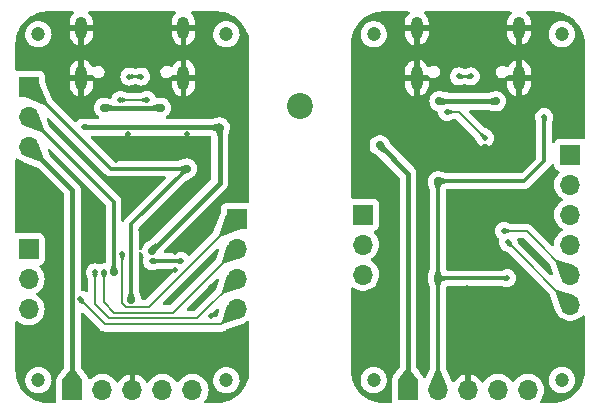
<source format=gbl>
%TF.GenerationSoftware,KiCad,Pcbnew,7.0.6*%
%TF.CreationDate,2023-07-09T03:07:13+08:00*%
%TF.ProjectId,UINIO-USB-UART,55494e49-4f2d-4555-9342-2d554152542e,Version 3.2.0*%
%TF.SameCoordinates,PX8b79910PY5020b20*%
%TF.FileFunction,Copper,L2,Bot*%
%TF.FilePolarity,Positive*%
%FSLAX46Y46*%
G04 Gerber Fmt 4.6, Leading zero omitted, Abs format (unit mm)*
G04 Created by KiCad (PCBNEW 7.0.6) date 2023-07-09 03:07:13*
%MOMM*%
%LPD*%
G01*
G04 APERTURE LIST*
%TA.AperFunction,ComponentPad*%
%ADD10R,1.700000X1.700000*%
%TD*%
%TA.AperFunction,ComponentPad*%
%ADD11O,1.700000X1.700000*%
%TD*%
%TA.AperFunction,ComponentPad*%
%ADD12C,1.200000*%
%TD*%
%TA.AperFunction,ComponentPad*%
%ADD13O,1.000000X2.100000*%
%TD*%
%TA.AperFunction,ComponentPad*%
%ADD14O,1.000000X1.900000*%
%TD*%
%TA.AperFunction,ComponentPad*%
%ADD15C,2.200000*%
%TD*%
%TA.AperFunction,ViaPad*%
%ADD16C,0.700000*%
%TD*%
%TA.AperFunction,ViaPad*%
%ADD17C,0.500000*%
%TD*%
%TA.AperFunction,Conductor*%
%ADD18C,0.400000*%
%TD*%
%TA.AperFunction,Conductor*%
%ADD19C,0.200000*%
%TD*%
%TA.AperFunction,Conductor*%
%ADD20C,0.300000*%
%TD*%
G04 APERTURE END LIST*
D10*
%TO.P,J7,1,Pin_1*%
%TO.N,/CH343_VDD_3.3V*%
X-18940000Y-1466320D03*
D11*
%TO.P,J7,2,Pin_2*%
%TO.N,/CH343_VIO*%
X-18940000Y-4006320D03*
%TO.P,J7,3,Pin_3*%
%TO.N,/CH343_VDD_5V*%
X-18940000Y-6546320D03*
%TD*%
D12*
%TO.P,HOLE\u002A\u002A,*%
%TO.N,*%
X26210000Y2973680D03*
%TD*%
%TO.P,HOLE\u002A\u002A,*%
%TO.N,*%
X-18110000Y-26315000D03*
%TD*%
%TO.P,HOLE\u002A\u002A,*%
%TO.N,*%
X10280000Y-26316320D03*
%TD*%
D13*
%TO.P,USB2,13,GND*%
%TO.N,GND*%
X22575000Y-736320D03*
%TO.P,USB2,14,GND*%
X13925000Y-736320D03*
D14*
%TO.P,USB2,15,GND*%
X22575000Y3463680D03*
%TO.P,USB2,16,GND*%
X13925000Y3463680D03*
%TD*%
D15*
%TO.P,HOLE\u002A\u002A,*%
%TO.N,*%
X4050000Y-3100000D03*
%TD*%
D12*
%TO.P,HOLE\u002A\u002A,*%
%TO.N,*%
X26210000Y-26306320D03*
%TD*%
D10*
%TO.P,J2,1,Pin_1*%
%TO.N,/CP2102_VDD_5V*%
X13175000Y-27165000D03*
D11*
%TO.P,J2,2,Pin_2*%
%TO.N,/CP2102_VDD_3.3V*%
X15715000Y-27165000D03*
%TO.P,J2,3,Pin_3*%
%TO.N,GND*%
X18255000Y-27165000D03*
%TO.P,J2,4,Pin_4*%
%TO.N,/CP2102_RXD*%
X20795000Y-27165000D03*
%TO.P,J2,5,Pin_5*%
%TO.N,/CP2102_TXD*%
X23335000Y-27165000D03*
%TD*%
D12*
%TO.P,HOLE\u002A\u002A,*%
%TO.N,*%
X-2190000Y2965000D03*
%TD*%
D13*
%TO.P,USB1,13,GND*%
%TO.N,GND*%
X-5825000Y-736320D03*
%TO.P,USB1,14,GND*%
X-14475000Y-736320D03*
D14*
%TO.P,USB1,15,GND*%
X-5825000Y3463680D03*
%TO.P,USB1,16,GND*%
X-14475000Y3463680D03*
%TD*%
D12*
%TO.P,HOLE\u002A\u002A,*%
%TO.N,*%
X10290000Y2963680D03*
%TD*%
D10*
%TO.P,J5,1,Pin_1*%
%TO.N,/CH343_VDD_5V*%
X-15225000Y-27165000D03*
D11*
%TO.P,J5,2,Pin_2*%
%TO.N,/CH343_VDD_3.3V*%
X-12685000Y-27165000D03*
%TO.P,J5,3,Pin_3*%
%TO.N,GND*%
X-10145000Y-27165000D03*
%TO.P,J5,4,Pin_4*%
%TO.N,/CH343_TXD*%
X-7605000Y-27165000D03*
%TO.P,J5,5,Pin_5*%
%TO.N,/CH343_RXD*%
X-5065000Y-27165000D03*
%TD*%
D12*
%TO.P,HOLE\u002A\u002A,*%
%TO.N,*%
X-18110000Y2965000D03*
%TD*%
%TO.P,HOLE\u002A\u002A,*%
%TO.N,*%
X-2190000Y-26325000D03*
%TD*%
D10*
%TO.P,J4,1,Pin_1*%
%TO.N,/CH343_ACT#*%
X-18940000Y-15225000D03*
D11*
%TO.P,J4,2,Pin_2*%
%TO.N,/CH343_DCD*%
X-18940000Y-17765000D03*
%TO.P,J4,3,Pin_3*%
%TO.N,/CH343_DTR*%
X-18940000Y-20305000D03*
%TD*%
D10*
%TO.P,J3,1,Pin_1*%
%TO.N,/CP2102_RI*%
X26930000Y-7235000D03*
D11*
%TO.P,J3,2,Pin_2*%
%TO.N,/CP2102_DCD*%
X26930000Y-9775000D03*
%TO.P,J3,3,Pin_3*%
%TO.N,/CP2102_DTR*%
X26930000Y-12315000D03*
%TO.P,J3,4,Pin_4*%
%TO.N,/CP2102_DSR*%
X26930000Y-14855000D03*
%TO.P,J3,5,Pin_5*%
%TO.N,/CP2102_RTS*%
X26930000Y-17395000D03*
%TO.P,J3,6,Pin_6*%
%TO.N,/CP2102_CTS*%
X26930000Y-19935000D03*
%TD*%
D10*
%TO.P,J1,1,Pin_1*%
%TO.N,/CP2102_RST*%
X9370000Y-12316320D03*
D11*
%TO.P,J1,2,Pin_2*%
%TO.N,/CP2102_\u002ASUSPEND*%
X9370000Y-14856320D03*
%TO.P,J1,3,Pin_3*%
%TO.N,/CP2102_SUSPEND*%
X9370000Y-17396320D03*
%TD*%
D10*
%TO.P,J6,1,Pin_1*%
%TO.N,/CH343_RI*%
X-1330000Y-12675000D03*
D11*
%TO.P,J6,2,Pin_2*%
%TO.N,/CH343_CTS*%
X-1330000Y-15215000D03*
%TO.P,J6,3,Pin_3*%
%TO.N,/CH343_DSR*%
X-1330000Y-17755000D03*
%TO.P,J6,4,Pin_4*%
%TO.N,/CH343_RTS*%
X-1330000Y-20295000D03*
%TD*%
D16*
%TO.N,/CP2102_VDD_5V*%
X10790000Y-6446320D03*
D17*
%TO.N,GND*%
X-16250000Y-24650000D03*
X-8500000Y-24650000D03*
X-3480000Y-13646320D03*
X-16600000Y-10770000D03*
X18145000Y-13190000D03*
X-5510000Y-6860000D03*
X19490000Y-24456320D03*
X-11580000Y-7646320D03*
X-16600000Y-13970000D03*
X-6560000Y-15476320D03*
X20017155Y-4092845D03*
X-16600000Y-5100000D03*
X24710000Y-16460000D03*
X17180000Y-13190000D03*
X19120000Y-14200000D03*
X-3620000Y-24606320D03*
X18170000Y-16810000D03*
X18155000Y-14200000D03*
X-10550000Y-5486320D03*
X-3480000Y-18452986D03*
X-16600000Y-7630000D03*
D16*
X13580000Y-4020000D03*
D17*
X-16600000Y-16630000D03*
X-9460000Y-13573500D03*
X14330000Y-8500000D03*
X-16600000Y-18473680D03*
X18165000Y-12170000D03*
D16*
X19740000Y-6680000D03*
D17*
X-9300000Y-17746320D03*
X17050000Y-24456320D03*
X19110000Y-13190000D03*
X17190000Y-14200000D03*
X22080000Y-24456320D03*
X-6560000Y-17026320D03*
X17200000Y-12170000D03*
X-3480000Y-16049653D03*
X19130000Y-12170000D03*
X18170000Y-18520000D03*
X-3480000Y-20856320D03*
X-5510000Y-5486320D03*
X11830000Y-13816320D03*
X-11070000Y-24650000D03*
X-10550000Y-10645896D03*
D16*
%TO.N,/CH343_VDD_5V*%
X-8499500Y-15379891D03*
X-2760000Y-4940000D03*
D17*
X-14270000Y-4926320D03*
D16*
%TO.N,/CP2102_VDD_3.3V*%
X15720000Y-17706320D03*
D17*
X24720000Y-4066320D03*
D16*
X15730000Y-9480000D03*
D17*
X21580000Y-17696320D03*
D16*
%TO.N,/CH343_VDD_3.3V*%
X-10246840Y-19566820D03*
X-5540000Y-8410000D03*
%TO.N,/CH343_VIO*%
X-11731105Y-17205215D03*
D17*
X-8510000Y-16236320D03*
X-6000000Y-16246320D03*
D16*
%TO.N,Net-(F1-Pad1)*%
X-7750000Y-3266320D03*
X-12550000Y-3266320D03*
%TO.N,Net-(F2-Pad1)*%
X20640000Y-2716320D03*
X15850000Y-2716320D03*
D17*
%TO.N,/CP2102_RTS*%
X21320000Y-13692000D03*
%TO.N,/CP2102_CTS*%
X21660000Y-14665000D03*
%TO.N,/CH343_DSR*%
X-13312155Y-17204165D03*
%TO.N,/CH343_RTS*%
X-14583160Y-19483160D03*
%TO.N,/CH343_CTS*%
X-12560000Y-17197320D03*
%TO.N,/CP2102_USB_Data_P*%
X18500000Y-610000D03*
X17500000Y-610000D03*
%TO.N,Net-(USB2-CC2)*%
X19730000Y-5846320D03*
X16500000Y-3606320D03*
%TO.N,Net-(USB1-CC1)*%
X-8900000Y-2606320D03*
X-11160000Y-2606320D03*
%TO.N,/CH343_USB_Data_N*%
X-9400000Y-616320D03*
X-10400000Y-616320D03*
%TO.N,/CH343_RI*%
X-10996515Y-15660407D03*
%TD*%
D18*
%TO.N,/CP2102_VDD_5V*%
X13175000Y-27165000D02*
X13175000Y-8831320D01*
X13175000Y-8831320D02*
X10790000Y-6446320D01*
D19*
%TO.N,GND*%
X19490000Y-24456320D02*
X22080000Y-24456320D01*
D20*
X13580000Y-4040000D02*
X13580000Y-4020000D01*
X19740000Y-6680000D02*
X16220000Y-6680000D01*
D19*
X-10550000Y-5486320D02*
X-11580000Y-6516320D01*
X-16600000Y-16630000D02*
X-16600000Y-18473680D01*
X-16600000Y-10770000D02*
X-16600000Y-13970000D01*
D20*
X16220000Y-6680000D02*
X13580000Y-4040000D01*
D19*
X-11580000Y-6516320D02*
X-11580000Y-7646320D01*
X-16600000Y-13970000D02*
X-16600000Y-16630000D01*
X17050000Y-24456320D02*
X19490000Y-24456320D01*
D18*
%TO.N,/CH343_VDD_5V*%
X-8499500Y-15379891D02*
X-8499500Y-15369500D01*
X-8499500Y-15369500D02*
X-2760000Y-9630000D01*
X-2773680Y-4926320D02*
X-14270000Y-4926320D01*
X-2760000Y-4940000D02*
X-2773680Y-4926320D01*
X-15225000Y-27165000D02*
X-15225000Y-10261320D01*
X-15225000Y-10261320D02*
X-18940000Y-6546320D01*
X-2760000Y-9630000D02*
X-2760000Y-4940000D01*
D20*
%TO.N,/CP2102_VDD_3.3V*%
X15740000Y-17706320D02*
X21570000Y-17706320D01*
X15720000Y-17706320D02*
X15720000Y-9490000D01*
X15715000Y-27165000D02*
X15715000Y-17731320D01*
X24720000Y-7796320D02*
X24720000Y-4066320D01*
X15740000Y-9470000D02*
X15730000Y-9480000D01*
X15720000Y-9490000D02*
X15730000Y-9480000D01*
X15720000Y-9546320D02*
X15796320Y-9470000D01*
X21570000Y-17706320D02*
X21580000Y-17696320D01*
X15715000Y-17731320D02*
X15740000Y-17706320D01*
X23046320Y-9470000D02*
X24720000Y-7796320D01*
X23046320Y-9470000D02*
X15740000Y-9470000D01*
%TO.N,/CH343_VDD_3.3V*%
X-10250000Y-19563660D02*
X-10250000Y-13120000D01*
X-10250000Y-13120000D02*
X-5540000Y-8410000D01*
X-5540000Y-8410000D02*
X-11996320Y-8410000D01*
X-11996320Y-8410000D02*
X-18940000Y-1466320D01*
X-10246840Y-19566820D02*
X-10250000Y-19563660D01*
%TO.N,/CH343_VIO*%
X-11740000Y-11206320D02*
X-18940000Y-4006320D01*
X-11731105Y-17205215D02*
X-11740000Y-17196320D01*
X-6000000Y-16246320D02*
X-6010000Y-16236320D01*
X-11740000Y-17196320D02*
X-11740000Y-11206320D01*
X-6010000Y-16236320D02*
X-8510000Y-16236320D01*
D18*
%TO.N,Net-(F1-Pad1)*%
X-12550000Y-3266320D02*
X-7750000Y-3266320D01*
%TO.N,Net-(F2-Pad1)*%
X20630000Y-2716320D02*
X15840000Y-2716320D01*
D19*
%TO.N,/CP2102_RTS*%
X21320000Y-13692000D02*
X23227000Y-13692000D01*
X23227000Y-13692000D02*
X26930000Y-17395000D01*
%TO.N,/CP2102_CTS*%
X21660000Y-14665000D02*
X26930000Y-19935000D01*
%TO.N,/CH343_DSR*%
X-13312155Y-19914165D02*
X-12130000Y-21096320D01*
X-4671320Y-21096320D02*
X-1330000Y-17755000D01*
X-12130000Y-21096320D02*
X-4671320Y-21096320D01*
X-13312155Y-17204165D02*
X-13312155Y-19914165D01*
%TO.N,/CH343_RTS*%
X-2631320Y-21596320D02*
X-1330000Y-20295000D01*
X-12470000Y-21596320D02*
X-2631320Y-21596320D01*
X-14583160Y-19483160D02*
X-12470000Y-21596320D01*
%TO.N,/CH343_CTS*%
X-12560000Y-19706320D02*
X-11670000Y-20596320D01*
X-11670000Y-20596320D02*
X-6711320Y-20596320D01*
X-6711320Y-20596320D02*
X-1330000Y-15215000D01*
X-12560000Y-17197320D02*
X-12560000Y-19706320D01*
%TO.N,/CP2102_USB_Data_P*%
X18500000Y-610000D02*
X17500000Y-610000D01*
%TO.N,Net-(USB2-CC2)*%
X16490000Y-3606320D02*
X17490000Y-3606320D01*
X17490000Y-3606320D02*
X19730000Y-5846320D01*
%TO.N,Net-(USB1-CC1)*%
X-11130000Y-2606320D02*
X-8900000Y-2606320D01*
%TO.N,/CH343_USB_Data_N*%
X-9400000Y-616320D02*
X-10400000Y-616320D01*
%TO.N,/CH343_RI*%
X-8771320Y-20116320D02*
X-1330000Y-12675000D01*
X-10650000Y-20116320D02*
X-8771320Y-20116320D01*
X-10990000Y-15666922D02*
X-10990000Y-19776320D01*
X-10996515Y-15660407D02*
X-10990000Y-15666922D01*
X-10990000Y-19776320D02*
X-10650000Y-20116320D01*
%TD*%
%TA.AperFunction,Conductor*%
%TO.N,GND*%
G36*
X-19849338Y-7560046D02*
G01*
X-19685576Y-7687509D01*
X-19487574Y-7794662D01*
X-19487571Y-7794663D01*
X-19487569Y-7794664D01*
X-19487570Y-7794664D01*
X-19472310Y-7799902D01*
X-19450340Y-7809929D01*
X-19446176Y-7812345D01*
X-18179987Y-8322318D01*
X-18138633Y-8349658D01*
X-15969820Y-10518471D01*
X-15936335Y-10579794D01*
X-15933501Y-10606152D01*
X-15933501Y-25242644D01*
X-15953186Y-25309683D01*
X-15958992Y-25317955D01*
X-16476686Y-25994943D01*
X-16484221Y-26005222D01*
X-16489010Y-26011756D01*
X-16496375Y-26026275D01*
X-16507692Y-26044486D01*
X-16525887Y-26068791D01*
X-16525890Y-26068796D01*
X-16546737Y-26124687D01*
X-16549534Y-26131067D01*
X-16555129Y-26142097D01*
X-16555131Y-26142103D01*
X-16557537Y-26149206D01*
X-16557539Y-26149212D01*
X-16560468Y-26160541D01*
X-16562404Y-26166690D01*
X-16576989Y-26205797D01*
X-16576990Y-26205799D01*
X-16583500Y-26266345D01*
X-16583501Y-26266362D01*
X-16583501Y-28063637D01*
X-16583500Y-28063654D01*
X-16577737Y-28117244D01*
X-16590141Y-28186003D01*
X-16637751Y-28237141D01*
X-16701026Y-28254500D01*
X-17298258Y-28254500D01*
X-17301735Y-28254402D01*
X-17604368Y-28237407D01*
X-17611282Y-28236628D01*
X-17908384Y-28186147D01*
X-17915168Y-28184599D01*
X-18204757Y-28101170D01*
X-18211324Y-28098872D01*
X-18444546Y-28002269D01*
X-18489747Y-27983546D01*
X-18496012Y-27980529D01*
X-18759772Y-27834753D01*
X-18765664Y-27831051D01*
X-19011442Y-27656662D01*
X-19016883Y-27652324D01*
X-19241592Y-27451511D01*
X-19246512Y-27446591D01*
X-19447325Y-27221882D01*
X-19451663Y-27216441D01*
X-19626052Y-26970663D01*
X-19629754Y-26964771D01*
X-19692423Y-26851380D01*
X-19775534Y-26701002D01*
X-19778544Y-26694754D01*
X-19893874Y-26416320D01*
X-19896171Y-26409756D01*
X-19910707Y-26359302D01*
X-19923469Y-26315002D01*
X-19223249Y-26315002D01*
X-19216193Y-26391158D01*
X-19215999Y-26393927D01*
X-19212209Y-26473470D01*
X-19212208Y-26473475D01*
X-19208445Y-26488986D01*
X-19205479Y-26506774D01*
X-19204295Y-26519557D01*
X-19182128Y-26597465D01*
X-19162299Y-26679201D01*
X-19162298Y-26679206D01*
X-19157109Y-26690568D01*
X-19150641Y-26708134D01*
X-19148078Y-26717141D01*
X-19148072Y-26717157D01*
X-19110589Y-26792431D01*
X-19074361Y-26871762D01*
X-19074353Y-26871776D01*
X-19069121Y-26879123D01*
X-19059132Y-26895771D01*
X-19058491Y-26897057D01*
X-19056502Y-26901052D01*
X-19048950Y-26911052D01*
X-19003957Y-26970632D01*
X-18965656Y-27024418D01*
X-18951555Y-27044220D01*
X-18947541Y-27048047D01*
X-18934163Y-27063057D01*
X-18932708Y-27064983D01*
X-18932700Y-27064993D01*
X-18865961Y-27125833D01*
X-18798353Y-27190297D01*
X-18798352Y-27190298D01*
X-18798350Y-27190299D01*
X-18798346Y-27190303D01*
X-18796602Y-27191424D01*
X-18785481Y-27199970D01*
X-18785456Y-27199938D01*
X-18780881Y-27203393D01*
X-18764738Y-27213388D01*
X-18701446Y-27252577D01*
X-18620254Y-27304756D01*
X-18620252Y-27304757D01*
X-18615000Y-27307465D01*
X-18615034Y-27307529D01*
X-18611512Y-27309308D01*
X-18611350Y-27308984D01*
X-18606227Y-27311534D01*
X-18606218Y-27311540D01*
X-18516218Y-27346405D01*
X-18423721Y-27383436D01*
X-18423483Y-27383482D01*
X-18418248Y-27384729D01*
X-18414664Y-27385748D01*
X-18414662Y-27385748D01*
X-18414655Y-27385751D01*
X-18316771Y-27404048D01*
X-18267778Y-27413491D01*
X-18215855Y-27423499D01*
X-18215854Y-27423499D01*
X-18215849Y-27423500D01*
X-18215844Y-27423500D01*
X-18007284Y-27423500D01*
X-18007282Y-27423500D01*
X-17957868Y-27414262D01*
X-17952425Y-27413494D01*
X-17899261Y-27408419D01*
X-17854332Y-27395225D01*
X-17848280Y-27393776D01*
X-17805345Y-27385751D01*
X-17755440Y-27366417D01*
X-17750513Y-27364743D01*
X-17700634Y-27350097D01*
X-17696138Y-27348777D01*
X-17694097Y-27347725D01*
X-17657458Y-27328835D01*
X-17651450Y-27326131D01*
X-17613782Y-27311540D01*
X-17565474Y-27281627D01*
X-17561252Y-27279236D01*
X-17507974Y-27251771D01*
X-17476344Y-27226896D01*
X-17470664Y-27222923D01*
X-17439118Y-27203392D01*
X-17394690Y-27162889D01*
X-17391279Y-27160000D01*
X-17341568Y-27120908D01*
X-17317373Y-27092984D01*
X-17312292Y-27087774D01*
X-17308501Y-27084318D01*
X-17287299Y-27064991D01*
X-17249107Y-27014414D01*
X-17246486Y-27011177D01*
X-17240332Y-27004075D01*
X-17202935Y-26960918D01*
X-17186103Y-26931761D01*
X-17181889Y-26925403D01*
X-17163497Y-26901050D01*
X-17133779Y-26841366D01*
X-17131978Y-26838014D01*
X-17127923Y-26830990D01*
X-17097087Y-26777582D01*
X-17087154Y-26748881D01*
X-17084075Y-26741547D01*
X-17071926Y-26717152D01*
X-17052776Y-26649842D01*
X-17051752Y-26646593D01*
X-17027847Y-26577527D01*
X-17023994Y-26550722D01*
X-17022262Y-26542597D01*
X-17015706Y-26519559D01*
X-17008949Y-26446636D01*
X-17008584Y-26443550D01*
X-17001441Y-26393872D01*
X-16997719Y-26367984D01*
X-16998851Y-26344236D01*
X-16998658Y-26335564D01*
X-16996751Y-26315000D01*
X-17003809Y-26238839D01*
X-17004004Y-26236067D01*
X-17004257Y-26230760D01*
X-17007792Y-26156526D01*
X-17011559Y-26141002D01*
X-17014522Y-26123229D01*
X-17015706Y-26110441D01*
X-17037873Y-26032534D01*
X-17057702Y-25950796D01*
X-17062893Y-25939430D01*
X-17069364Y-25921853D01*
X-17069540Y-25921235D01*
X-17071926Y-25912848D01*
X-17101360Y-25853738D01*
X-17109412Y-25837567D01*
X-17145646Y-25758225D01*
X-17150879Y-25750877D01*
X-17160871Y-25734224D01*
X-17163497Y-25728950D01*
X-17216044Y-25659367D01*
X-17268441Y-25585785D01*
X-17268446Y-25585780D01*
X-17272454Y-25581958D01*
X-17285847Y-25566931D01*
X-17287292Y-25565018D01*
X-17287294Y-25565016D01*
X-17287299Y-25565009D01*
X-17318017Y-25537006D01*
X-17354041Y-25504165D01*
X-17421657Y-25439694D01*
X-17423399Y-25438575D01*
X-17434520Y-25430029D01*
X-17434544Y-25430062D01*
X-17439120Y-25426606D01*
X-17477094Y-25403094D01*
X-17518555Y-25377422D01*
X-17577267Y-25339690D01*
X-17599740Y-25325247D01*
X-17605001Y-25322535D01*
X-17604968Y-25322470D01*
X-17608488Y-25320692D01*
X-17608649Y-25321016D01*
X-17613778Y-25318462D01*
X-17613781Y-25318461D01*
X-17613782Y-25318460D01*
X-17703783Y-25283594D01*
X-17753770Y-25263582D01*
X-17796273Y-25246566D01*
X-17796286Y-25246562D01*
X-17796530Y-25246515D01*
X-17801743Y-25245273D01*
X-17805333Y-25244252D01*
X-17805342Y-25244250D01*
X-17805345Y-25244249D01*
X-17903230Y-25225951D01*
X-17956251Y-25215732D01*
X-18004150Y-25206500D01*
X-18004151Y-25206500D01*
X-18007282Y-25206500D01*
X-18212718Y-25206500D01*
X-18212724Y-25206500D01*
X-18262115Y-25215732D01*
X-18267614Y-25216507D01*
X-18320735Y-25221580D01*
X-18320739Y-25221580D01*
X-18320739Y-25221581D01*
X-18340118Y-25227271D01*
X-18365652Y-25234768D01*
X-18371729Y-25236224D01*
X-18414649Y-25244247D01*
X-18414662Y-25244250D01*
X-18464562Y-25263582D01*
X-18469491Y-25265257D01*
X-18523860Y-25281222D01*
X-18562541Y-25301162D01*
X-18568555Y-25303868D01*
X-18606219Y-25318460D01*
X-18606220Y-25318460D01*
X-18654526Y-25348370D01*
X-18658755Y-25350764D01*
X-18712023Y-25378226D01*
X-18743646Y-25403094D01*
X-18749335Y-25407073D01*
X-18780884Y-25426609D01*
X-18825292Y-25467091D01*
X-18828734Y-25470006D01*
X-18878435Y-25509093D01*
X-18902623Y-25537006D01*
X-18907710Y-25542224D01*
X-18932699Y-25565006D01*
X-18970889Y-25615576D01*
X-18973509Y-25618813D01*
X-19017064Y-25669079D01*
X-19033896Y-25698233D01*
X-19038116Y-25704601D01*
X-19056504Y-25728951D01*
X-19056509Y-25728960D01*
X-19086219Y-25788622D01*
X-19088024Y-25791985D01*
X-19122912Y-25852415D01*
X-19132842Y-25881103D01*
X-19135933Y-25888463D01*
X-19148072Y-25912842D01*
X-19148077Y-25912856D01*
X-19167218Y-25980128D01*
X-19168261Y-25983437D01*
X-19192154Y-26052475D01*
X-19196006Y-26079258D01*
X-19197742Y-26087404D01*
X-19204294Y-26110437D01*
X-19211051Y-26183351D01*
X-19211418Y-26186453D01*
X-19222281Y-26262010D01*
X-19222281Y-26262015D01*
X-19221150Y-26285765D01*
X-19221344Y-26294435D01*
X-19222445Y-26306323D01*
X-19223249Y-26315002D01*
X-19923469Y-26315002D01*
X-19967069Y-26163663D01*
X-19979600Y-26120167D01*
X-19981148Y-26113383D01*
X-19996368Y-26023808D01*
X-20031631Y-25816269D01*
X-20032407Y-25809376D01*
X-20040938Y-25657467D01*
X-20049402Y-25506735D01*
X-20049500Y-25503258D01*
X-20049500Y-21416580D01*
X-20029815Y-21349541D01*
X-19977011Y-21303786D01*
X-19907853Y-21293842D01*
X-19849338Y-21318726D01*
X-19685576Y-21446189D01*
X-19685575Y-21446189D01*
X-19685573Y-21446191D01*
X-19558865Y-21514761D01*
X-19487574Y-21553342D01*
X-19274635Y-21626444D01*
X-19052569Y-21663500D01*
X-18827431Y-21663500D01*
X-18605365Y-21626444D01*
X-18392426Y-21553342D01*
X-18194424Y-21446189D01*
X-18016760Y-21307906D01*
X-17917386Y-21199957D01*
X-17864285Y-21142276D01*
X-17864284Y-21142274D01*
X-17864278Y-21142268D01*
X-17741140Y-20953791D01*
X-17650704Y-20747616D01*
X-17595436Y-20529368D01*
X-17593070Y-20500817D01*
X-17576844Y-20305005D01*
X-17576844Y-20304994D01*
X-17595435Y-20080640D01*
X-17595437Y-20080628D01*
X-17623924Y-19968135D01*
X-17650704Y-19862384D01*
X-17741140Y-19656209D01*
X-17864278Y-19467732D01*
X-17864281Y-19467729D01*
X-17864285Y-19467723D01*
X-18016757Y-19302097D01*
X-18016762Y-19302092D01*
X-18194423Y-19163812D01*
X-18194428Y-19163808D01*
X-18230932Y-19144053D01*
X-18280522Y-19094833D01*
X-18295629Y-19026616D01*
X-18271458Y-18961061D01*
X-18230931Y-18925945D01*
X-18194424Y-18906189D01*
X-18016760Y-18767906D01*
X-17902090Y-18643342D01*
X-17864285Y-18602276D01*
X-17864284Y-18602274D01*
X-17864278Y-18602268D01*
X-17741140Y-18413791D01*
X-17650704Y-18207616D01*
X-17595436Y-17989368D01*
X-17594085Y-17973069D01*
X-17576844Y-17765005D01*
X-17576844Y-17764994D01*
X-17595435Y-17540640D01*
X-17595437Y-17540628D01*
X-17613749Y-17468316D01*
X-17650704Y-17322384D01*
X-17741140Y-17116209D01*
X-17747483Y-17106501D01*
X-17848320Y-16952158D01*
X-17864278Y-16927732D01*
X-17864281Y-16927729D01*
X-17864285Y-16927723D01*
X-18009490Y-16769991D01*
X-18040413Y-16707337D01*
X-18032553Y-16637911D01*
X-17988406Y-16583755D01*
X-17961595Y-16569827D01*
X-17881416Y-16539920D01*
X-17843796Y-16525889D01*
X-17726739Y-16438261D01*
X-17639111Y-16321204D01*
X-17588011Y-16184201D01*
X-17582689Y-16134698D01*
X-17581501Y-16123654D01*
X-17581501Y-16123647D01*
X-17581500Y-16123638D01*
X-17581500Y-14326362D01*
X-17581501Y-14326352D01*
X-17581501Y-14326345D01*
X-17585541Y-14288772D01*
X-17588011Y-14265799D01*
X-17592687Y-14253263D01*
X-17610478Y-14205564D01*
X-17639111Y-14128796D01*
X-17726739Y-14011739D01*
X-17843796Y-13924111D01*
X-17846316Y-13923171D01*
X-17980797Y-13873011D01*
X-18041346Y-13866500D01*
X-18041362Y-13866500D01*
X-19838638Y-13866500D01*
X-19838655Y-13866500D01*
X-19906912Y-13873840D01*
X-19907116Y-13871947D01*
X-19966773Y-13868740D01*
X-20023438Y-13827863D01*
X-20049008Y-13762841D01*
X-20049500Y-13751810D01*
X-20049500Y-7657900D01*
X-20029815Y-7590861D01*
X-19977011Y-7545106D01*
X-19907853Y-7535162D01*
X-19849338Y-7560046D01*
G37*
%TD.AperFunction*%
%TA.AperFunction,Conductor*%
G36*
X-14311297Y-20616017D02*
G01*
X-14304821Y-20622047D01*
X-12931345Y-21995524D01*
X-12926004Y-22001614D01*
X-12916073Y-22014556D01*
X-12903990Y-22030304D01*
X-12903989Y-22030305D01*
X-12903987Y-22030307D01*
X-12880171Y-22048582D01*
X-12873716Y-22053535D01*
X-12873692Y-22053555D01*
X-12776877Y-22127843D01*
X-12776875Y-22127845D01*
X-12683534Y-22166507D01*
X-12628850Y-22189158D01*
X-12488481Y-22207637D01*
X-12470001Y-22210071D01*
X-12470000Y-22210071D01*
X-12469999Y-22210071D01*
X-12434147Y-22205351D01*
X-12426046Y-22204820D01*
X-2675266Y-22204820D01*
X-2667169Y-22205350D01*
X-2641793Y-22208691D01*
X-2631321Y-22210070D01*
X-2631320Y-22210070D01*
X-2631319Y-22210070D01*
X-2595474Y-22205351D01*
X-2593359Y-22205072D01*
X-2593346Y-22205071D01*
X-2591439Y-22204820D01*
X-2591435Y-22204820D01*
X-2510318Y-22194140D01*
X-2491863Y-22191711D01*
X-2472469Y-22189158D01*
X-2472464Y-22189156D01*
X-2324444Y-22127844D01*
X-2229248Y-22054797D01*
X-2229247Y-22054795D01*
X-2221156Y-22048587D01*
X-2221154Y-22048584D01*
X-2197333Y-22030307D01*
X-2197332Y-22030304D01*
X-2192095Y-22026287D01*
X-2155967Y-22007075D01*
X-845304Y-21568440D01*
X-836320Y-21565087D01*
X-836322Y-21565087D01*
X-836317Y-21565086D01*
X-836318Y-21565086D01*
X-810309Y-21553222D01*
X-804728Y-21550997D01*
X-782426Y-21543342D01*
X-584424Y-21436189D01*
X-450662Y-21332076D01*
X-385669Y-21306434D01*
X-317129Y-21320000D01*
X-266804Y-21368468D01*
X-250500Y-21429930D01*
X-250500Y-25503258D01*
X-250598Y-25506735D01*
X-267593Y-25809367D01*
X-268372Y-25816281D01*
X-318853Y-26113383D01*
X-320401Y-26120167D01*
X-403830Y-26409756D01*
X-406128Y-26416323D01*
X-521452Y-26694742D01*
X-524471Y-26701011D01*
X-670247Y-26964771D01*
X-673949Y-26970663D01*
X-848338Y-27216441D01*
X-852676Y-27221882D01*
X-1053489Y-27446591D01*
X-1058409Y-27451511D01*
X-1283118Y-27652324D01*
X-1288559Y-27656662D01*
X-1534337Y-27831051D01*
X-1540229Y-27834753D01*
X-1803989Y-27980529D01*
X-1810258Y-27983548D01*
X-2088677Y-28098872D01*
X-2095244Y-28101170D01*
X-2384833Y-28184599D01*
X-2391617Y-28186147D01*
X-2688719Y-28236628D01*
X-2695633Y-28237407D01*
X-2998265Y-28254402D01*
X-3001742Y-28254500D01*
X-3938783Y-28254500D01*
X-4005822Y-28234815D01*
X-4051577Y-28182011D01*
X-4061521Y-28112853D01*
X-4032496Y-28049297D01*
X-4030012Y-28046516D01*
X-3989278Y-28002268D01*
X-3866140Y-27813791D01*
X-3775704Y-27607616D01*
X-3720436Y-27389368D01*
X-3720435Y-27389359D01*
X-3701844Y-27165005D01*
X-3701844Y-27164994D01*
X-3720435Y-26940640D01*
X-3720437Y-26940628D01*
X-3736201Y-26878377D01*
X-3775704Y-26722384D01*
X-3866140Y-26516209D01*
X-3866968Y-26514942D01*
X-3940396Y-26402552D01*
X-3989278Y-26327732D01*
X-3989281Y-26327729D01*
X-3989285Y-26327723D01*
X-3991790Y-26325002D01*
X-3303249Y-26325002D01*
X-3296193Y-26401158D01*
X-3295999Y-26403927D01*
X-3292209Y-26483470D01*
X-3292208Y-26483475D01*
X-3288445Y-26498986D01*
X-3285479Y-26516774D01*
X-3284295Y-26529557D01*
X-3262128Y-26607465D01*
X-3242299Y-26689201D01*
X-3242298Y-26689206D01*
X-3237109Y-26700568D01*
X-3230641Y-26718134D01*
X-3228078Y-26727141D01*
X-3228072Y-26727157D01*
X-3190589Y-26802431D01*
X-3154361Y-26881762D01*
X-3154353Y-26881776D01*
X-3149121Y-26889123D01*
X-3139132Y-26905771D01*
X-3136504Y-26911048D01*
X-3136502Y-26911052D01*
X-3124673Y-26926716D01*
X-3083957Y-26980632D01*
X-3038676Y-27044220D01*
X-3031555Y-27054220D01*
X-3027541Y-27058047D01*
X-3014163Y-27073057D01*
X-3012708Y-27074983D01*
X-3012700Y-27074993D01*
X-2945961Y-27135833D01*
X-2878353Y-27200297D01*
X-2878352Y-27200298D01*
X-2878350Y-27200299D01*
X-2878346Y-27200303D01*
X-2876602Y-27201424D01*
X-2865481Y-27209970D01*
X-2865456Y-27209938D01*
X-2860881Y-27213393D01*
X-2851365Y-27219285D01*
X-2781446Y-27262577D01*
X-2700254Y-27314756D01*
X-2700252Y-27314757D01*
X-2695000Y-27317465D01*
X-2695034Y-27317529D01*
X-2691512Y-27319308D01*
X-2691350Y-27318984D01*
X-2686227Y-27321534D01*
X-2686218Y-27321540D01*
X-2596218Y-27356405D01*
X-2503721Y-27393436D01*
X-2503483Y-27393482D01*
X-2498248Y-27394729D01*
X-2494664Y-27395748D01*
X-2494662Y-27395748D01*
X-2494655Y-27395751D01*
X-2396771Y-27414048D01*
X-2346403Y-27423756D01*
X-2295855Y-27433499D01*
X-2295854Y-27433499D01*
X-2295849Y-27433500D01*
X-2295844Y-27433500D01*
X-2087284Y-27433500D01*
X-2087282Y-27433500D01*
X-2037868Y-27424262D01*
X-2032425Y-27423494D01*
X-1979261Y-27418419D01*
X-1934332Y-27405225D01*
X-1928280Y-27403776D01*
X-1885345Y-27395751D01*
X-1835440Y-27376417D01*
X-1830513Y-27374743D01*
X-1792397Y-27363550D01*
X-1776138Y-27358777D01*
X-1774706Y-27358039D01*
X-1737458Y-27338835D01*
X-1731450Y-27336131D01*
X-1693782Y-27321540D01*
X-1645474Y-27291627D01*
X-1641252Y-27289236D01*
X-1587974Y-27261771D01*
X-1556344Y-27236896D01*
X-1550664Y-27232923D01*
X-1519118Y-27213392D01*
X-1474690Y-27172889D01*
X-1471279Y-27170000D01*
X-1421568Y-27130908D01*
X-1397373Y-27102984D01*
X-1392292Y-27097774D01*
X-1388501Y-27094318D01*
X-1367299Y-27074991D01*
X-1329107Y-27024414D01*
X-1326486Y-27021177D01*
X-1319188Y-27012755D01*
X-1282935Y-26970918D01*
X-1266103Y-26941761D01*
X-1261889Y-26935403D01*
X-1243497Y-26911050D01*
X-1213779Y-26851366D01*
X-1211978Y-26848014D01*
X-1207923Y-26840990D01*
X-1177087Y-26787582D01*
X-1167154Y-26758881D01*
X-1164075Y-26751547D01*
X-1151926Y-26727152D01*
X-1132776Y-26659842D01*
X-1131752Y-26656593D01*
X-1107847Y-26587527D01*
X-1103994Y-26560722D01*
X-1102262Y-26552597D01*
X-1095706Y-26529559D01*
X-1088949Y-26456636D01*
X-1088584Y-26453550D01*
X-1087782Y-26447974D01*
X-1077719Y-26377984D01*
X-1078851Y-26354236D01*
X-1078658Y-26345564D01*
X-1076751Y-26325000D01*
X-1083809Y-26248839D01*
X-1084004Y-26246067D01*
X-1084352Y-26238767D01*
X-1087792Y-26166526D01*
X-1091559Y-26151002D01*
X-1094522Y-26133229D01*
X-1095706Y-26120441D01*
X-1117873Y-26042534D01*
X-1137702Y-25960796D01*
X-1142893Y-25949430D01*
X-1149364Y-25931853D01*
X-1151924Y-25922856D01*
X-1151926Y-25922848D01*
X-1182019Y-25862415D01*
X-1189412Y-25847567D01*
X-1218759Y-25783305D01*
X-1225644Y-25768229D01*
X-1225645Y-25768228D01*
X-1225646Y-25768225D01*
X-1230879Y-25760877D01*
X-1240871Y-25744224D01*
X-1243497Y-25738950D01*
X-1296044Y-25669367D01*
X-1348441Y-25595785D01*
X-1348446Y-25595780D01*
X-1352454Y-25591958D01*
X-1365847Y-25576931D01*
X-1367292Y-25575018D01*
X-1367294Y-25575016D01*
X-1367299Y-25575009D01*
X-1398017Y-25547006D01*
X-1434041Y-25514165D01*
X-1501657Y-25449694D01*
X-1503399Y-25448575D01*
X-1514520Y-25440029D01*
X-1514544Y-25440062D01*
X-1519120Y-25436606D01*
X-1557094Y-25413094D01*
X-1598555Y-25387422D01*
X-1659321Y-25348370D01*
X-1679740Y-25335247D01*
X-1685001Y-25332535D01*
X-1684968Y-25332470D01*
X-1688488Y-25330692D01*
X-1688649Y-25331016D01*
X-1693778Y-25328462D01*
X-1693781Y-25328461D01*
X-1693782Y-25328460D01*
X-1783783Y-25293594D01*
X-1833770Y-25273582D01*
X-1876273Y-25256566D01*
X-1876286Y-25256562D01*
X-1876530Y-25256515D01*
X-1881743Y-25255273D01*
X-1885333Y-25254252D01*
X-1885342Y-25254250D01*
X-1885345Y-25254249D01*
X-1983230Y-25235951D01*
X-2036251Y-25225732D01*
X-2084150Y-25216500D01*
X-2084151Y-25216500D01*
X-2087282Y-25216500D01*
X-2292718Y-25216500D01*
X-2292724Y-25216500D01*
X-2342115Y-25225732D01*
X-2347614Y-25226507D01*
X-2400735Y-25231580D01*
X-2400739Y-25231580D01*
X-2400739Y-25231581D01*
X-2421048Y-25237544D01*
X-2445652Y-25244768D01*
X-2451729Y-25246224D01*
X-2494649Y-25254247D01*
X-2494662Y-25254250D01*
X-2544562Y-25273582D01*
X-2549491Y-25275257D01*
X-2603860Y-25291222D01*
X-2642541Y-25311162D01*
X-2648555Y-25313868D01*
X-2686219Y-25328460D01*
X-2686220Y-25328460D01*
X-2734526Y-25358370D01*
X-2738755Y-25360764D01*
X-2792023Y-25388226D01*
X-2823646Y-25413094D01*
X-2829335Y-25417073D01*
X-2860884Y-25436609D01*
X-2905292Y-25477091D01*
X-2908734Y-25480006D01*
X-2958435Y-25519093D01*
X-2982623Y-25547006D01*
X-2987710Y-25552224D01*
X-3012699Y-25575006D01*
X-3050889Y-25625576D01*
X-3053509Y-25628813D01*
X-3097064Y-25679079D01*
X-3113896Y-25708233D01*
X-3118116Y-25714601D01*
X-3136504Y-25738951D01*
X-3136509Y-25738960D01*
X-3166219Y-25798622D01*
X-3168024Y-25801985D01*
X-3202912Y-25862415D01*
X-3212842Y-25891103D01*
X-3215933Y-25898463D01*
X-3228072Y-25922842D01*
X-3228077Y-25922856D01*
X-3247218Y-25990128D01*
X-3248261Y-25993437D01*
X-3272154Y-26062475D01*
X-3276006Y-26089258D01*
X-3277742Y-26097404D01*
X-3284294Y-26120437D01*
X-3291051Y-26193351D01*
X-3291418Y-26196453D01*
X-3302281Y-26272010D01*
X-3302281Y-26272015D01*
X-3301150Y-26295765D01*
X-3301344Y-26304435D01*
X-3302445Y-26316323D01*
X-3303249Y-26325002D01*
X-3991790Y-26325002D01*
X-4141757Y-26162097D01*
X-4141762Y-26162092D01*
X-4282597Y-26052475D01*
X-4319424Y-26023811D01*
X-4319425Y-26023810D01*
X-4319428Y-26023808D01*
X-4517420Y-25916661D01*
X-4517423Y-25916659D01*
X-4517426Y-25916658D01*
X-4517429Y-25916657D01*
X-4517431Y-25916656D01*
X-4730363Y-25843556D01*
X-4952431Y-25806500D01*
X-5177569Y-25806500D01*
X-5399638Y-25843556D01*
X-5612570Y-25916656D01*
X-5612581Y-25916661D01*
X-5810573Y-26023808D01*
X-5810578Y-26023812D01*
X-5988239Y-26162092D01*
X-5988244Y-26162097D01*
X-6140716Y-26327723D01*
X-6140724Y-26327734D01*
X-6231192Y-26466206D01*
X-6284338Y-26511562D01*
X-6353569Y-26520986D01*
X-6416905Y-26491484D01*
X-6438808Y-26466206D01*
X-6520473Y-26341209D01*
X-6529278Y-26327732D01*
X-6529281Y-26327729D01*
X-6529285Y-26327723D01*
X-6681757Y-26162097D01*
X-6681762Y-26162092D01*
X-6822597Y-26052475D01*
X-6859424Y-26023811D01*
X-6859425Y-26023810D01*
X-6859428Y-26023808D01*
X-7057420Y-25916661D01*
X-7057423Y-25916659D01*
X-7057426Y-25916658D01*
X-7057429Y-25916657D01*
X-7057431Y-25916656D01*
X-7270363Y-25843556D01*
X-7492431Y-25806500D01*
X-7717569Y-25806500D01*
X-7939638Y-25843556D01*
X-8152570Y-25916656D01*
X-8152581Y-25916661D01*
X-8350573Y-26023808D01*
X-8350578Y-26023812D01*
X-8528239Y-26162092D01*
X-8528244Y-26162097D01*
X-8680716Y-26327723D01*
X-8680724Y-26327734D01*
X-8774749Y-26471650D01*
X-8827895Y-26517007D01*
X-8897127Y-26526430D01*
X-8960462Y-26496928D01*
X-8980132Y-26474951D01*
X-9106887Y-26293926D01*
X-9106892Y-26293920D01*
X-9273918Y-26126894D01*
X-9467422Y-25991399D01*
X-9681508Y-25891570D01*
X-9681514Y-25891567D01*
X-9895000Y-25834364D01*
X-9895000Y-26729498D01*
X-10002685Y-26680320D01*
X-10109237Y-26665000D01*
X-10180763Y-26665000D01*
X-10287315Y-26680320D01*
X-10395000Y-26729498D01*
X-10395000Y-25834364D01*
X-10395001Y-25834364D01*
X-10608487Y-25891567D01*
X-10608493Y-25891570D01*
X-10822578Y-25991399D01*
X-10822580Y-25991400D01*
X-11016074Y-26126886D01*
X-11016080Y-26126891D01*
X-11183109Y-26293920D01*
X-11183110Y-26293922D01*
X-11309869Y-26474952D01*
X-11364446Y-26518577D01*
X-11433945Y-26525769D01*
X-11496299Y-26494247D01*
X-11515248Y-26471656D01*
X-11609278Y-26327732D01*
X-11609285Y-26327725D01*
X-11609285Y-26327723D01*
X-11761757Y-26162097D01*
X-11761762Y-26162092D01*
X-11902597Y-26052475D01*
X-11939424Y-26023811D01*
X-11939425Y-26023810D01*
X-11939428Y-26023808D01*
X-12137420Y-25916661D01*
X-12137423Y-25916659D01*
X-12137426Y-25916658D01*
X-12137429Y-25916657D01*
X-12137431Y-25916656D01*
X-12350363Y-25843556D01*
X-12572431Y-25806500D01*
X-12797569Y-25806500D01*
X-13019638Y-25843556D01*
X-13232570Y-25916656D01*
X-13232581Y-25916661D01*
X-13430573Y-26023808D01*
X-13430578Y-26023812D01*
X-13608239Y-26162092D01*
X-13608245Y-26162098D01*
X-13671454Y-26230760D01*
X-13731341Y-26266750D01*
X-13801179Y-26264649D01*
X-13858795Y-26225124D01*
X-13878863Y-26190110D01*
X-13887797Y-26166158D01*
X-13889621Y-26160535D01*
X-13901960Y-26122497D01*
X-13903687Y-26119411D01*
X-13911649Y-26102207D01*
X-13924109Y-26068800D01*
X-13924112Y-26068795D01*
X-13952874Y-26030373D01*
X-13957340Y-26023502D01*
X-13973316Y-25994942D01*
X-14022297Y-25930890D01*
X-14491000Y-25317971D01*
X-14516087Y-25252760D01*
X-14516500Y-25242647D01*
X-14516500Y-20709730D01*
X-14496815Y-20642691D01*
X-14444011Y-20596936D01*
X-14374853Y-20586992D01*
X-14311297Y-20616017D01*
G37*
%TD.AperFunction*%
%TA.AperFunction,Conductor*%
G36*
X13272504Y4884815D02*
G01*
X13318259Y4832011D01*
X13328203Y4762853D01*
X13299178Y4699297D01*
X13290897Y4690626D01*
X13162331Y4568416D01*
X13162330Y4568414D01*
X13046143Y4401485D01*
X12965940Y4214588D01*
X12925000Y4015371D01*
X12925000Y3713680D01*
X13625000Y3713680D01*
X13625000Y3213680D01*
X12925000Y3213680D01*
X12925000Y2962967D01*
X12940418Y2811342D01*
X13001299Y2617299D01*
X13001304Y2617289D01*
X13100005Y2439465D01*
X13100005Y2439464D01*
X13232478Y2285150D01*
X13232479Y2285149D01*
X13393304Y2160662D01*
X13575907Y2071091D01*
X13675000Y2045436D01*
X13675000Y2847570D01*
X13699457Y2808070D01*
X13788962Y2740479D01*
X13896840Y2709785D01*
X14008521Y2720134D01*
X14108922Y2770128D01*
X14175000Y2842611D01*
X14175000Y2040314D01*
X14176944Y2040611D01*
X14176945Y2040611D01*
X14367660Y2111244D01*
X14367664Y2111246D01*
X14540267Y2218830D01*
X14687668Y2358945D01*
X14687669Y2358947D01*
X14803856Y2525876D01*
X14884059Y2712773D01*
X14925000Y2911990D01*
X14925000Y3213680D01*
X14225000Y3213680D01*
X14225000Y3713680D01*
X14925000Y3713680D01*
X14925000Y3964394D01*
X14909581Y4116019D01*
X14848700Y4310062D01*
X14848695Y4310072D01*
X14749994Y4487896D01*
X14749994Y4487897D01*
X14617521Y4642211D01*
X14617519Y4642212D01*
X14565544Y4682444D01*
X14524580Y4739045D01*
X14520720Y4808808D01*
X14555189Y4869584D01*
X14617044Y4902075D01*
X14641445Y4904500D01*
X21855465Y4904500D01*
X21922504Y4884815D01*
X21968259Y4832011D01*
X21978203Y4762853D01*
X21949178Y4699297D01*
X21940897Y4690626D01*
X21812331Y4568416D01*
X21812330Y4568414D01*
X21696143Y4401485D01*
X21615940Y4214588D01*
X21575000Y4015371D01*
X21575000Y3713680D01*
X22275000Y3713680D01*
X22275000Y3213680D01*
X21575000Y3213680D01*
X21575000Y2962967D01*
X21590418Y2811342D01*
X21651299Y2617299D01*
X21651304Y2617289D01*
X21750005Y2439465D01*
X21750005Y2439464D01*
X21882478Y2285150D01*
X21882479Y2285149D01*
X22043304Y2160662D01*
X22225907Y2071091D01*
X22325000Y2045436D01*
X22325000Y2847570D01*
X22349457Y2808070D01*
X22438962Y2740479D01*
X22546840Y2709785D01*
X22658521Y2720134D01*
X22758922Y2770128D01*
X22825000Y2842611D01*
X22825000Y2040314D01*
X22826944Y2040611D01*
X22826945Y2040611D01*
X23017660Y2111244D01*
X23017664Y2111246D01*
X23190267Y2218830D01*
X23337668Y2358945D01*
X23337669Y2358947D01*
X23453856Y2525876D01*
X23534059Y2712773D01*
X23575000Y2911990D01*
X23575000Y2973677D01*
X25096751Y2973677D01*
X25103807Y2897522D01*
X25104001Y2894753D01*
X25107791Y2815210D01*
X25107792Y2815205D01*
X25111555Y2799694D01*
X25114521Y2781906D01*
X25115705Y2769123D01*
X25137872Y2691215D01*
X25157701Y2609479D01*
X25157702Y2609474D01*
X25162891Y2598112D01*
X25169359Y2580546D01*
X25171922Y2571539D01*
X25171928Y2571523D01*
X25209411Y2496249D01*
X25245639Y2416918D01*
X25245647Y2416904D01*
X25250879Y2409557D01*
X25260868Y2392909D01*
X25261509Y2391623D01*
X25263498Y2387628D01*
X25271050Y2377628D01*
X25316043Y2318048D01*
X25353404Y2265582D01*
X25368445Y2244460D01*
X25372459Y2240633D01*
X25385837Y2225623D01*
X25387292Y2223697D01*
X25387300Y2223687D01*
X25454039Y2162847D01*
X25521647Y2098383D01*
X25521648Y2098382D01*
X25521650Y2098381D01*
X25521654Y2098377D01*
X25523398Y2097256D01*
X25534519Y2088710D01*
X25534544Y2088742D01*
X25539119Y2085287D01*
X25553138Y2076607D01*
X25618554Y2036103D01*
X25699746Y1983924D01*
X25699748Y1983923D01*
X25705000Y1981215D01*
X25704966Y1981151D01*
X25708488Y1979372D01*
X25708650Y1979696D01*
X25713773Y1977146D01*
X25713782Y1977140D01*
X25803782Y1942275D01*
X25896279Y1905244D01*
X25896517Y1905198D01*
X25901752Y1903951D01*
X25905336Y1902932D01*
X25905338Y1902932D01*
X25905345Y1902929D01*
X26003229Y1884632D01*
X26009362Y1883450D01*
X26104145Y1865181D01*
X26104146Y1865181D01*
X26104151Y1865180D01*
X26104156Y1865180D01*
X26312716Y1865180D01*
X26312718Y1865180D01*
X26362132Y1874418D01*
X26367575Y1875186D01*
X26420739Y1880261D01*
X26465668Y1893455D01*
X26471720Y1894904D01*
X26514655Y1902929D01*
X26564560Y1922263D01*
X26569487Y1923937D01*
X26607603Y1935130D01*
X26623862Y1939903D01*
X26662544Y1959846D01*
X26668550Y1962549D01*
X26706218Y1977140D01*
X26754526Y2007053D01*
X26758748Y2009444D01*
X26812026Y2036909D01*
X26843656Y2061784D01*
X26849336Y2065757D01*
X26880882Y2085288D01*
X26925310Y2125791D01*
X26928721Y2128680D01*
X26978432Y2167772D01*
X27002627Y2195696D01*
X27007708Y2200906D01*
X27032701Y2223689D01*
X27070893Y2274266D01*
X27073514Y2277503D01*
X27117065Y2327762D01*
X27133897Y2356919D01*
X27138111Y2363277D01*
X27156503Y2387630D01*
X27186221Y2447314D01*
X27188022Y2450666D01*
X27222913Y2511098D01*
X27232846Y2539799D01*
X27235925Y2547133D01*
X27248074Y2571528D01*
X27267224Y2638838D01*
X27268248Y2642087D01*
X27292153Y2711153D01*
X27296006Y2737958D01*
X27297738Y2746083D01*
X27304294Y2769121D01*
X27311051Y2842044D01*
X27311416Y2845130D01*
X27317311Y2886128D01*
X27322281Y2920696D01*
X27321149Y2944444D01*
X27321342Y2953116D01*
X27323249Y2973680D01*
X27316191Y3049841D01*
X27315996Y3052613D01*
X27315496Y3063102D01*
X27312208Y3132154D01*
X27308441Y3147678D01*
X27305478Y3165451D01*
X27304294Y3178239D01*
X27282127Y3256146D01*
X27262298Y3337884D01*
X27257107Y3349250D01*
X27250636Y3366827D01*
X27248076Y3375824D01*
X27248074Y3375832D01*
X27215567Y3441113D01*
X27210588Y3451113D01*
X27174354Y3530455D01*
X27169121Y3537803D01*
X27159129Y3554456D01*
X27156503Y3559730D01*
X27103956Y3629313D01*
X27051559Y3702895D01*
X27051554Y3702900D01*
X27047546Y3706722D01*
X27034153Y3721749D01*
X27032708Y3723662D01*
X27032706Y3723664D01*
X27032701Y3723671D01*
X27001983Y3751674D01*
X26965959Y3784515D01*
X26898343Y3848986D01*
X26896601Y3850105D01*
X26885480Y3858651D01*
X26885456Y3858618D01*
X26880880Y3862074D01*
X26842906Y3885586D01*
X26801445Y3911258D01*
X26754415Y3941482D01*
X26720260Y3963433D01*
X26714999Y3966145D01*
X26715032Y3966210D01*
X26711512Y3967988D01*
X26711351Y3967664D01*
X26706222Y3970218D01*
X26706219Y3970219D01*
X26706218Y3970220D01*
X26616217Y4005086D01*
X26548695Y4032118D01*
X26523727Y4042114D01*
X26523714Y4042118D01*
X26523470Y4042165D01*
X26518257Y4043407D01*
X26514667Y4044428D01*
X26514658Y4044430D01*
X26514655Y4044431D01*
X26416770Y4062729D01*
X26356496Y4074346D01*
X26315850Y4082180D01*
X26315849Y4082180D01*
X26312718Y4082180D01*
X26107282Y4082180D01*
X26107276Y4082180D01*
X26057885Y4072948D01*
X26052386Y4072173D01*
X25999265Y4067100D01*
X25999261Y4067100D01*
X25999261Y4067099D01*
X25984378Y4062729D01*
X25954348Y4053912D01*
X25948271Y4052456D01*
X25905351Y4044433D01*
X25905338Y4044430D01*
X25855438Y4025098D01*
X25850509Y4023423D01*
X25796140Y4007458D01*
X25757459Y3987518D01*
X25751445Y3984812D01*
X25713781Y3970220D01*
X25713780Y3970220D01*
X25665474Y3940310D01*
X25661245Y3937916D01*
X25607977Y3910454D01*
X25576354Y3885586D01*
X25570665Y3881607D01*
X25539116Y3862071D01*
X25494708Y3821589D01*
X25491266Y3818674D01*
X25441565Y3779587D01*
X25417377Y3751674D01*
X25412290Y3746456D01*
X25387301Y3723674D01*
X25349111Y3673104D01*
X25346491Y3669867D01*
X25302936Y3619601D01*
X25286104Y3590447D01*
X25281884Y3584079D01*
X25263496Y3559729D01*
X25263491Y3559720D01*
X25233781Y3500058D01*
X25231976Y3496695D01*
X25197088Y3436265D01*
X25187158Y3407577D01*
X25184067Y3400217D01*
X25171928Y3375838D01*
X25171923Y3375824D01*
X25152782Y3308552D01*
X25151739Y3305243D01*
X25127846Y3236205D01*
X25123994Y3209422D01*
X25122258Y3201276D01*
X25115706Y3178243D01*
X25108949Y3105329D01*
X25108582Y3102227D01*
X25097719Y3026670D01*
X25097719Y3026665D01*
X25098849Y3002911D01*
X25098655Y2994235D01*
X25096751Y2973677D01*
X23575000Y2973677D01*
X23575000Y3213680D01*
X22875000Y3213680D01*
X22875000Y3713680D01*
X23575000Y3713680D01*
X23575000Y3964394D01*
X23559581Y4116019D01*
X23498700Y4310062D01*
X23498695Y4310072D01*
X23399994Y4487896D01*
X23399994Y4487897D01*
X23267521Y4642211D01*
X23267519Y4642212D01*
X23215544Y4682444D01*
X23174580Y4739045D01*
X23170720Y4808808D01*
X23205189Y4869584D01*
X23267044Y4902075D01*
X23291445Y4904500D01*
X25355830Y4904500D01*
X25398258Y4904500D01*
X25401735Y4904402D01*
X25552467Y4895938D01*
X25704376Y4887407D01*
X25711269Y4886631D01*
X25952899Y4845576D01*
X26008383Y4836148D01*
X26015167Y4834600D01*
X26304756Y4751171D01*
X26311320Y4748874D01*
X26589754Y4633544D01*
X26596002Y4630534D01*
X26784070Y4526593D01*
X26859771Y4484754D01*
X26865663Y4481052D01*
X27111441Y4306663D01*
X27116882Y4302325D01*
X27341591Y4101512D01*
X27346511Y4096592D01*
X27547324Y3871883D01*
X27551662Y3866442D01*
X27726051Y3620664D01*
X27729753Y3614772D01*
X27799624Y3488351D01*
X27871585Y3358147D01*
X27875529Y3351012D01*
X27878546Y3344747D01*
X27894909Y3305243D01*
X27993872Y3066324D01*
X27996170Y3059757D01*
X28079599Y2770168D01*
X28081147Y2763384D01*
X28131628Y2466282D01*
X28132407Y2459368D01*
X28149402Y2156737D01*
X28149500Y2153260D01*
X28149500Y-5801504D01*
X28129815Y-5868543D01*
X28077011Y-5914298D01*
X28007853Y-5924242D01*
X27982165Y-5917685D01*
X27889203Y-5883011D01*
X27828654Y-5876500D01*
X27828638Y-5876500D01*
X26031362Y-5876500D01*
X26031345Y-5876500D01*
X25970797Y-5883011D01*
X25970795Y-5883011D01*
X25833795Y-5934111D01*
X25716739Y-6021739D01*
X25629111Y-6138795D01*
X25618681Y-6166759D01*
X25576809Y-6222692D01*
X25511344Y-6247108D01*
X25443072Y-6232255D01*
X25393667Y-6182849D01*
X25378500Y-6123424D01*
X25378500Y-4654489D01*
X25380914Y-4630141D01*
X25416906Y-4450411D01*
X25452592Y-4272212D01*
X25452617Y-4272084D01*
X25453139Y-4269478D01*
X25455408Y-4261183D01*
X25464162Y-4236170D01*
X25464162Y-4236169D01*
X25464163Y-4236167D01*
X25483299Y-4066323D01*
X25483299Y-4066316D01*
X25464163Y-3896475D01*
X25464162Y-3896470D01*
X25422067Y-3776170D01*
X25407709Y-3735137D01*
X25316771Y-3590411D01*
X25195909Y-3469549D01*
X25195908Y-3469548D01*
X25051183Y-3378611D01*
X24889849Y-3322157D01*
X24889844Y-3322156D01*
X24720004Y-3303021D01*
X24719996Y-3303021D01*
X24550155Y-3322156D01*
X24550150Y-3322157D01*
X24388816Y-3378611D01*
X24244091Y-3469548D01*
X24123228Y-3590411D01*
X24032291Y-3735136D01*
X23975837Y-3896470D01*
X23975836Y-3896475D01*
X23956701Y-4066316D01*
X23956701Y-4066323D01*
X23975836Y-4236162D01*
X23975838Y-4236170D01*
X23984584Y-4261165D01*
X23986859Y-4269477D01*
X24023093Y-4450411D01*
X24059085Y-4630141D01*
X24059086Y-4630143D01*
X24061500Y-4654492D01*
X24061500Y-7472197D01*
X24041815Y-7539236D01*
X24025181Y-7559878D01*
X22809879Y-8775181D01*
X22748556Y-8808666D01*
X22722198Y-8811500D01*
X16535732Y-8811500D01*
X16501239Y-8806606D01*
X16016816Y-8666315D01*
X16017606Y-8666523D01*
X15998650Y-8659865D01*
X15996752Y-8659020D01*
X15996750Y-8659019D01*
X15856411Y-8629190D01*
X15820232Y-8621500D01*
X15639768Y-8621500D01*
X15608825Y-8628076D01*
X15463248Y-8659019D01*
X15463242Y-8659021D01*
X15298386Y-8732421D01*
X15298381Y-8732424D01*
X15152388Y-8838494D01*
X15152381Y-8838500D01*
X15031632Y-8972608D01*
X14941400Y-9128894D01*
X14885635Y-9300523D01*
X14866771Y-9480000D01*
X14885635Y-9659476D01*
X14885636Y-9659479D01*
X14909775Y-9733770D01*
X14914644Y-9754888D01*
X14916314Y-9766812D01*
X14916315Y-9766817D01*
X15056606Y-10251238D01*
X15061500Y-10285732D01*
X15061500Y-16894561D01*
X15056064Y-16930872D01*
X14908756Y-17411873D01*
X14900862Y-17440602D01*
X14899895Y-17445852D01*
X14899639Y-17445804D01*
X14895489Y-17465739D01*
X14875635Y-17526843D01*
X14875635Y-17526844D01*
X14856771Y-17706320D01*
X14875635Y-17885796D01*
X14875636Y-17885799D01*
X14900777Y-17963175D01*
X14905512Y-17983356D01*
X14907523Y-17996962D01*
X14907524Y-17996968D01*
X14907525Y-17996969D01*
X15044190Y-18455665D01*
X15051338Y-18479654D01*
X15056500Y-18515061D01*
X15056500Y-25313998D01*
X15045062Y-25366016D01*
X14709831Y-26091419D01*
X14663839Y-26144017D01*
X14596711Y-26163400D01*
X14529761Y-26143414D01*
X14484244Y-26090405D01*
X14481095Y-26082756D01*
X14475889Y-26068796D01*
X14475885Y-26068791D01*
X14463671Y-26052475D01*
X14447126Y-26030373D01*
X14442660Y-26023502D01*
X14426684Y-25994942D01*
X14377703Y-25930890D01*
X13909000Y-25317971D01*
X13883913Y-25252760D01*
X13883500Y-25242647D01*
X13883500Y-8854598D01*
X13883613Y-8850854D01*
X13887401Y-8788227D01*
X13876091Y-8726510D01*
X13875527Y-8722804D01*
X13868694Y-8666523D01*
X13867965Y-8660519D01*
X13864283Y-8650812D01*
X13858258Y-8629200D01*
X13856388Y-8618990D01*
X13838762Y-8579827D01*
X13830635Y-8561768D01*
X13829201Y-8558307D01*
X13806953Y-8499643D01*
X13801058Y-8491103D01*
X13790035Y-8471559D01*
X13785775Y-8462094D01*
X13747064Y-8412684D01*
X13744854Y-8409679D01*
X13709216Y-8358049D01*
X13709215Y-8358047D01*
X13662253Y-8316442D01*
X13659542Y-8313891D01*
X11850729Y-6505079D01*
X11834071Y-6484400D01*
X11550715Y-6043128D01*
X11546027Y-6035961D01*
X11541910Y-6030599D01*
X11537387Y-6023833D01*
X11532962Y-6016169D01*
X11488367Y-5938927D01*
X11466191Y-5914298D01*
X11367618Y-5804820D01*
X11367615Y-5804818D01*
X11367614Y-5804817D01*
X11367613Y-5804816D01*
X11244661Y-5715486D01*
X11221614Y-5698741D01*
X11056757Y-5625341D01*
X11056751Y-5625339D01*
X10917751Y-5595794D01*
X10880232Y-5587820D01*
X10699768Y-5587820D01*
X10668825Y-5594396D01*
X10523248Y-5625339D01*
X10523242Y-5625341D01*
X10358386Y-5698741D01*
X10358381Y-5698744D01*
X10212388Y-5804814D01*
X10212381Y-5804820D01*
X10091632Y-5938928D01*
X10001400Y-6095214D01*
X9945635Y-6266843D01*
X9945634Y-6266845D01*
X9945635Y-6266845D01*
X9926771Y-6446320D01*
X9931955Y-6495637D01*
X9945635Y-6625796D01*
X9984661Y-6745908D01*
X10001401Y-6797427D01*
X10091633Y-6953713D01*
X10133696Y-7000428D01*
X10212381Y-7087819D01*
X10212384Y-7087821D01*
X10212387Y-7087824D01*
X10358385Y-7193898D01*
X10373888Y-7200800D01*
X10375742Y-7201626D01*
X10392303Y-7210564D01*
X10828080Y-7490391D01*
X10848760Y-7507050D01*
X12430182Y-9088472D01*
X12463666Y-9149793D01*
X12466500Y-9176151D01*
X12466500Y-25242644D01*
X12446815Y-25309683D01*
X12441000Y-25317968D01*
X11923314Y-25994942D01*
X11910989Y-26011756D01*
X11903625Y-26026275D01*
X11892308Y-26044486D01*
X11874113Y-26068791D01*
X11874110Y-26068796D01*
X11853263Y-26124687D01*
X11850466Y-26131067D01*
X11844871Y-26142097D01*
X11844867Y-26142107D01*
X11842465Y-26149199D01*
X11842464Y-26149201D01*
X11839535Y-26160535D01*
X11837598Y-26166688D01*
X11823010Y-26205800D01*
X11816500Y-26266345D01*
X11816500Y-28063654D01*
X11822263Y-28117244D01*
X11809859Y-28186003D01*
X11762249Y-28237141D01*
X11698974Y-28254500D01*
X11101742Y-28254500D01*
X11098265Y-28254402D01*
X10795632Y-28237407D01*
X10788718Y-28236628D01*
X10491616Y-28186147D01*
X10484832Y-28184599D01*
X10195243Y-28101170D01*
X10188676Y-28098872D01*
X9955454Y-28002269D01*
X9910253Y-27983546D01*
X9903988Y-27980529D01*
X9640228Y-27834753D01*
X9634336Y-27831051D01*
X9388558Y-27656662D01*
X9383117Y-27652324D01*
X9158408Y-27451511D01*
X9153488Y-27446591D01*
X8952675Y-27221882D01*
X8948337Y-27216441D01*
X8773948Y-26970663D01*
X8770246Y-26964771D01*
X8707577Y-26851380D01*
X8624466Y-26701002D01*
X8621456Y-26694754D01*
X8506126Y-26416320D01*
X8503829Y-26409756D01*
X8489293Y-26359302D01*
X8476911Y-26316323D01*
X9166751Y-26316323D01*
X9173807Y-26392478D01*
X9174001Y-26395247D01*
X9177791Y-26474790D01*
X9177792Y-26474795D01*
X9181555Y-26490306D01*
X9184521Y-26508094D01*
X9185705Y-26520877D01*
X9207872Y-26598785D01*
X9227701Y-26680521D01*
X9227702Y-26680526D01*
X9232891Y-26691888D01*
X9239359Y-26709454D01*
X9241922Y-26718461D01*
X9241928Y-26718477D01*
X9279411Y-26793751D01*
X9315639Y-26873082D01*
X9315647Y-26873096D01*
X9320879Y-26880443D01*
X9330868Y-26897091D01*
X9332839Y-26901048D01*
X9333498Y-26902372D01*
X9346642Y-26919777D01*
X9386043Y-26971952D01*
X9431324Y-27035540D01*
X9438445Y-27045540D01*
X9442459Y-27049367D01*
X9455837Y-27064377D01*
X9457292Y-27066303D01*
X9457300Y-27066313D01*
X9524039Y-27127153D01*
X9591647Y-27191617D01*
X9591648Y-27191618D01*
X9591650Y-27191619D01*
X9591654Y-27191623D01*
X9593398Y-27192744D01*
X9604519Y-27201290D01*
X9604544Y-27201258D01*
X9609119Y-27204713D01*
X9623138Y-27213393D01*
X9688554Y-27253897D01*
X9767694Y-27304757D01*
X9769748Y-27306077D01*
X9775000Y-27308785D01*
X9774966Y-27308849D01*
X9778488Y-27310628D01*
X9778650Y-27310304D01*
X9783773Y-27312854D01*
X9783782Y-27312860D01*
X9873782Y-27347725D01*
X9966279Y-27384756D01*
X9966517Y-27384802D01*
X9971752Y-27386049D01*
X9975336Y-27387068D01*
X9975338Y-27387068D01*
X9975345Y-27387071D01*
X10073229Y-27405368D01*
X10123202Y-27415000D01*
X10174145Y-27424819D01*
X10174146Y-27424819D01*
X10174151Y-27424820D01*
X10174156Y-27424820D01*
X10382716Y-27424820D01*
X10382718Y-27424820D01*
X10432132Y-27415582D01*
X10437575Y-27414814D01*
X10490739Y-27409739D01*
X10535668Y-27396545D01*
X10541720Y-27395096D01*
X10584655Y-27387071D01*
X10634560Y-27367737D01*
X10639487Y-27366063D01*
X10677603Y-27354870D01*
X10693862Y-27350097D01*
X10732544Y-27330154D01*
X10738550Y-27327451D01*
X10776218Y-27312860D01*
X10824526Y-27282947D01*
X10828748Y-27280556D01*
X10882026Y-27253091D01*
X10913656Y-27228216D01*
X10919336Y-27224243D01*
X10950882Y-27204712D01*
X10995310Y-27164209D01*
X10998721Y-27161320D01*
X11048432Y-27122228D01*
X11072627Y-27094304D01*
X11077708Y-27089094D01*
X11079156Y-27087774D01*
X11102701Y-27066311D01*
X11140893Y-27015734D01*
X11143514Y-27012497D01*
X11150812Y-27004075D01*
X11187065Y-26962238D01*
X11203897Y-26933081D01*
X11208111Y-26926723D01*
X11226503Y-26902370D01*
X11256221Y-26842686D01*
X11258022Y-26839334D01*
X11261852Y-26832700D01*
X11292913Y-26778902D01*
X11302846Y-26750201D01*
X11305925Y-26742867D01*
X11318074Y-26718472D01*
X11337224Y-26651162D01*
X11338248Y-26647913D01*
X11362153Y-26578847D01*
X11366006Y-26552042D01*
X11367738Y-26543917D01*
X11374294Y-26520879D01*
X11381051Y-26447956D01*
X11381416Y-26444870D01*
X11381606Y-26443550D01*
X11392281Y-26369304D01*
X11391149Y-26345556D01*
X11391342Y-26336884D01*
X11393249Y-26316320D01*
X11386191Y-26240159D01*
X11385996Y-26237387D01*
X11385680Y-26230760D01*
X11382208Y-26157846D01*
X11378441Y-26142322D01*
X11375478Y-26124549D01*
X11374294Y-26111761D01*
X11352127Y-26033854D01*
X11332298Y-25952116D01*
X11327107Y-25940750D01*
X11320636Y-25923173D01*
X11318782Y-25916658D01*
X11318074Y-25914168D01*
X11287981Y-25853735D01*
X11280588Y-25838887D01*
X11244354Y-25759545D01*
X11239121Y-25752197D01*
X11229129Y-25735544D01*
X11226503Y-25730270D01*
X11173956Y-25660687D01*
X11121559Y-25587105D01*
X11120175Y-25585785D01*
X11117546Y-25583278D01*
X11104153Y-25568251D01*
X11102708Y-25566338D01*
X11102706Y-25566336D01*
X11102701Y-25566329D01*
X11070535Y-25537006D01*
X11035959Y-25505485D01*
X10968343Y-25441014D01*
X10966601Y-25439895D01*
X10955480Y-25431349D01*
X10955456Y-25431382D01*
X10950880Y-25427926D01*
X10900228Y-25396564D01*
X10871445Y-25378742D01*
X10810679Y-25339690D01*
X10790260Y-25326567D01*
X10784999Y-25323855D01*
X10785032Y-25323790D01*
X10781512Y-25322012D01*
X10781351Y-25322336D01*
X10776222Y-25319782D01*
X10776219Y-25319781D01*
X10776218Y-25319780D01*
X10686217Y-25284914D01*
X10638585Y-25265845D01*
X10593727Y-25247886D01*
X10593714Y-25247882D01*
X10593470Y-25247835D01*
X10588257Y-25246593D01*
X10584667Y-25245572D01*
X10584658Y-25245570D01*
X10584655Y-25245569D01*
X10486770Y-25227271D01*
X10412212Y-25212901D01*
X10385850Y-25207820D01*
X10385849Y-25207820D01*
X10382718Y-25207820D01*
X10177282Y-25207820D01*
X10177276Y-25207820D01*
X10127885Y-25217052D01*
X10122386Y-25217827D01*
X10069265Y-25222900D01*
X10069261Y-25222900D01*
X10069261Y-25222901D01*
X10058407Y-25226088D01*
X10024348Y-25236088D01*
X10018271Y-25237544D01*
X9975351Y-25245567D01*
X9975338Y-25245570D01*
X9925438Y-25264902D01*
X9920509Y-25266577D01*
X9866140Y-25282542D01*
X9827459Y-25302482D01*
X9821445Y-25305188D01*
X9783781Y-25319780D01*
X9783780Y-25319780D01*
X9735474Y-25349690D01*
X9731245Y-25352084D01*
X9677977Y-25379546D01*
X9646354Y-25404414D01*
X9640665Y-25408393D01*
X9609116Y-25427929D01*
X9564708Y-25468411D01*
X9561266Y-25471326D01*
X9511565Y-25510413D01*
X9487377Y-25538326D01*
X9482290Y-25543544D01*
X9457301Y-25566326D01*
X9419111Y-25616896D01*
X9416491Y-25620133D01*
X9372936Y-25670399D01*
X9356104Y-25699553D01*
X9351884Y-25705921D01*
X9333496Y-25730271D01*
X9333491Y-25730280D01*
X9303781Y-25789942D01*
X9301976Y-25793305D01*
X9267088Y-25853735D01*
X9257158Y-25882423D01*
X9254067Y-25889783D01*
X9241928Y-25914162D01*
X9241923Y-25914176D01*
X9222782Y-25981448D01*
X9221739Y-25984757D01*
X9197846Y-26053795D01*
X9193994Y-26080578D01*
X9192258Y-26088724D01*
X9185706Y-26111757D01*
X9178949Y-26184671D01*
X9178582Y-26187773D01*
X9167719Y-26263330D01*
X9167719Y-26263335D01*
X9168849Y-26287089D01*
X9168655Y-26295765D01*
X9166874Y-26315000D01*
X9166751Y-26316323D01*
X8476911Y-26316323D01*
X8432931Y-26163663D01*
X8420400Y-26120167D01*
X8418852Y-26113383D01*
X8403632Y-26023808D01*
X8368369Y-25816269D01*
X8367593Y-25809376D01*
X8359062Y-25657467D01*
X8350598Y-25506735D01*
X8350500Y-25503258D01*
X8350500Y-18577950D01*
X8370185Y-18510911D01*
X8422989Y-18465156D01*
X8492147Y-18455212D01*
X8550662Y-18480097D01*
X8595583Y-18515061D01*
X8624420Y-18537506D01*
X8624427Y-18537511D01*
X8744103Y-18602276D01*
X8822426Y-18644662D01*
X9035365Y-18717764D01*
X9257431Y-18754820D01*
X9482569Y-18754820D01*
X9704635Y-18717764D01*
X9917574Y-18644662D01*
X10115576Y-18537509D01*
X10293240Y-18399226D01*
X10445722Y-18233588D01*
X10568860Y-18045111D01*
X10659296Y-17838936D01*
X10714564Y-17620688D01*
X10721198Y-17540628D01*
X10733156Y-17396325D01*
X10733156Y-17396314D01*
X10714565Y-17171960D01*
X10714563Y-17171948D01*
X10700447Y-17116207D01*
X10659296Y-16953704D01*
X10568860Y-16747529D01*
X10556268Y-16728256D01*
X10461861Y-16583755D01*
X10445722Y-16559052D01*
X10445719Y-16559049D01*
X10445715Y-16559043D01*
X10293243Y-16393417D01*
X10293238Y-16393412D01*
X10115577Y-16255132D01*
X10115572Y-16255128D01*
X10079068Y-16235373D01*
X10029478Y-16186153D01*
X10014371Y-16117936D01*
X10038542Y-16052381D01*
X10079069Y-16017265D01*
X10115576Y-15997509D01*
X10293240Y-15859226D01*
X10408618Y-15733893D01*
X10445715Y-15693596D01*
X10445716Y-15693594D01*
X10445722Y-15693588D01*
X10568860Y-15505111D01*
X10659296Y-15298936D01*
X10714564Y-15080688D01*
X10714565Y-15080679D01*
X10733156Y-14856325D01*
X10733156Y-14856314D01*
X10714565Y-14631960D01*
X10714563Y-14631948D01*
X10676311Y-14480895D01*
X10659296Y-14413704D01*
X10568860Y-14207529D01*
X10567996Y-14206207D01*
X10445723Y-14019054D01*
X10445715Y-14019043D01*
X10300510Y-13861311D01*
X10269587Y-13798657D01*
X10277447Y-13729231D01*
X10321594Y-13675075D01*
X10348405Y-13661147D01*
X10428584Y-13631240D01*
X10466204Y-13617209D01*
X10583261Y-13529581D01*
X10670889Y-13412524D01*
X10721989Y-13275521D01*
X10726504Y-13233523D01*
X10728499Y-13214974D01*
X10728500Y-13214957D01*
X10728500Y-11417682D01*
X10728499Y-11417665D01*
X10724790Y-11383171D01*
X10721989Y-11357119D01*
X10706701Y-11316132D01*
X10689041Y-11268783D01*
X10670889Y-11220116D01*
X10583261Y-11103059D01*
X10466204Y-11015431D01*
X10466204Y-11015430D01*
X10329203Y-10964331D01*
X10268654Y-10957820D01*
X10268638Y-10957820D01*
X8474500Y-10957820D01*
X8407461Y-10938135D01*
X8361706Y-10885331D01*
X8350500Y-10833820D01*
X8350500Y-6186885D01*
X8352883Y-6162691D01*
X8355408Y-6150000D01*
X8352383Y-6134792D01*
X8350000Y-6110600D01*
X8350000Y-2716319D01*
X14986771Y-2716319D01*
X15005635Y-2895796D01*
X15011944Y-2915214D01*
X15061401Y-3067427D01*
X15151633Y-3223713D01*
X15193696Y-3270428D01*
X15272381Y-3357819D01*
X15272384Y-3357821D01*
X15272387Y-3357824D01*
X15393470Y-3445796D01*
X15418385Y-3463898D01*
X15583242Y-3537298D01*
X15583244Y-3537298D01*
X15583248Y-3537300D01*
X15645069Y-3550440D01*
X15706548Y-3583630D01*
X15740325Y-3644793D01*
X15742506Y-3657846D01*
X15755836Y-3776164D01*
X15755837Y-3776169D01*
X15812291Y-3937503D01*
X15902717Y-4081415D01*
X15903229Y-4082229D01*
X16024091Y-4203091D01*
X16168817Y-4294029D01*
X16330149Y-4350482D01*
X16330150Y-4350482D01*
X16330155Y-4350483D01*
X16499996Y-4369619D01*
X16500000Y-4369619D01*
X16500004Y-4369619D01*
X16669843Y-4350483D01*
X16669843Y-4350482D01*
X16669850Y-4350482D01*
X16726302Y-4330727D01*
X16746209Y-4325570D01*
X16764149Y-4322483D01*
X17077898Y-4220854D01*
X17116110Y-4214820D01*
X17186589Y-4214820D01*
X17253628Y-4234505D01*
X17274270Y-4251139D01*
X18864066Y-5840935D01*
X18886819Y-5872221D01*
X19039438Y-6171083D01*
X19041362Y-6175574D01*
X19042292Y-6177505D01*
X19048936Y-6188079D01*
X19050696Y-6191062D01*
X19053086Y-6195385D01*
X19053790Y-6196429D01*
X19057037Y-6200972D01*
X19133227Y-6322227D01*
X19133228Y-6322228D01*
X19133229Y-6322229D01*
X19254091Y-6443091D01*
X19398817Y-6534029D01*
X19560149Y-6590482D01*
X19560150Y-6590482D01*
X19560155Y-6590483D01*
X19729996Y-6609619D01*
X19730000Y-6609619D01*
X19730004Y-6609619D01*
X19899844Y-6590483D01*
X19899847Y-6590482D01*
X19899850Y-6590482D01*
X20061183Y-6534029D01*
X20205909Y-6443091D01*
X20326771Y-6322229D01*
X20417709Y-6177503D01*
X20474162Y-6016170D01*
X20484520Y-5924242D01*
X20493299Y-5846323D01*
X20493299Y-5846316D01*
X20474163Y-5676475D01*
X20474162Y-5676470D01*
X20464326Y-5648360D01*
X20417709Y-5515137D01*
X20326771Y-5370411D01*
X20205909Y-5249549D01*
X20205908Y-5249549D01*
X20205908Y-5249548D01*
X20061183Y-5158610D01*
X20059243Y-5157676D01*
X20054779Y-5155766D01*
X19755901Y-5003139D01*
X19724615Y-4980386D01*
X18380730Y-3636501D01*
X18347245Y-3575178D01*
X18352229Y-3505486D01*
X18394101Y-3449553D01*
X18459565Y-3425136D01*
X18468411Y-3424820D01*
X19848403Y-3424820D01*
X19874795Y-3427661D01*
X20360764Y-3533565D01*
X20366708Y-3535174D01*
X20373239Y-3537296D01*
X20373248Y-3537300D01*
X20549768Y-3574820D01*
X20549769Y-3574820D01*
X20730231Y-3574820D01*
X20730232Y-3574820D01*
X20906752Y-3537300D01*
X20906754Y-3537298D01*
X20906757Y-3537298D01*
X20978207Y-3505486D01*
X21071615Y-3463898D01*
X21217613Y-3357824D01*
X21338367Y-3223713D01*
X21428599Y-3067427D01*
X21484365Y-2895795D01*
X21503229Y-2716320D01*
X21484365Y-2536845D01*
X21428599Y-2365213D01*
X21338367Y-2208927D01*
X21267671Y-2130411D01*
X21217618Y-2074820D01*
X21217615Y-2074818D01*
X21217614Y-2074817D01*
X21217613Y-2074816D01*
X21071615Y-1968742D01*
X21071614Y-1968741D01*
X20906757Y-1895341D01*
X20906751Y-1895339D01*
X20767750Y-1865794D01*
X20730232Y-1857820D01*
X20549768Y-1857820D01*
X20469962Y-1874783D01*
X20373247Y-1895340D01*
X20366715Y-1897462D01*
X20360763Y-1899072D01*
X20271107Y-1918611D01*
X19874800Y-2004976D01*
X19848397Y-2007820D01*
X16641602Y-2007820D01*
X16615199Y-2004976D01*
X16448924Y-1968741D01*
X16129246Y-1899075D01*
X16123295Y-1897465D01*
X16116752Y-1895339D01*
X15940232Y-1857820D01*
X15759768Y-1857820D01*
X15739364Y-1862157D01*
X15583248Y-1895339D01*
X15583242Y-1895341D01*
X15418386Y-1968741D01*
X15418381Y-1968744D01*
X15272388Y-2074814D01*
X15272381Y-2074820D01*
X15151632Y-2208928D01*
X15061400Y-2365214D01*
X15005635Y-2536843D01*
X14986771Y-2716319D01*
X8350000Y-2716319D01*
X8350000Y-1337033D01*
X12925000Y-1337033D01*
X12940418Y-1488658D01*
X13001299Y-1682701D01*
X13001304Y-1682711D01*
X13100005Y-1860535D01*
X13100005Y-1860536D01*
X13232478Y-2014850D01*
X13232479Y-2014851D01*
X13393304Y-2139338D01*
X13575907Y-2228909D01*
X13675000Y-2254564D01*
X13675000Y-1502430D01*
X13699457Y-1541930D01*
X13788962Y-1609521D01*
X13896840Y-1640215D01*
X14008521Y-1629866D01*
X14108922Y-1579872D01*
X14175000Y-1507389D01*
X14175000Y-2259686D01*
X14176944Y-2259389D01*
X14176945Y-2259389D01*
X14367660Y-2188756D01*
X14367664Y-2188754D01*
X14540267Y-2081170D01*
X14687668Y-1941055D01*
X14687669Y-1941053D01*
X14803856Y-1774124D01*
X14884059Y-1587227D01*
X14925000Y-1388010D01*
X14925000Y-986320D01*
X14225000Y-986320D01*
X14225000Y-486320D01*
X14822939Y-486320D01*
X14889978Y-506005D01*
X14924242Y-538811D01*
X14926642Y-542212D01*
X14989955Y-610003D01*
X15025245Y-647789D01*
X15148672Y-722846D01*
X15287772Y-761820D01*
X15287773Y-761820D01*
X15395950Y-761820D01*
X15407502Y-760231D01*
X15503111Y-747091D01*
X15635609Y-689539D01*
X15733371Y-610003D01*
X16736701Y-610003D01*
X16755836Y-779844D01*
X16755837Y-779849D01*
X16812291Y-941183D01*
X16848957Y-999537D01*
X16903229Y-1085909D01*
X17024091Y-1206771D01*
X17168817Y-1297709D01*
X17298917Y-1343233D01*
X17330150Y-1354162D01*
X17330155Y-1354163D01*
X17499996Y-1373299D01*
X17500000Y-1373299D01*
X17500004Y-1373299D01*
X17669843Y-1354163D01*
X17669843Y-1354162D01*
X17669850Y-1354162D01*
X17726302Y-1334407D01*
X17746209Y-1329250D01*
X17764149Y-1326163D01*
X17764154Y-1326161D01*
X17764156Y-1326161D01*
X17961787Y-1262144D01*
X18031630Y-1260211D01*
X18038187Y-1262136D01*
X18235849Y-1326163D01*
X18268194Y-1335480D01*
X18268207Y-1335481D01*
X18273540Y-1336522D01*
X18273463Y-1336913D01*
X18294064Y-1341534D01*
X18330150Y-1354162D01*
X18330154Y-1354162D01*
X18330156Y-1354163D01*
X18499996Y-1373299D01*
X18500000Y-1373299D01*
X18500004Y-1373299D01*
X18669844Y-1354163D01*
X18669847Y-1354162D01*
X18669850Y-1354162D01*
X18831183Y-1297709D01*
X18975909Y-1206771D01*
X19096771Y-1085909D01*
X19187709Y-941183D01*
X19244162Y-779850D01*
X19244163Y-779844D01*
X19263299Y-610003D01*
X19263299Y-609996D01*
X19244163Y-440155D01*
X19244162Y-440150D01*
X19234996Y-413956D01*
X19187709Y-278817D01*
X19183752Y-272519D01*
X20610796Y-272519D01*
X20631077Y-370116D01*
X20640186Y-413954D01*
X20640187Y-413956D01*
X20706645Y-542213D01*
X20706649Y-542219D01*
X20769955Y-610003D01*
X20805245Y-647789D01*
X20928672Y-722846D01*
X21067772Y-761820D01*
X21067773Y-761820D01*
X21175950Y-761820D01*
X21187502Y-760231D01*
X21283111Y-747091D01*
X21415609Y-689539D01*
X21527665Y-598374D01*
X21567309Y-542212D01*
X21569710Y-538811D01*
X21624453Y-495394D01*
X21671014Y-486320D01*
X22275000Y-486320D01*
X22275000Y-986320D01*
X21575000Y-986320D01*
X21575000Y-1337033D01*
X21590418Y-1488658D01*
X21651299Y-1682701D01*
X21651304Y-1682711D01*
X21750005Y-1860535D01*
X21750005Y-1860536D01*
X21882478Y-2014850D01*
X21882479Y-2014851D01*
X22043304Y-2139338D01*
X22225907Y-2228909D01*
X22325000Y-2254564D01*
X22325000Y-1502430D01*
X22349457Y-1541930D01*
X22438962Y-1609521D01*
X22546840Y-1640215D01*
X22658521Y-1629866D01*
X22758922Y-1579872D01*
X22825000Y-1507389D01*
X22825000Y-2259686D01*
X22826944Y-2259389D01*
X22826945Y-2259389D01*
X23017660Y-2188756D01*
X23017664Y-2188754D01*
X23190267Y-2081170D01*
X23337668Y-1941055D01*
X23337669Y-1941053D01*
X23453856Y-1774124D01*
X23534059Y-1587227D01*
X23575000Y-1388010D01*
X23575000Y-986320D01*
X22875000Y-986320D01*
X22875000Y-486320D01*
X23574999Y-486320D01*
X23575000Y-135606D01*
X23559581Y16019D01*
X23498700Y210062D01*
X23498695Y210072D01*
X23399994Y387896D01*
X23399994Y387897D01*
X23267521Y542211D01*
X23267520Y542212D01*
X23106695Y666699D01*
X22924093Y756269D01*
X22825000Y781927D01*
X22825000Y29791D01*
X22800543Y69290D01*
X22711038Y136881D01*
X22603160Y167575D01*
X22491479Y157226D01*
X22391078Y107232D01*
X22325000Y34750D01*
X22325000Y787047D01*
X22323053Y786749D01*
X22323047Y786747D01*
X22132342Y716118D01*
X22132335Y716115D01*
X21959732Y608531D01*
X21812331Y468416D01*
X21812330Y468414D01*
X21696144Y301487D01*
X21663448Y225294D01*
X21618921Y171451D01*
X21552352Y150228D01*
X21484877Y168364D01*
X21478523Y172858D01*
X21351330Y250205D01*
X21351329Y250206D01*
X21351328Y250206D01*
X21212228Y289180D01*
X21104051Y289180D01*
X21104050Y289180D01*
X20996889Y274451D01*
X20864389Y216899D01*
X20864389Y216898D01*
X20752338Y125737D01*
X20752333Y125732D01*
X20669028Y7717D01*
X20620654Y-128394D01*
X20620654Y-128397D01*
X20620653Y-128399D01*
X20620654Y-128399D01*
X20610796Y-272519D01*
X19183752Y-272519D01*
X19096771Y-134091D01*
X18975909Y-13229D01*
X18975908Y-13228D01*
X18831183Y77709D01*
X18669849Y134163D01*
X18669844Y134164D01*
X18500004Y153299D01*
X18499996Y153299D01*
X18330151Y134163D01*
X18330150Y134163D01*
X18273709Y114414D01*
X18253800Y109255D01*
X18235859Y106166D01*
X18235852Y106165D01*
X18235851Y106164D01*
X18235847Y106163D01*
X18235848Y106163D01*
X18038209Y42146D01*
X17968366Y40215D01*
X17961788Y42146D01*
X17783663Y99843D01*
X17764149Y106164D01*
X17750128Y110203D01*
X17731808Y115481D01*
X17726465Y116523D01*
X17726540Y116910D01*
X17705933Y121537D01*
X17685515Y128681D01*
X17669850Y134162D01*
X17669848Y134163D01*
X17669843Y134164D01*
X17500004Y153299D01*
X17499996Y153299D01*
X17330155Y134164D01*
X17330150Y134163D01*
X17168816Y77709D01*
X17024091Y-13228D01*
X16903228Y-134091D01*
X16812291Y-278816D01*
X16755837Y-440150D01*
X16755836Y-440155D01*
X16736701Y-609996D01*
X16736701Y-610003D01*
X15733371Y-610003D01*
X15747665Y-598374D01*
X15830971Y-480357D01*
X15870150Y-370116D01*
X15879345Y-344245D01*
X15879345Y-344243D01*
X15879346Y-344241D01*
X15889204Y-200121D01*
X15859814Y-58686D01*
X15793354Y69575D01*
X15793351Y69578D01*
X15793350Y69580D01*
X15694754Y175150D01*
X15571330Y250205D01*
X15571329Y250206D01*
X15571328Y250206D01*
X15432228Y289180D01*
X15324051Y289180D01*
X15324050Y289180D01*
X15216889Y274451D01*
X15084389Y216899D01*
X15084388Y216898D01*
X15034239Y176098D01*
X14969813Y149060D01*
X14900996Y161145D01*
X14849638Y208517D01*
X14847565Y212108D01*
X14749994Y387896D01*
X14749994Y387897D01*
X14617521Y542211D01*
X14617520Y542212D01*
X14456695Y666699D01*
X14274093Y756269D01*
X14175000Y781927D01*
X14175000Y29791D01*
X14150543Y69290D01*
X14061038Y136881D01*
X13953160Y167575D01*
X13841479Y157226D01*
X13741078Y107232D01*
X13675000Y34750D01*
X13675000Y787047D01*
X13673053Y786749D01*
X13673047Y786747D01*
X13482342Y716118D01*
X13482335Y716115D01*
X13309732Y608531D01*
X13162331Y468416D01*
X13162330Y468414D01*
X13046143Y301485D01*
X12965940Y114588D01*
X12925000Y-84629D01*
X12925000Y-486320D01*
X13625000Y-486320D01*
X13625000Y-986320D01*
X12925000Y-986320D01*
X12925000Y-1337033D01*
X8350000Y-1337033D01*
X8350000Y-89399D01*
X8352383Y-65205D01*
X8355408Y-50000D01*
X8352883Y-37306D01*
X8350500Y-13114D01*
X8350500Y2153259D01*
X8350598Y2156736D01*
X8359714Y2319076D01*
X8367593Y2459379D01*
X8368369Y2466268D01*
X8418852Y2763385D01*
X8420400Y2770168D01*
X8421281Y2773226D01*
X8476148Y2963677D01*
X9176751Y2963677D01*
X9183807Y2887522D01*
X9184001Y2884753D01*
X9187791Y2805210D01*
X9187792Y2805205D01*
X9191555Y2789694D01*
X9194521Y2771906D01*
X9195705Y2759123D01*
X9217872Y2681215D01*
X9237701Y2599479D01*
X9237702Y2599474D01*
X9242891Y2588112D01*
X9249359Y2570546D01*
X9251922Y2561539D01*
X9251928Y2561523D01*
X9289411Y2486249D01*
X9325639Y2406918D01*
X9325647Y2406904D01*
X9330879Y2399557D01*
X9340868Y2382909D01*
X9342839Y2378952D01*
X9343498Y2377628D01*
X9356642Y2360223D01*
X9396043Y2308048D01*
X9441324Y2244460D01*
X9448445Y2234460D01*
X9452459Y2230633D01*
X9465837Y2215623D01*
X9467292Y2213697D01*
X9467300Y2213687D01*
X9534039Y2152847D01*
X9601647Y2088383D01*
X9601648Y2088382D01*
X9601650Y2088381D01*
X9601654Y2088377D01*
X9603398Y2087256D01*
X9614519Y2078710D01*
X9614544Y2078742D01*
X9619119Y2075287D01*
X9625896Y2071091D01*
X9698554Y2026103D01*
X9777694Y1975243D01*
X9779748Y1973923D01*
X9785000Y1971215D01*
X9784966Y1971151D01*
X9788488Y1969372D01*
X9788650Y1969696D01*
X9793773Y1967146D01*
X9793782Y1967140D01*
X9883782Y1932275D01*
X9976279Y1895244D01*
X9976517Y1895198D01*
X9981752Y1893951D01*
X9985336Y1892932D01*
X9985338Y1892932D01*
X9985345Y1892929D01*
X10083229Y1874632D01*
X10133597Y1864924D01*
X10184145Y1855181D01*
X10184146Y1855181D01*
X10184151Y1855180D01*
X10184156Y1855180D01*
X10392716Y1855180D01*
X10392718Y1855180D01*
X10442132Y1864418D01*
X10447575Y1865186D01*
X10500739Y1870261D01*
X10545668Y1883455D01*
X10551720Y1884904D01*
X10594655Y1892929D01*
X10644560Y1912263D01*
X10649487Y1913937D01*
X10687603Y1925130D01*
X10703862Y1929903D01*
X10742544Y1949846D01*
X10748550Y1952549D01*
X10786218Y1967140D01*
X10834526Y1997053D01*
X10838748Y1999444D01*
X10892026Y2026909D01*
X10923656Y2051784D01*
X10929336Y2055757D01*
X10960882Y2075288D01*
X11005310Y2115791D01*
X11008721Y2118680D01*
X11058432Y2157772D01*
X11082627Y2185696D01*
X11087708Y2190906D01*
X11089156Y2192226D01*
X11112701Y2213689D01*
X11150893Y2264266D01*
X11153514Y2267503D01*
X11160812Y2275925D01*
X11197065Y2317762D01*
X11213897Y2346919D01*
X11218111Y2353277D01*
X11236503Y2377630D01*
X11266221Y2437314D01*
X11268022Y2440666D01*
X11271852Y2447300D01*
X11302913Y2501098D01*
X11312846Y2529799D01*
X11315925Y2537133D01*
X11328074Y2561528D01*
X11347224Y2628838D01*
X11348248Y2632087D01*
X11372153Y2701153D01*
X11376006Y2727958D01*
X11377738Y2736083D01*
X11384294Y2759121D01*
X11391051Y2832044D01*
X11391416Y2835130D01*
X11391606Y2836450D01*
X11402281Y2910696D01*
X11401149Y2934444D01*
X11401342Y2943116D01*
X11403249Y2963680D01*
X11396191Y3039841D01*
X11395996Y3042613D01*
X11395585Y3051233D01*
X11392208Y3122154D01*
X11388441Y3137678D01*
X11385478Y3155451D01*
X11384294Y3168239D01*
X11362127Y3246146D01*
X11342298Y3327884D01*
X11337107Y3339250D01*
X11330636Y3356827D01*
X11328076Y3365824D01*
X11328074Y3365832D01*
X11297981Y3426265D01*
X11290588Y3441113D01*
X11254354Y3520455D01*
X11249121Y3527803D01*
X11239129Y3544456D01*
X11236503Y3549730D01*
X11183956Y3619313D01*
X11131559Y3692895D01*
X11130175Y3694215D01*
X11127546Y3696722D01*
X11114153Y3711749D01*
X11112708Y3713662D01*
X11112706Y3713664D01*
X11112701Y3713671D01*
X11080535Y3742994D01*
X11045959Y3774515D01*
X10978343Y3838986D01*
X10976601Y3840105D01*
X10965480Y3848651D01*
X10965456Y3848618D01*
X10960880Y3852074D01*
X10910228Y3883436D01*
X10881445Y3901258D01*
X10820679Y3940310D01*
X10800260Y3953433D01*
X10794999Y3956145D01*
X10795032Y3956210D01*
X10791512Y3957988D01*
X10791351Y3957664D01*
X10786222Y3960218D01*
X10786219Y3960219D01*
X10786218Y3960220D01*
X10696217Y3995086D01*
X10648585Y4014155D01*
X10603727Y4032114D01*
X10603714Y4032118D01*
X10603470Y4032165D01*
X10598257Y4033407D01*
X10594667Y4034428D01*
X10594658Y4034430D01*
X10594655Y4034431D01*
X10496770Y4052729D01*
X10422212Y4067099D01*
X10395850Y4072180D01*
X10395849Y4072180D01*
X10392718Y4072180D01*
X10187282Y4072180D01*
X10187276Y4072180D01*
X10137885Y4062948D01*
X10132386Y4062173D01*
X10079265Y4057100D01*
X10079261Y4057100D01*
X10079261Y4057099D01*
X10068407Y4053912D01*
X10034348Y4043912D01*
X10028271Y4042456D01*
X9985351Y4034433D01*
X9985338Y4034430D01*
X9935438Y4015098D01*
X9930509Y4013423D01*
X9876140Y3997458D01*
X9837459Y3977518D01*
X9831445Y3974812D01*
X9793781Y3960220D01*
X9793780Y3960220D01*
X9745474Y3930310D01*
X9741245Y3927916D01*
X9687977Y3900454D01*
X9656354Y3875586D01*
X9650665Y3871607D01*
X9619116Y3852071D01*
X9574708Y3811589D01*
X9571266Y3808674D01*
X9521565Y3769587D01*
X9497377Y3741674D01*
X9492290Y3736456D01*
X9467301Y3713674D01*
X9429111Y3663104D01*
X9426491Y3659867D01*
X9382936Y3609601D01*
X9366104Y3580447D01*
X9361884Y3574079D01*
X9343496Y3549729D01*
X9343491Y3549720D01*
X9313781Y3490058D01*
X9311976Y3486695D01*
X9277088Y3426265D01*
X9267158Y3397577D01*
X9264067Y3390217D01*
X9251928Y3365838D01*
X9251923Y3365824D01*
X9232782Y3298552D01*
X9231739Y3295243D01*
X9207846Y3226205D01*
X9203994Y3199422D01*
X9202258Y3191276D01*
X9195706Y3168243D01*
X9188949Y3095329D01*
X9188582Y3092227D01*
X9177719Y3016670D01*
X9177719Y3016665D01*
X9178849Y2992911D01*
X9178655Y2984235D01*
X9176874Y2965000D01*
X9176751Y2963677D01*
X8476148Y2963677D01*
X8503830Y3059763D01*
X8506123Y3066315D01*
X8621459Y3344762D01*
X8624462Y3350997D01*
X8770248Y3614777D01*
X8773944Y3620658D01*
X8930586Y3841425D01*
X8948337Y3866442D01*
X8952669Y3871876D01*
X9153490Y4096595D01*
X9158408Y4101512D01*
X9383124Y4302331D01*
X9388558Y4306663D01*
X9522197Y4401485D01*
X9634342Y4481056D01*
X9640223Y4484752D01*
X9904003Y4630538D01*
X9910238Y4633541D01*
X10188685Y4748877D01*
X10195237Y4751170D01*
X10484836Y4834601D01*
X10491616Y4836148D01*
X10788732Y4886631D01*
X10795621Y4887407D01*
X10954630Y4896337D01*
X11098265Y4904402D01*
X11101742Y4904500D01*
X11144170Y4904500D01*
X13205465Y4904500D01*
X13272504Y4884815D01*
G37*
%TD.AperFunction*%
%TA.AperFunction,Conductor*%
G36*
X25522094Y-7998221D02*
G01*
X25563805Y-8054274D01*
X25571500Y-8097275D01*
X25571500Y-8133654D01*
X25578011Y-8194202D01*
X25578011Y-8194204D01*
X25620357Y-8307735D01*
X25629111Y-8331204D01*
X25716739Y-8448261D01*
X25833796Y-8535889D01*
X25885737Y-8555262D01*
X25951595Y-8579827D01*
X26007528Y-8621699D01*
X26031944Y-8687163D01*
X26017092Y-8755436D01*
X25999490Y-8779991D01*
X25854279Y-8937730D01*
X25854276Y-8937734D01*
X25731140Y-9126207D01*
X25640703Y-9332385D01*
X25585436Y-9550628D01*
X25585434Y-9550640D01*
X25566844Y-9774994D01*
X25566844Y-9775005D01*
X25585434Y-9999359D01*
X25585436Y-9999371D01*
X25640703Y-10217614D01*
X25731140Y-10423792D01*
X25854276Y-10612265D01*
X25854284Y-10612276D01*
X26006756Y-10777902D01*
X26006761Y-10777907D01*
X26065981Y-10824000D01*
X26184424Y-10916189D01*
X26184429Y-10916191D01*
X26184431Y-10916193D01*
X26220930Y-10935946D01*
X26270520Y-10985165D01*
X26285628Y-11053382D01*
X26261457Y-11118937D01*
X26220930Y-11154054D01*
X26184431Y-11173806D01*
X26184422Y-11173812D01*
X26006761Y-11312092D01*
X26006756Y-11312097D01*
X25854284Y-11477723D01*
X25854276Y-11477734D01*
X25731140Y-11666207D01*
X25640703Y-11872385D01*
X25585436Y-12090628D01*
X25585434Y-12090640D01*
X25566844Y-12314994D01*
X25566844Y-12315005D01*
X25585434Y-12539359D01*
X25585436Y-12539371D01*
X25640703Y-12757614D01*
X25731140Y-12963792D01*
X25854276Y-13152265D01*
X25854284Y-13152276D01*
X26006756Y-13317902D01*
X26006760Y-13317906D01*
X26184424Y-13456189D01*
X26184429Y-13456191D01*
X26184431Y-13456193D01*
X26220930Y-13475946D01*
X26270520Y-13525165D01*
X26285628Y-13593382D01*
X26261457Y-13658937D01*
X26220930Y-13694054D01*
X26184431Y-13713806D01*
X26184422Y-13713812D01*
X26006761Y-13852092D01*
X26006756Y-13852097D01*
X25854284Y-14017723D01*
X25854276Y-14017734D01*
X25731140Y-14206207D01*
X25640703Y-14412385D01*
X25585436Y-14630628D01*
X25585434Y-14630640D01*
X25566844Y-14854994D01*
X25566844Y-14854999D01*
X25567487Y-14862763D01*
X25553403Y-14931199D01*
X25504556Y-14981156D01*
X25436455Y-14996775D01*
X25370720Y-14973095D01*
X25356229Y-14960680D01*
X23688354Y-13292805D01*
X23683001Y-13286702D01*
X23680216Y-13283073D01*
X23660987Y-13258013D01*
X23660985Y-13258011D01*
X23660984Y-13258010D01*
X23629075Y-13233526D01*
X23629074Y-13233525D01*
X23629072Y-13233523D01*
X23577426Y-13193893D01*
X23533877Y-13160476D01*
X23533873Y-13160474D01*
X23385850Y-13099161D01*
X23366457Y-13096608D01*
X23264704Y-13083212D01*
X23264678Y-13083210D01*
X23227001Y-13078250D01*
X23226999Y-13078250D01*
X23216527Y-13079628D01*
X23191151Y-13082969D01*
X23183054Y-13083500D01*
X21936112Y-13083500D01*
X21897901Y-13077466D01*
X21671995Y-13004291D01*
X21584149Y-12975836D01*
X21574982Y-12973195D01*
X21551808Y-12966519D01*
X21546465Y-12965477D01*
X21546540Y-12965090D01*
X21525933Y-12960463D01*
X21505515Y-12953319D01*
X21489850Y-12947838D01*
X21489848Y-12947837D01*
X21489843Y-12947836D01*
X21320004Y-12928701D01*
X21319996Y-12928701D01*
X21150155Y-12947836D01*
X21150150Y-12947837D01*
X20988816Y-13004291D01*
X20844091Y-13095228D01*
X20723228Y-13216091D01*
X20632291Y-13360816D01*
X20575837Y-13522150D01*
X20575836Y-13522155D01*
X20556701Y-13691996D01*
X20556701Y-13692003D01*
X20575836Y-13861844D01*
X20575837Y-13861849D01*
X20632291Y-14023183D01*
X20723228Y-14167908D01*
X20844092Y-14288772D01*
X20844095Y-14288774D01*
X20878374Y-14310313D01*
X20924666Y-14362647D01*
X20935315Y-14431700D01*
X20929445Y-14456260D01*
X20915837Y-14495150D01*
X20915837Y-14495151D01*
X20896701Y-14664996D01*
X20896701Y-14665003D01*
X20915836Y-14834844D01*
X20915837Y-14834849D01*
X20949552Y-14931199D01*
X20972291Y-14996183D01*
X21063229Y-15140909D01*
X21184091Y-15261771D01*
X21328817Y-15352709D01*
X21328821Y-15352710D01*
X21330747Y-15353638D01*
X21335221Y-15355553D01*
X21340376Y-15358185D01*
X21340377Y-15358186D01*
X21634097Y-15508178D01*
X21665381Y-15530930D01*
X25184420Y-19049969D01*
X25214329Y-19098297D01*
X25634452Y-20353645D01*
X25635759Y-20358098D01*
X25640702Y-20377610D01*
X25640704Y-20377617D01*
X25647050Y-20392085D01*
X25649068Y-20397315D01*
X25656559Y-20419696D01*
X25659912Y-20428680D01*
X25659914Y-20428684D01*
X25659913Y-20428684D01*
X25690047Y-20494749D01*
X25693422Y-20500448D01*
X25692797Y-20500817D01*
X25700684Y-20514359D01*
X25731140Y-20583792D01*
X25854276Y-20772265D01*
X25854284Y-20772276D01*
X26006756Y-20937902D01*
X26006760Y-20937906D01*
X26184424Y-21076189D01*
X26184425Y-21076189D01*
X26184427Y-21076191D01*
X26210990Y-21090566D01*
X26382426Y-21183342D01*
X26595365Y-21256444D01*
X26817431Y-21293500D01*
X27042569Y-21293500D01*
X27264635Y-21256444D01*
X27477574Y-21183342D01*
X27675576Y-21076189D01*
X27853240Y-20937906D01*
X27934270Y-20849884D01*
X27994158Y-20813893D01*
X28063996Y-20815994D01*
X28121612Y-20855518D01*
X28148713Y-20919918D01*
X28149500Y-20933867D01*
X28149500Y-25503258D01*
X28149402Y-25506735D01*
X28132407Y-25809367D01*
X28131628Y-25816281D01*
X28081147Y-26113383D01*
X28079599Y-26120167D01*
X27996170Y-26409756D01*
X27993872Y-26416323D01*
X27878548Y-26694742D01*
X27875529Y-26701011D01*
X27729753Y-26964771D01*
X27726051Y-26970663D01*
X27551662Y-27216441D01*
X27547324Y-27221882D01*
X27346511Y-27446591D01*
X27341591Y-27451511D01*
X27116882Y-27652324D01*
X27111441Y-27656662D01*
X26865663Y-27831051D01*
X26859771Y-27834753D01*
X26596011Y-27980529D01*
X26589742Y-27983548D01*
X26311323Y-28098872D01*
X26304756Y-28101170D01*
X26015167Y-28184599D01*
X26008383Y-28186147D01*
X25711281Y-28236628D01*
X25704367Y-28237407D01*
X25401735Y-28254402D01*
X25398258Y-28254500D01*
X24461217Y-28254500D01*
X24394178Y-28234815D01*
X24348423Y-28182011D01*
X24338479Y-28112853D01*
X24367504Y-28049297D01*
X24369988Y-28046516D01*
X24410722Y-28002268D01*
X24533860Y-27813791D01*
X24624296Y-27607616D01*
X24679564Y-27389368D01*
X24679565Y-27389359D01*
X24698156Y-27165005D01*
X24698156Y-27164994D01*
X24679565Y-26940640D01*
X24679563Y-26940628D01*
X24663799Y-26878377D01*
X24624296Y-26722384D01*
X24533860Y-26516209D01*
X24533032Y-26514942D01*
X24459604Y-26402552D01*
X24410722Y-26327732D01*
X24410719Y-26327729D01*
X24410715Y-26327723D01*
X24391015Y-26306323D01*
X25096751Y-26306323D01*
X25103807Y-26382478D01*
X25104001Y-26385247D01*
X25107791Y-26464790D01*
X25107792Y-26464795D01*
X25111555Y-26480306D01*
X25114521Y-26498094D01*
X25115705Y-26510877D01*
X25137872Y-26588785D01*
X25157701Y-26670521D01*
X25157702Y-26670526D01*
X25162891Y-26681888D01*
X25169359Y-26699454D01*
X25171922Y-26708461D01*
X25171928Y-26708477D01*
X25209411Y-26783751D01*
X25245639Y-26863082D01*
X25245647Y-26863096D01*
X25250879Y-26870443D01*
X25260868Y-26887091D01*
X25263496Y-26892368D01*
X25263498Y-26892372D01*
X25277605Y-26911052D01*
X25316043Y-26961952D01*
X25360525Y-27024418D01*
X25368445Y-27035540D01*
X25372459Y-27039367D01*
X25385837Y-27054377D01*
X25387292Y-27056303D01*
X25387300Y-27056313D01*
X25454039Y-27117153D01*
X25521647Y-27181617D01*
X25521648Y-27181618D01*
X25521650Y-27181619D01*
X25521654Y-27181623D01*
X25523398Y-27182744D01*
X25534519Y-27191290D01*
X25534544Y-27191258D01*
X25539119Y-27194713D01*
X25553138Y-27203393D01*
X25618554Y-27243897D01*
X25699746Y-27296076D01*
X25699748Y-27296077D01*
X25705000Y-27298785D01*
X25704966Y-27298849D01*
X25708488Y-27300628D01*
X25708650Y-27300304D01*
X25713773Y-27302854D01*
X25713782Y-27302860D01*
X25803782Y-27337725D01*
X25896279Y-27374756D01*
X25896517Y-27374802D01*
X25901752Y-27376049D01*
X25905336Y-27377068D01*
X25905338Y-27377068D01*
X25905345Y-27377071D01*
X26003229Y-27395368D01*
X26046945Y-27403794D01*
X26104145Y-27414819D01*
X26104146Y-27414819D01*
X26104151Y-27414820D01*
X26104156Y-27414820D01*
X26312716Y-27414820D01*
X26312718Y-27414820D01*
X26362132Y-27405582D01*
X26367575Y-27404814D01*
X26420739Y-27399739D01*
X26465668Y-27386545D01*
X26471720Y-27385096D01*
X26514655Y-27377071D01*
X26564560Y-27357737D01*
X26569487Y-27356063D01*
X26615640Y-27342511D01*
X26623862Y-27340097D01*
X26662544Y-27320154D01*
X26668550Y-27317451D01*
X26706218Y-27302860D01*
X26754526Y-27272947D01*
X26758748Y-27270556D01*
X26812026Y-27243091D01*
X26843656Y-27218216D01*
X26849336Y-27214243D01*
X26880882Y-27194712D01*
X26925310Y-27154209D01*
X26928721Y-27151320D01*
X26978432Y-27112228D01*
X27002627Y-27084304D01*
X27007708Y-27079094D01*
X27012218Y-27074983D01*
X27032701Y-27056311D01*
X27070893Y-27005734D01*
X27073514Y-27002497D01*
X27117065Y-26952238D01*
X27133897Y-26923081D01*
X27138111Y-26916723D01*
X27156503Y-26892370D01*
X27186221Y-26832686D01*
X27188022Y-26829334D01*
X27222913Y-26768902D01*
X27232846Y-26740201D01*
X27235925Y-26732867D01*
X27248074Y-26708472D01*
X27267224Y-26641162D01*
X27268248Y-26637913D01*
X27292153Y-26568847D01*
X27296006Y-26542042D01*
X27297738Y-26533917D01*
X27304294Y-26510879D01*
X27311051Y-26437956D01*
X27311416Y-26434870D01*
X27317311Y-26393872D01*
X27322281Y-26359304D01*
X27321149Y-26335556D01*
X27321342Y-26326884D01*
X27323249Y-26306320D01*
X27316190Y-26230145D01*
X27315996Y-26227382D01*
X27315888Y-26225124D01*
X27312208Y-26147846D01*
X27308441Y-26132322D01*
X27305478Y-26114549D01*
X27304294Y-26101761D01*
X27282127Y-26023854D01*
X27262298Y-25942116D01*
X27257107Y-25930750D01*
X27250636Y-25913173D01*
X27248076Y-25904176D01*
X27248074Y-25904168D01*
X27215567Y-25838887D01*
X27210588Y-25828887D01*
X27174354Y-25749545D01*
X27169121Y-25742197D01*
X27159129Y-25725544D01*
X27156503Y-25720270D01*
X27103956Y-25650687D01*
X27051559Y-25577105D01*
X27051377Y-25576931D01*
X27047546Y-25573278D01*
X27034153Y-25558251D01*
X27032708Y-25556338D01*
X27032706Y-25556336D01*
X27032701Y-25556329D01*
X26991854Y-25519092D01*
X26965959Y-25495485D01*
X26898343Y-25431014D01*
X26896601Y-25429895D01*
X26885480Y-25421349D01*
X26885456Y-25421382D01*
X26880880Y-25417926D01*
X26831615Y-25387423D01*
X26801445Y-25368742D01*
X26756239Y-25339690D01*
X26720260Y-25316567D01*
X26714999Y-25313855D01*
X26715032Y-25313790D01*
X26711512Y-25312012D01*
X26711351Y-25312336D01*
X26706222Y-25309782D01*
X26706219Y-25309781D01*
X26706218Y-25309780D01*
X26616217Y-25274914D01*
X26548695Y-25247882D01*
X26523727Y-25237886D01*
X26523714Y-25237882D01*
X26523470Y-25237835D01*
X26518257Y-25236593D01*
X26514667Y-25235572D01*
X26514658Y-25235570D01*
X26514655Y-25235569D01*
X26416770Y-25217271D01*
X26360885Y-25206500D01*
X26315850Y-25197820D01*
X26315849Y-25197820D01*
X26312718Y-25197820D01*
X26107282Y-25197820D01*
X26107276Y-25197820D01*
X26057885Y-25207052D01*
X26052386Y-25207827D01*
X25999265Y-25212900D01*
X25999261Y-25212900D01*
X25999261Y-25212901D01*
X25984378Y-25217271D01*
X25954348Y-25226088D01*
X25948271Y-25227544D01*
X25905351Y-25235567D01*
X25905338Y-25235570D01*
X25855438Y-25254902D01*
X25850509Y-25256577D01*
X25796140Y-25272542D01*
X25757459Y-25292482D01*
X25751445Y-25295188D01*
X25713781Y-25309780D01*
X25713780Y-25309780D01*
X25665474Y-25339690D01*
X25661245Y-25342084D01*
X25607977Y-25369546D01*
X25576354Y-25394414D01*
X25570665Y-25398393D01*
X25539116Y-25417929D01*
X25494708Y-25458411D01*
X25491266Y-25461326D01*
X25441565Y-25500413D01*
X25417377Y-25528326D01*
X25412290Y-25533544D01*
X25387301Y-25556326D01*
X25349111Y-25606896D01*
X25346491Y-25610133D01*
X25302936Y-25660399D01*
X25286104Y-25689553D01*
X25281884Y-25695921D01*
X25263496Y-25720271D01*
X25263491Y-25720280D01*
X25233781Y-25779942D01*
X25231976Y-25783305D01*
X25197088Y-25843735D01*
X25187158Y-25872423D01*
X25184067Y-25879783D01*
X25171928Y-25904162D01*
X25171923Y-25904176D01*
X25152782Y-25971448D01*
X25151739Y-25974757D01*
X25127846Y-26043795D01*
X25123994Y-26070578D01*
X25122258Y-26078724D01*
X25115706Y-26101757D01*
X25108949Y-26174671D01*
X25108582Y-26177773D01*
X25097719Y-26253330D01*
X25097719Y-26253335D01*
X25098849Y-26277089D01*
X25098655Y-26285765D01*
X25096751Y-26306323D01*
X24391015Y-26306323D01*
X24258243Y-26162097D01*
X24258238Y-26162092D01*
X24117403Y-26052475D01*
X24080576Y-26023811D01*
X24080575Y-26023810D01*
X24080572Y-26023808D01*
X23882580Y-25916661D01*
X23882577Y-25916659D01*
X23882574Y-25916658D01*
X23882571Y-25916657D01*
X23882569Y-25916656D01*
X23669637Y-25843556D01*
X23447569Y-25806500D01*
X23222431Y-25806500D01*
X23000362Y-25843556D01*
X22787430Y-25916656D01*
X22787419Y-25916661D01*
X22589427Y-26023808D01*
X22589422Y-26023812D01*
X22411761Y-26162092D01*
X22411756Y-26162097D01*
X22259284Y-26327723D01*
X22259276Y-26327734D01*
X22168808Y-26466206D01*
X22115662Y-26511562D01*
X22046431Y-26520986D01*
X21983095Y-26491484D01*
X21961192Y-26466206D01*
X21879527Y-26341209D01*
X21870722Y-26327732D01*
X21870719Y-26327729D01*
X21870715Y-26327723D01*
X21718243Y-26162097D01*
X21718238Y-26162092D01*
X21577403Y-26052475D01*
X21540576Y-26023811D01*
X21540575Y-26023810D01*
X21540572Y-26023808D01*
X21342580Y-25916661D01*
X21342577Y-25916659D01*
X21342574Y-25916658D01*
X21342571Y-25916657D01*
X21342569Y-25916656D01*
X21129637Y-25843556D01*
X20907569Y-25806500D01*
X20682431Y-25806500D01*
X20460362Y-25843556D01*
X20247430Y-25916656D01*
X20247419Y-25916661D01*
X20049427Y-26023808D01*
X20049422Y-26023812D01*
X19871761Y-26162092D01*
X19871756Y-26162097D01*
X19719284Y-26327723D01*
X19719276Y-26327734D01*
X19625251Y-26471650D01*
X19572105Y-26517007D01*
X19502873Y-26526430D01*
X19439538Y-26496928D01*
X19419868Y-26474951D01*
X19293113Y-26293926D01*
X19293108Y-26293920D01*
X19126082Y-26126894D01*
X18932578Y-25991399D01*
X18718492Y-25891570D01*
X18718486Y-25891567D01*
X18505000Y-25834364D01*
X18505000Y-26729498D01*
X18397315Y-26680320D01*
X18290763Y-26665000D01*
X18219237Y-26665000D01*
X18112685Y-26680320D01*
X18005000Y-26729498D01*
X18005000Y-25834364D01*
X18004999Y-25834364D01*
X17791513Y-25891567D01*
X17791507Y-25891570D01*
X17577422Y-25991399D01*
X17577420Y-25991400D01*
X17383926Y-26126886D01*
X17383920Y-26126891D01*
X17216891Y-26293920D01*
X17216890Y-26293922D01*
X17097712Y-26464125D01*
X17043135Y-26507750D01*
X16973636Y-26514942D01*
X16911282Y-26483420D01*
X16883576Y-26445021D01*
X16537396Y-25695921D01*
X16384938Y-25366016D01*
X16373500Y-25313998D01*
X16373500Y-18519389D01*
X16379250Y-18482068D01*
X16386265Y-18459841D01*
X16425213Y-18401835D01*
X16468207Y-18378597D01*
X16495448Y-18370255D01*
X16531756Y-18364820D01*
X20997183Y-18364820D01*
X21019234Y-18366796D01*
X21382537Y-18432452D01*
X21401439Y-18437434D01*
X21406069Y-18439054D01*
X21410150Y-18440482D01*
X21452771Y-18445284D01*
X21456821Y-18445876D01*
X21472506Y-18448711D01*
X21485961Y-18451144D01*
X21508124Y-18454159D01*
X21508125Y-18454159D01*
X21521297Y-18455370D01*
X21537610Y-18455276D01*
X21544907Y-18455664D01*
X21572176Y-18458737D01*
X21579999Y-18459619D01*
X21580000Y-18459619D01*
X21580003Y-18459619D01*
X21749844Y-18440483D01*
X21749847Y-18440482D01*
X21749850Y-18440482D01*
X21911183Y-18384029D01*
X22055909Y-18293091D01*
X22176771Y-18172229D01*
X22267709Y-18027503D01*
X22324162Y-17866170D01*
X22327130Y-17839828D01*
X22343299Y-17696323D01*
X22343299Y-17696316D01*
X22324163Y-17526475D01*
X22324162Y-17526470D01*
X22303812Y-17468314D01*
X22267709Y-17365137D01*
X22176771Y-17220411D01*
X22055909Y-17099549D01*
X22055908Y-17099548D01*
X21911183Y-17008611D01*
X21749849Y-16952157D01*
X21749844Y-16952156D01*
X21580004Y-16933021D01*
X21579996Y-16933021D01*
X21410152Y-16952157D01*
X21385143Y-16960908D01*
X21362839Y-16966455D01*
X21361509Y-16966657D01*
X21016047Y-17044767D01*
X20988701Y-17047820D01*
X16531756Y-17047820D01*
X16495442Y-17042383D01*
X16486987Y-17039793D01*
X16473044Y-17035523D01*
X16414709Y-16997068D01*
X16390794Y-16953269D01*
X16383933Y-16930867D01*
X16378500Y-16894561D01*
X16378500Y-10294399D01*
X16384572Y-10256071D01*
X16394853Y-10224443D01*
X16434295Y-10166776D01*
X16474443Y-10144853D01*
X16506071Y-10134572D01*
X16544400Y-10128500D01*
X22959929Y-10128500D01*
X22976066Y-10130281D01*
X22976088Y-10130054D01*
X22983854Y-10130788D01*
X22983856Y-10130787D01*
X22983857Y-10130788D01*
X23056662Y-10128500D01*
X23087752Y-10128500D01*
X23095142Y-10127566D01*
X23100971Y-10127107D01*
X23150151Y-10125562D01*
X23170903Y-10119532D01*
X23189941Y-10115590D01*
X23211384Y-10112882D01*
X23257154Y-10094760D01*
X23262668Y-10092873D01*
X23304151Y-10080821D01*
X23309920Y-10079145D01*
X23328516Y-10068146D01*
X23345984Y-10059589D01*
X23366076Y-10051635D01*
X23405902Y-10022698D01*
X23410761Y-10019506D01*
X23453127Y-9994453D01*
X23468410Y-9979168D01*
X23483193Y-9966542D01*
X23500677Y-9953841D01*
X23532051Y-9915914D01*
X23535965Y-9911613D01*
X25124543Y-8323035D01*
X25137214Y-8312886D01*
X25137068Y-8312709D01*
X25143074Y-8307739D01*
X25143080Y-8307736D01*
X25192945Y-8254634D01*
X25214927Y-8232653D01*
X25219495Y-8226762D01*
X25223282Y-8222328D01*
X25256972Y-8186453D01*
X25267380Y-8167520D01*
X25278059Y-8151262D01*
X25291304Y-8134188D01*
X25310852Y-8089011D01*
X25313409Y-8083792D01*
X25337124Y-8040657D01*
X25337125Y-8040652D01*
X25338838Y-8037537D01*
X25388385Y-7988273D01*
X25456700Y-7973617D01*
X25522094Y-7998221D01*
G37*
%TD.AperFunction*%
%TA.AperFunction,Conductor*%
G36*
X-2884431Y-20272492D02*
G01*
X-2828497Y-20314363D01*
X-2804080Y-20379828D01*
X-2810174Y-20428027D01*
X-2834411Y-20500448D01*
X-2940013Y-20815994D01*
X-2969189Y-20903173D01*
X-3009132Y-20960500D01*
X-3073727Y-20987131D01*
X-3086779Y-20987820D01*
X-3402909Y-20987820D01*
X-3469948Y-20968135D01*
X-3515703Y-20915331D01*
X-3525647Y-20846173D01*
X-3496622Y-20782617D01*
X-3490590Y-20776139D01*
X-3298242Y-20583791D01*
X-3015445Y-20300992D01*
X-2954122Y-20267508D01*
X-2884431Y-20272492D01*
G37*
%TD.AperFunction*%
%TA.AperFunction,Conductor*%
G36*
X-2884431Y-17732492D02*
G01*
X-2828498Y-17774364D01*
X-2804081Y-17839828D01*
X-2810175Y-17888027D01*
X-3045673Y-18591703D01*
X-3075582Y-18640031D01*
X-4887050Y-20451501D01*
X-4948373Y-20484986D01*
X-4974731Y-20487820D01*
X-5442909Y-20487820D01*
X-5509948Y-20468135D01*
X-5555703Y-20415331D01*
X-5565647Y-20346173D01*
X-5536622Y-20282617D01*
X-5530590Y-20276139D01*
X-4910658Y-19656207D01*
X-3015444Y-17760991D01*
X-2954123Y-17727508D01*
X-2884431Y-17732492D01*
G37*
%TD.AperFunction*%
%TA.AperFunction,Conductor*%
G36*
X-2884431Y-15192492D02*
G01*
X-2828498Y-15234364D01*
X-2804081Y-15299828D01*
X-2810175Y-15348027D01*
X-3045673Y-16051703D01*
X-3075582Y-16100031D01*
X-6927050Y-19951501D01*
X-6988373Y-19984986D01*
X-7014731Y-19987820D01*
X-7482909Y-19987820D01*
X-7549948Y-19968135D01*
X-7595703Y-19915331D01*
X-7605647Y-19846173D01*
X-7576622Y-19782617D01*
X-7570590Y-19776139D01*
X-6434482Y-18640031D01*
X-3015444Y-15220991D01*
X-2954123Y-15187508D01*
X-2884431Y-15192492D01*
G37*
%TD.AperFunction*%
%TA.AperFunction,Conductor*%
G36*
X-9386297Y-15475621D02*
G01*
X-9348523Y-15534399D01*
X-9344181Y-15556364D01*
X-9343994Y-15558135D01*
X-9343865Y-15559367D01*
X-9288099Y-15730999D01*
X-9222322Y-15844929D01*
X-9205849Y-15912829D01*
X-9212667Y-15947882D01*
X-9254162Y-16066467D01*
X-9254164Y-16066475D01*
X-9273299Y-16236316D01*
X-9273299Y-16236323D01*
X-9254164Y-16406164D01*
X-9254163Y-16406169D01*
X-9197709Y-16567503D01*
X-9153469Y-16637911D01*
X-9106771Y-16712229D01*
X-8985909Y-16833091D01*
X-8841183Y-16924029D01*
X-8704853Y-16971733D01*
X-8679850Y-16980482D01*
X-8679845Y-16980483D01*
X-8510004Y-16999619D01*
X-8510000Y-16999619D01*
X-8509996Y-16999619D01*
X-8340154Y-16980483D01*
X-8340152Y-16980482D01*
X-8340150Y-16980482D01*
X-8315141Y-16971730D01*
X-8306835Y-16969457D01*
X-8304116Y-16968912D01*
X-8304108Y-16968912D01*
X-7946178Y-16897233D01*
X-7921830Y-16894820D01*
X-6709732Y-16894820D01*
X-6642693Y-16914505D01*
X-6596938Y-16967309D01*
X-6586994Y-17036467D01*
X-6616019Y-17100023D01*
X-6622051Y-17106501D01*
X-8987050Y-19471501D01*
X-9048373Y-19504986D01*
X-9074731Y-19507820D01*
X-9278163Y-19507820D01*
X-9345202Y-19488135D01*
X-9390957Y-19435331D01*
X-9401483Y-19396784D01*
X-9402475Y-19387345D01*
X-9429380Y-19304541D01*
X-9433868Y-19285954D01*
X-9436490Y-19269681D01*
X-9441111Y-19254880D01*
X-9580137Y-18809541D01*
X-9585866Y-18791189D01*
X-9591500Y-18754237D01*
X-9591500Y-15569334D01*
X-9571815Y-15502295D01*
X-9519011Y-15456540D01*
X-9449853Y-15446596D01*
X-9386297Y-15475621D01*
G37*
%TD.AperFunction*%
%TA.AperFunction,Conductor*%
G36*
X-17181340Y-6714026D02*
G01*
X-17133971Y-6743609D01*
X-12434818Y-11442762D01*
X-12401334Y-11504083D01*
X-12398500Y-11530441D01*
X-12398500Y-16313461D01*
X-12418185Y-16380500D01*
X-12470989Y-16426255D01*
X-12536381Y-16436682D01*
X-12542143Y-16436032D01*
X-12560000Y-16434021D01*
X-12560002Y-16434021D01*
X-12560003Y-16434021D01*
X-12560004Y-16434021D01*
X-12729845Y-16453156D01*
X-12729858Y-16453159D01*
X-12897755Y-16511910D01*
X-12898185Y-16510683D01*
X-12959877Y-16520837D01*
X-12985682Y-16514807D01*
X-13142298Y-16460004D01*
X-13142311Y-16460001D01*
X-13312151Y-16440866D01*
X-13312159Y-16440866D01*
X-13482000Y-16460001D01*
X-13482005Y-16460002D01*
X-13643339Y-16516456D01*
X-13788064Y-16607393D01*
X-13908927Y-16728256D01*
X-13999864Y-16872981D01*
X-14056318Y-17034315D01*
X-14056319Y-17034320D01*
X-14075454Y-17204161D01*
X-14075454Y-17204168D01*
X-14056318Y-17374012D01*
X-14056318Y-17374014D01*
X-14056317Y-17374015D01*
X-14041639Y-17415965D01*
X-14036569Y-17430453D01*
X-14031409Y-17450368D01*
X-14028320Y-17468312D01*
X-14028320Y-17468314D01*
X-13926689Y-17782065D01*
X-13920655Y-17820276D01*
X-13920655Y-18779273D01*
X-13940340Y-18846312D01*
X-13993144Y-18892067D01*
X-14062302Y-18902011D01*
X-14110627Y-18884267D01*
X-14251978Y-18795450D01*
X-14334903Y-18766434D01*
X-14413310Y-18738998D01*
X-14413314Y-18738997D01*
X-14413315Y-18738997D01*
X-14420103Y-18737447D01*
X-14481079Y-18703332D01*
X-14513931Y-18641668D01*
X-14516500Y-18616558D01*
X-14516500Y-10284598D01*
X-14516387Y-10280854D01*
X-14512599Y-10218227D01*
X-14523909Y-10156510D01*
X-14524473Y-10152804D01*
X-14527593Y-10127107D01*
X-14532035Y-10090519D01*
X-14535717Y-10080812D01*
X-14541742Y-10059200D01*
X-14543612Y-10048990D01*
X-14560869Y-10010648D01*
X-14569365Y-9991768D01*
X-14570799Y-9988307D01*
X-14574144Y-9979488D01*
X-14593046Y-9929645D01*
X-14598942Y-9921103D01*
X-14609965Y-9901559D01*
X-14614225Y-9892094D01*
X-14652936Y-9842684D01*
X-14655146Y-9839679D01*
X-14690784Y-9788049D01*
X-14690785Y-9788047D01*
X-14737747Y-9746442D01*
X-14740458Y-9743891D01*
X-17136662Y-7347687D01*
X-17164002Y-7306332D01*
X-17204395Y-7206043D01*
X-17336674Y-6877615D01*
X-17343460Y-6808077D01*
X-17311573Y-6745908D01*
X-17251138Y-6710847D01*
X-17181340Y-6714026D01*
G37*
%TD.AperFunction*%
%TA.AperFunction,Conductor*%
G36*
X22990628Y-14320185D02*
G01*
X23011270Y-14336819D01*
X25184420Y-16509969D01*
X25214329Y-16558297D01*
X25449827Y-17261973D01*
X25452436Y-17331793D01*
X25416883Y-17391941D01*
X25354455Y-17423319D01*
X25284974Y-17415965D01*
X25244556Y-17389007D01*
X22525930Y-14670381D01*
X22503177Y-14639095D01*
X22422390Y-14480895D01*
X22409432Y-14412237D01*
X22435650Y-14347473D01*
X22492720Y-14307164D01*
X22532824Y-14300500D01*
X22923589Y-14300500D01*
X22990628Y-14320185D01*
G37*
%TD.AperFunction*%
%TA.AperFunction,Conductor*%
G36*
X-15127496Y4884815D02*
G01*
X-15081741Y4832011D01*
X-15071797Y4762853D01*
X-15100822Y4699297D01*
X-15109103Y4690626D01*
X-15237669Y4568416D01*
X-15237670Y4568414D01*
X-15353857Y4401485D01*
X-15434060Y4214588D01*
X-15475000Y4015371D01*
X-15475000Y3713680D01*
X-14775000Y3713680D01*
X-14775000Y3213680D01*
X-15475000Y3213680D01*
X-15475000Y2962967D01*
X-15459582Y2811342D01*
X-15398701Y2617299D01*
X-15398696Y2617289D01*
X-15299995Y2439465D01*
X-15299995Y2439464D01*
X-15167522Y2285150D01*
X-15167521Y2285149D01*
X-15006696Y2160662D01*
X-14824093Y2071091D01*
X-14725000Y2045436D01*
X-14725000Y2847570D01*
X-14700543Y2808070D01*
X-14611038Y2740479D01*
X-14503160Y2709785D01*
X-14391479Y2720134D01*
X-14291078Y2770128D01*
X-14225000Y2842611D01*
X-14225000Y2040314D01*
X-14223056Y2040611D01*
X-14223055Y2040611D01*
X-14032340Y2111244D01*
X-14032336Y2111246D01*
X-13859733Y2218830D01*
X-13712332Y2358945D01*
X-13712331Y2358947D01*
X-13596144Y2525876D01*
X-13515941Y2712773D01*
X-13475000Y2911990D01*
X-13475000Y3213680D01*
X-14175000Y3213680D01*
X-14175000Y3713680D01*
X-13475000Y3713680D01*
X-13475000Y3964394D01*
X-13490419Y4116019D01*
X-13551300Y4310062D01*
X-13551305Y4310072D01*
X-13650006Y4487896D01*
X-13650006Y4487897D01*
X-13782479Y4642211D01*
X-13782481Y4642212D01*
X-13834456Y4682444D01*
X-13875420Y4739045D01*
X-13879280Y4808808D01*
X-13844811Y4869584D01*
X-13782956Y4902075D01*
X-13758555Y4904500D01*
X-6544535Y4904500D01*
X-6477496Y4884815D01*
X-6431741Y4832011D01*
X-6421797Y4762853D01*
X-6450822Y4699297D01*
X-6459103Y4690626D01*
X-6587669Y4568416D01*
X-6587670Y4568414D01*
X-6703857Y4401485D01*
X-6784060Y4214588D01*
X-6825000Y4015371D01*
X-6825000Y3713680D01*
X-6125000Y3713680D01*
X-6125000Y3213680D01*
X-6825000Y3213680D01*
X-6825000Y2962967D01*
X-6809582Y2811342D01*
X-6748701Y2617299D01*
X-6748696Y2617289D01*
X-6649995Y2439465D01*
X-6649995Y2439464D01*
X-6517522Y2285150D01*
X-6517521Y2285149D01*
X-6356696Y2160662D01*
X-6174093Y2071091D01*
X-6075000Y2045436D01*
X-6075000Y2847570D01*
X-6050543Y2808070D01*
X-5961038Y2740479D01*
X-5853160Y2709785D01*
X-5741479Y2720134D01*
X-5641078Y2770128D01*
X-5575000Y2842611D01*
X-5575000Y2040314D01*
X-5573056Y2040611D01*
X-5573055Y2040611D01*
X-5382340Y2111244D01*
X-5382336Y2111246D01*
X-5209733Y2218830D01*
X-5062332Y2358945D01*
X-5062331Y2358947D01*
X-4946144Y2525876D01*
X-4865941Y2712773D01*
X-4825000Y2911990D01*
X-4825000Y2964998D01*
X-3303249Y2964998D01*
X-3296193Y2888842D01*
X-3295999Y2886073D01*
X-3292209Y2806530D01*
X-3292208Y2806525D01*
X-3288445Y2791014D01*
X-3285479Y2773226D01*
X-3284295Y2760443D01*
X-3262128Y2682535D01*
X-3242299Y2600799D01*
X-3242298Y2600794D01*
X-3237109Y2589432D01*
X-3230641Y2571866D01*
X-3228078Y2562859D01*
X-3228072Y2562843D01*
X-3190589Y2487569D01*
X-3154361Y2408238D01*
X-3154353Y2408224D01*
X-3149121Y2400877D01*
X-3139132Y2384229D01*
X-3138470Y2382901D01*
X-3136502Y2378948D01*
X-3121396Y2358945D01*
X-3083957Y2309368D01*
X-3052777Y2265582D01*
X-3031555Y2235780D01*
X-3027541Y2231953D01*
X-3014163Y2216943D01*
X-3012708Y2215017D01*
X-3012700Y2215007D01*
X-2945961Y2154167D01*
X-2878353Y2089703D01*
X-2878352Y2089702D01*
X-2878350Y2089701D01*
X-2878346Y2089697D01*
X-2876602Y2088576D01*
X-2865481Y2080030D01*
X-2865456Y2080062D01*
X-2860881Y2076607D01*
X-2858749Y2075287D01*
X-2781446Y2027423D01*
X-2700254Y1975244D01*
X-2700252Y1975243D01*
X-2695000Y1972535D01*
X-2695034Y1972471D01*
X-2691512Y1970692D01*
X-2691350Y1971016D01*
X-2686227Y1968466D01*
X-2686218Y1968460D01*
X-2596218Y1933595D01*
X-2503721Y1896564D01*
X-2503483Y1896518D01*
X-2498248Y1895271D01*
X-2494664Y1894252D01*
X-2494662Y1894252D01*
X-2494655Y1894249D01*
X-2396771Y1875952D01*
X-2347778Y1866509D01*
X-2295855Y1856501D01*
X-2295854Y1856501D01*
X-2295849Y1856500D01*
X-2295844Y1856500D01*
X-2087284Y1856500D01*
X-2087282Y1856500D01*
X-2037868Y1865738D01*
X-2032425Y1866506D01*
X-1979261Y1871581D01*
X-1934332Y1884775D01*
X-1928280Y1886224D01*
X-1885345Y1894249D01*
X-1835440Y1913583D01*
X-1830513Y1915257D01*
X-1780634Y1929903D01*
X-1776138Y1931223D01*
X-1774097Y1932275D01*
X-1737458Y1951165D01*
X-1731450Y1953869D01*
X-1693782Y1968460D01*
X-1645474Y1998373D01*
X-1641252Y2000764D01*
X-1587974Y2028229D01*
X-1556344Y2053104D01*
X-1550664Y2057077D01*
X-1519118Y2076608D01*
X-1474690Y2117111D01*
X-1471279Y2120000D01*
X-1421568Y2159092D01*
X-1397373Y2187016D01*
X-1392292Y2192226D01*
X-1388501Y2195682D01*
X-1367299Y2215009D01*
X-1329107Y2265586D01*
X-1326486Y2268823D01*
X-1320332Y2275925D01*
X-1282935Y2319082D01*
X-1266103Y2348239D01*
X-1261889Y2354597D01*
X-1243497Y2378950D01*
X-1213779Y2438634D01*
X-1211978Y2441986D01*
X-1207923Y2449010D01*
X-1177087Y2502418D01*
X-1167154Y2531119D01*
X-1164075Y2538453D01*
X-1151926Y2562848D01*
X-1132776Y2630158D01*
X-1131752Y2633407D01*
X-1107847Y2702473D01*
X-1103994Y2729278D01*
X-1102262Y2737403D01*
X-1095706Y2760441D01*
X-1088949Y2833364D01*
X-1088584Y2836450D01*
X-1081441Y2886128D01*
X-1077719Y2912016D01*
X-1078851Y2935764D01*
X-1078658Y2944436D01*
X-1076751Y2965000D01*
X-1083809Y3041161D01*
X-1084004Y3043933D01*
X-1084352Y3051233D01*
X-1087792Y3123474D01*
X-1091559Y3138998D01*
X-1094522Y3156771D01*
X-1095706Y3169559D01*
X-1117873Y3247466D01*
X-1137702Y3329204D01*
X-1142893Y3340570D01*
X-1149364Y3358147D01*
X-1149540Y3358765D01*
X-1151926Y3367152D01*
X-1181360Y3426262D01*
X-1189412Y3442433D01*
X-1225646Y3521775D01*
X-1230879Y3529123D01*
X-1240871Y3545776D01*
X-1243497Y3551050D01*
X-1296044Y3620633D01*
X-1348441Y3694215D01*
X-1351070Y3696722D01*
X-1352454Y3698042D01*
X-1365847Y3713069D01*
X-1367292Y3714982D01*
X-1367294Y3714984D01*
X-1367299Y3714991D01*
X-1398017Y3742994D01*
X-1434041Y3775835D01*
X-1501657Y3840306D01*
X-1503399Y3841425D01*
X-1514520Y3849971D01*
X-1514544Y3849938D01*
X-1519120Y3853394D01*
X-1557094Y3876906D01*
X-1598555Y3902578D01*
X-1659091Y3941482D01*
X-1679740Y3954753D01*
X-1685001Y3957465D01*
X-1684968Y3957530D01*
X-1688488Y3959308D01*
X-1688649Y3958984D01*
X-1693778Y3961538D01*
X-1693781Y3961539D01*
X-1693782Y3961540D01*
X-1783783Y3996406D01*
X-1833770Y4016418D01*
X-1876273Y4033434D01*
X-1876286Y4033438D01*
X-1876530Y4033485D01*
X-1881743Y4034727D01*
X-1885333Y4035748D01*
X-1885342Y4035750D01*
X-1885345Y4035751D01*
X-1983230Y4054049D01*
X-2036251Y4064268D01*
X-2084150Y4073500D01*
X-2084151Y4073500D01*
X-2087282Y4073500D01*
X-2292718Y4073500D01*
X-2292724Y4073500D01*
X-2342115Y4064268D01*
X-2347614Y4063493D01*
X-2400735Y4058420D01*
X-2400739Y4058420D01*
X-2400739Y4058419D01*
X-2420118Y4052729D01*
X-2445652Y4045232D01*
X-2451729Y4043776D01*
X-2494649Y4035753D01*
X-2494662Y4035750D01*
X-2544562Y4016418D01*
X-2549491Y4014743D01*
X-2603860Y3998778D01*
X-2642541Y3978838D01*
X-2648555Y3976132D01*
X-2686219Y3961540D01*
X-2686220Y3961540D01*
X-2734526Y3931630D01*
X-2738755Y3929236D01*
X-2792023Y3901774D01*
X-2823646Y3876906D01*
X-2829335Y3872927D01*
X-2860884Y3853391D01*
X-2905292Y3812909D01*
X-2908734Y3809994D01*
X-2958435Y3770907D01*
X-2982623Y3742994D01*
X-2987710Y3737776D01*
X-3012699Y3714994D01*
X-3050889Y3664424D01*
X-3053509Y3661187D01*
X-3097064Y3610921D01*
X-3113896Y3581767D01*
X-3118116Y3575399D01*
X-3136504Y3551049D01*
X-3136509Y3551040D01*
X-3166219Y3491378D01*
X-3168024Y3488015D01*
X-3202912Y3427585D01*
X-3212842Y3398897D01*
X-3215933Y3391537D01*
X-3228072Y3367158D01*
X-3228077Y3367144D01*
X-3247218Y3299872D01*
X-3248261Y3296563D01*
X-3272154Y3227525D01*
X-3276006Y3200742D01*
X-3277742Y3192596D01*
X-3284294Y3169563D01*
X-3291051Y3096649D01*
X-3291418Y3093547D01*
X-3302281Y3017990D01*
X-3302281Y3017985D01*
X-3301150Y2994235D01*
X-3301344Y2985565D01*
X-3302445Y2973677D01*
X-3303249Y2964998D01*
X-4825000Y2964998D01*
X-4825000Y3213680D01*
X-5525000Y3213680D01*
X-5525000Y3713680D01*
X-4825000Y3713680D01*
X-4825000Y3964394D01*
X-4840419Y4116019D01*
X-4901300Y4310062D01*
X-4901305Y4310072D01*
X-5000006Y4487896D01*
X-5000006Y4487897D01*
X-5132479Y4642211D01*
X-5132481Y4642212D01*
X-5184456Y4682444D01*
X-5225420Y4739045D01*
X-5229280Y4808808D01*
X-5194811Y4869584D01*
X-5132956Y4902075D01*
X-5108555Y4904500D01*
X-3044170Y4904500D01*
X-3001742Y4904500D01*
X-2998265Y4904402D01*
X-2847533Y4895938D01*
X-2695624Y4887407D01*
X-2688731Y4886631D01*
X-2447101Y4845576D01*
X-2391617Y4836148D01*
X-2384833Y4834600D01*
X-2095244Y4751171D01*
X-2088680Y4748874D01*
X-1810246Y4633544D01*
X-1803998Y4630534D01*
X-1615930Y4526593D01*
X-1540229Y4484754D01*
X-1534337Y4481052D01*
X-1288559Y4306663D01*
X-1283118Y4302325D01*
X-1058409Y4101512D01*
X-1053489Y4096592D01*
X-852676Y3871883D01*
X-848338Y3866442D01*
X-673949Y3620664D01*
X-670247Y3614772D01*
X-600376Y3488351D01*
X-528415Y3358147D01*
X-524471Y3351012D01*
X-521454Y3344747D01*
X-505091Y3305243D01*
X-406128Y3066324D01*
X-403830Y3059757D01*
X-320401Y2770168D01*
X-318853Y2763384D01*
X-268372Y2466282D01*
X-267593Y2459368D01*
X-250598Y2156736D01*
X-250500Y2153259D01*
X-250500Y-13114D01*
X-252884Y-37306D01*
X-255408Y-50000D01*
X-253681Y-58683D01*
X-252383Y-65205D01*
X-250000Y-89399D01*
X-250000Y-6110600D01*
X-252383Y-6134792D01*
X-255408Y-6149998D01*
X-252883Y-6162691D01*
X-250500Y-6186885D01*
X-250500Y-11197898D01*
X-270185Y-11264937D01*
X-322989Y-11310692D01*
X-387754Y-11321188D01*
X-431360Y-11316500D01*
X-431362Y-11316500D01*
X-2228638Y-11316500D01*
X-2228655Y-11316500D01*
X-2289203Y-11323011D01*
X-2289205Y-11323011D01*
X-2426205Y-11374111D01*
X-2543261Y-11461739D01*
X-2630889Y-11578795D01*
X-2681989Y-11715795D01*
X-2681989Y-11715797D01*
X-2688500Y-11776345D01*
X-2688500Y-12190749D01*
X-2696887Y-12235578D01*
X-2841521Y-12608583D01*
X-3286419Y-13755949D01*
X-3314351Y-13798800D01*
X-5256914Y-15741364D01*
X-5318237Y-15774849D01*
X-5387929Y-15769865D01*
X-5432276Y-15741364D01*
X-5524092Y-15649548D01*
X-5668817Y-15558611D01*
X-5830151Y-15502157D01*
X-5830156Y-15502156D01*
X-5999996Y-15483021D01*
X-5999998Y-15483021D01*
X-6000000Y-15483021D01*
X-6016374Y-15484865D01*
X-6084822Y-15492576D01*
X-6089529Y-15492925D01*
X-6105035Y-15493484D01*
X-6105057Y-15493486D01*
X-6123179Y-15496761D01*
X-6127262Y-15497359D01*
X-6169849Y-15502157D01*
X-6169854Y-15502158D01*
X-6178561Y-15505205D01*
X-6197461Y-15510186D01*
X-6560767Y-15575843D01*
X-6582819Y-15577820D01*
X-7387251Y-15577820D01*
X-7454290Y-15558135D01*
X-7500045Y-15505331D01*
X-7509989Y-15436173D01*
X-7492450Y-15388175D01*
X-7460516Y-15336999D01*
X-7443006Y-15314974D01*
X-2275467Y-10147435D01*
X-2272792Y-10144916D01*
X-2225785Y-10103273D01*
X-2190130Y-10051615D01*
X-2187933Y-10048631D01*
X-2167624Y-10022710D01*
X-2149225Y-9999226D01*
X-2144967Y-9989764D01*
X-2133940Y-9970213D01*
X-2128046Y-9961675D01*
X-2105787Y-9902978D01*
X-2104378Y-9899577D01*
X-2078611Y-9842329D01*
X-2076740Y-9832116D01*
X-2070712Y-9810495D01*
X-2067035Y-9800801D01*
X-2059473Y-9738521D01*
X-2058910Y-9734817D01*
X-2058718Y-9733770D01*
X-2047598Y-9673092D01*
X-2048422Y-9659476D01*
X-2051387Y-9610447D01*
X-2051500Y-9606703D01*
X-2051500Y-5731605D01*
X-2048657Y-5705202D01*
X-1936995Y-5192809D01*
X-1934271Y-5179782D01*
X-1933868Y-5179866D01*
X-1930691Y-5165809D01*
X-1928352Y-5158611D01*
X-1915635Y-5119475D01*
X-1896771Y-4940000D01*
X-1915635Y-4760525D01*
X-1971401Y-4588893D01*
X-2061633Y-4432607D01*
X-2108929Y-4380079D01*
X-2182382Y-4298500D01*
X-2182385Y-4298498D01*
X-2182386Y-4298497D01*
X-2182387Y-4298496D01*
X-2289252Y-4220854D01*
X-2328386Y-4192421D01*
X-2493243Y-4119021D01*
X-2493249Y-4119019D01*
X-2642481Y-4087300D01*
X-2669768Y-4081500D01*
X-2669769Y-4081500D01*
X-2723206Y-4081500D01*
X-2726175Y-4081429D01*
X-2726454Y-4081415D01*
X-2726456Y-4081415D01*
X-2726611Y-4081422D01*
X-2729696Y-4081500D01*
X-2850232Y-4081500D01*
X-3021441Y-4117890D01*
X-3021441Y-4117891D01*
X-3520796Y-4215516D01*
X-3544588Y-4217820D01*
X-7217427Y-4217820D01*
X-7284466Y-4198135D01*
X-7330221Y-4145331D01*
X-7340165Y-4076173D01*
X-7311140Y-4012617D01*
X-7290316Y-3993504D01*
X-7172387Y-3907824D01*
X-7051633Y-3773713D01*
X-6961401Y-3617427D01*
X-6905635Y-3445795D01*
X-6886771Y-3266320D01*
X-6905635Y-3086845D01*
X-6961401Y-2915213D01*
X-7051633Y-2758927D01*
X-7098929Y-2706399D01*
X-7172382Y-2624820D01*
X-7172385Y-2624818D01*
X-7172386Y-2624817D01*
X-7172387Y-2624816D01*
X-7318385Y-2518742D01*
X-7318386Y-2518741D01*
X-7483243Y-2445341D01*
X-7483249Y-2445339D01*
X-7622249Y-2415794D01*
X-7659768Y-2407820D01*
X-7840232Y-2407820D01*
X-7875536Y-2415324D01*
X-8016756Y-2445340D01*
X-8023287Y-2447462D01*
X-8029243Y-2449074D01*
X-8035572Y-2450453D01*
X-8105265Y-2445490D01*
X-8161212Y-2403636D01*
X-8179010Y-2370249D01*
X-8212291Y-2275137D01*
X-8303229Y-2130411D01*
X-8424092Y-2009548D01*
X-8568817Y-1918611D01*
X-8730151Y-1862157D01*
X-8730156Y-1862156D01*
X-8899996Y-1843021D01*
X-8900004Y-1843021D01*
X-9069849Y-1862157D01*
X-9069850Y-1862157D01*
X-9126291Y-1881906D01*
X-9146200Y-1887065D01*
X-9164143Y-1890154D01*
X-9164150Y-1890156D01*
X-9477902Y-1991786D01*
X-9516113Y-1997820D01*
X-10543888Y-1997820D01*
X-10582099Y-1991786D01*
X-10808005Y-1918611D01*
X-10895851Y-1890156D01*
X-10906581Y-1887065D01*
X-10928192Y-1880839D01*
X-10933535Y-1879797D01*
X-10933460Y-1879410D01*
X-10954067Y-1874783D01*
X-10974485Y-1867639D01*
X-10990150Y-1862158D01*
X-10990152Y-1862157D01*
X-10990157Y-1862156D01*
X-11159996Y-1843021D01*
X-11160004Y-1843021D01*
X-11329845Y-1862156D01*
X-11329850Y-1862157D01*
X-11491184Y-1918611D01*
X-11635909Y-2009548D01*
X-11756772Y-2130411D01*
X-11847709Y-2275135D01*
X-11897995Y-2418846D01*
X-11938717Y-2475622D01*
X-12003670Y-2501369D01*
X-12041440Y-2499047D01*
X-12270760Y-2449073D01*
X-12276717Y-2447461D01*
X-12283248Y-2445339D01*
X-12459768Y-2407820D01*
X-12640232Y-2407820D01*
X-12671175Y-2414396D01*
X-12816752Y-2445339D01*
X-12816758Y-2445341D01*
X-12981614Y-2518741D01*
X-12981619Y-2518744D01*
X-13127612Y-2624814D01*
X-13127619Y-2624820D01*
X-13248368Y-2758928D01*
X-13338600Y-2915214D01*
X-13394365Y-3086843D01*
X-13413229Y-3266320D01*
X-13394365Y-3445796D01*
X-13349581Y-3583630D01*
X-13338599Y-3617427D01*
X-13248367Y-3773713D01*
X-13206304Y-3820428D01*
X-13127619Y-3907819D01*
X-13127616Y-3907821D01*
X-13127613Y-3907824D01*
X-13009687Y-3993503D01*
X-12967022Y-4048832D01*
X-12961043Y-4118445D01*
X-12993649Y-4180240D01*
X-13054488Y-4214598D01*
X-13082573Y-4217820D01*
X-13700159Y-4217820D01*
X-13725033Y-4214790D01*
X-13725080Y-4215068D01*
X-13729445Y-4214313D01*
X-14143310Y-4172926D01*
X-14212287Y-4166029D01*
X-14224693Y-4165092D01*
X-14227949Y-4164924D01*
X-14232013Y-4164716D01*
X-14232017Y-4164716D01*
X-14232018Y-4164716D01*
X-14234502Y-4164780D01*
X-14246370Y-4165088D01*
X-14254928Y-4164719D01*
X-14269997Y-4163021D01*
X-14269999Y-4163021D01*
X-14270000Y-4163021D01*
X-14296699Y-4166029D01*
X-14298261Y-4166205D01*
X-14303591Y-4166574D01*
X-14311158Y-4166770D01*
X-14311177Y-4166773D01*
X-14313568Y-4167373D01*
X-14321718Y-4168848D01*
X-14439843Y-4182156D01*
X-14439848Y-4182157D01*
X-14601183Y-4238610D01*
X-14745906Y-4329546D01*
X-14858030Y-4441670D01*
X-14919353Y-4475154D01*
X-14989045Y-4470170D01*
X-15033392Y-4441669D01*
X-16925569Y-2549492D01*
X-16952350Y-2509503D01*
X-16956707Y-2499047D01*
X-17440877Y-1337033D01*
X-15475000Y-1337033D01*
X-15459582Y-1488658D01*
X-15398701Y-1682701D01*
X-15398696Y-1682711D01*
X-15299995Y-1860535D01*
X-15299995Y-1860536D01*
X-15167522Y-2014850D01*
X-15167521Y-2014851D01*
X-15006696Y-2139338D01*
X-14824093Y-2228909D01*
X-14725000Y-2254564D01*
X-14725000Y-1502430D01*
X-14700543Y-1541930D01*
X-14611038Y-1609521D01*
X-14503160Y-1640215D01*
X-14391479Y-1629866D01*
X-14291078Y-1579872D01*
X-14225000Y-1507389D01*
X-14225000Y-2259686D01*
X-14223056Y-2259389D01*
X-14223055Y-2259389D01*
X-14032340Y-2188756D01*
X-14032336Y-2188754D01*
X-13859733Y-2081170D01*
X-13712332Y-1941055D01*
X-13712331Y-1941053D01*
X-13596144Y-1774124D01*
X-13515941Y-1587227D01*
X-13475000Y-1388010D01*
X-13475000Y-986320D01*
X-14175000Y-986320D01*
X-14175000Y-486320D01*
X-13577061Y-486320D01*
X-13510022Y-506005D01*
X-13475758Y-538811D01*
X-13473358Y-542212D01*
X-13410045Y-610003D01*
X-13374755Y-647789D01*
X-13251328Y-722846D01*
X-13112228Y-761820D01*
X-13112227Y-761820D01*
X-13004050Y-761820D01*
X-12992498Y-760231D01*
X-12896889Y-747091D01*
X-12764391Y-689539D01*
X-12674397Y-616323D01*
X-11163299Y-616323D01*
X-11144164Y-786164D01*
X-11144163Y-786169D01*
X-11087709Y-947503D01*
X-11000743Y-1085909D01*
X-10996771Y-1092229D01*
X-10875909Y-1213091D01*
X-10731183Y-1304029D01*
X-10569851Y-1360482D01*
X-10569850Y-1360482D01*
X-10569845Y-1360483D01*
X-10400004Y-1379619D01*
X-10400000Y-1379619D01*
X-10399996Y-1379619D01*
X-10230157Y-1360483D01*
X-10230157Y-1360482D01*
X-10230150Y-1360482D01*
X-10173698Y-1340727D01*
X-10153791Y-1335570D01*
X-10135851Y-1332483D01*
X-10135846Y-1332481D01*
X-10135844Y-1332481D01*
X-9938213Y-1268464D01*
X-9868370Y-1266531D01*
X-9861813Y-1268456D01*
X-9664151Y-1332483D01*
X-9631806Y-1341800D01*
X-9631793Y-1341801D01*
X-9626460Y-1342842D01*
X-9626537Y-1343233D01*
X-9605936Y-1347854D01*
X-9569850Y-1360482D01*
X-9569846Y-1360482D01*
X-9569844Y-1360483D01*
X-9400004Y-1379619D01*
X-9400000Y-1379619D01*
X-9399996Y-1379619D01*
X-9230156Y-1360483D01*
X-9230153Y-1360482D01*
X-9230150Y-1360482D01*
X-9068817Y-1304029D01*
X-8924091Y-1213091D01*
X-8803229Y-1092229D01*
X-8712291Y-947503D01*
X-8655838Y-786170D01*
X-8655126Y-779850D01*
X-8636701Y-616323D01*
X-8636701Y-616316D01*
X-8655837Y-446475D01*
X-8655838Y-446470D01*
X-8667216Y-413954D01*
X-8712291Y-285137D01*
X-8720219Y-272519D01*
X-7789204Y-272519D01*
X-7768923Y-370116D01*
X-7759814Y-413954D01*
X-7759813Y-413956D01*
X-7693355Y-542213D01*
X-7693351Y-542219D01*
X-7630045Y-610003D01*
X-7594755Y-647789D01*
X-7471328Y-722846D01*
X-7332228Y-761820D01*
X-7332227Y-761820D01*
X-7224050Y-761820D01*
X-7212498Y-760231D01*
X-7116889Y-747091D01*
X-6984391Y-689539D01*
X-6872335Y-598374D01*
X-6832691Y-542212D01*
X-6830290Y-538811D01*
X-6775547Y-495394D01*
X-6728986Y-486320D01*
X-6125000Y-486320D01*
X-6125000Y-986320D01*
X-6825000Y-986320D01*
X-6825000Y-1337033D01*
X-6809582Y-1488658D01*
X-6748701Y-1682701D01*
X-6748696Y-1682711D01*
X-6649995Y-1860535D01*
X-6649995Y-1860536D01*
X-6517522Y-2014850D01*
X-6517521Y-2014851D01*
X-6356696Y-2139338D01*
X-6174093Y-2228909D01*
X-6075000Y-2254564D01*
X-6075000Y-1502430D01*
X-6050543Y-1541930D01*
X-5961038Y-1609521D01*
X-5853160Y-1640215D01*
X-5741479Y-1629866D01*
X-5641078Y-1579872D01*
X-5575000Y-1507389D01*
X-5575000Y-2259686D01*
X-5573056Y-2259389D01*
X-5573055Y-2259389D01*
X-5382340Y-2188756D01*
X-5382336Y-2188754D01*
X-5209733Y-2081170D01*
X-5062332Y-1941055D01*
X-5062331Y-1941053D01*
X-4946144Y-1774124D01*
X-4865941Y-1587227D01*
X-4825000Y-1388010D01*
X-4825000Y-986320D01*
X-5525000Y-986320D01*
X-5525000Y-486320D01*
X-4825000Y-486320D01*
X-4825000Y-135606D01*
X-4840419Y16019D01*
X-4901300Y210062D01*
X-4901305Y210072D01*
X-5000006Y387896D01*
X-5000006Y387897D01*
X-5132479Y542211D01*
X-5132480Y542212D01*
X-5293305Y666699D01*
X-5475907Y756269D01*
X-5575000Y781927D01*
X-5575000Y29791D01*
X-5599457Y69290D01*
X-5688962Y136881D01*
X-5796840Y167575D01*
X-5908521Y157226D01*
X-6008922Y107232D01*
X-6075000Y34750D01*
X-6075000Y787047D01*
X-6076947Y786749D01*
X-6076953Y786747D01*
X-6267658Y716118D01*
X-6267665Y716115D01*
X-6440268Y608531D01*
X-6587669Y468416D01*
X-6587670Y468414D01*
X-6703856Y301487D01*
X-6736552Y225294D01*
X-6781079Y171451D01*
X-6847648Y150228D01*
X-6915123Y168364D01*
X-6921477Y172858D01*
X-7048670Y250205D01*
X-7048671Y250206D01*
X-7048672Y250206D01*
X-7187772Y289180D01*
X-7295949Y289180D01*
X-7295950Y289180D01*
X-7403111Y274451D01*
X-7535611Y216899D01*
X-7535611Y216898D01*
X-7647662Y125737D01*
X-7647667Y125732D01*
X-7730972Y7717D01*
X-7779346Y-128394D01*
X-7779346Y-128397D01*
X-7779347Y-128399D01*
X-7779346Y-128399D01*
X-7789204Y-272519D01*
X-8720219Y-272519D01*
X-8803229Y-140411D01*
X-8924091Y-19549D01*
X-8924092Y-19548D01*
X-9068817Y71389D01*
X-9230151Y127843D01*
X-9230156Y127844D01*
X-9399996Y146979D01*
X-9400004Y146979D01*
X-9569849Y127843D01*
X-9569850Y127843D01*
X-9626291Y108094D01*
X-9646200Y102935D01*
X-9664141Y99846D01*
X-9664148Y99845D01*
X-9664149Y99844D01*
X-9664153Y99843D01*
X-9664152Y99843D01*
X-9861791Y35826D01*
X-9931634Y33895D01*
X-9938212Y35826D01*
X-10077811Y81044D01*
X-10135851Y99844D01*
X-10146581Y102935D01*
X-10168192Y109161D01*
X-10173535Y110203D01*
X-10173460Y110590D01*
X-10194067Y115217D01*
X-10224120Y125732D01*
X-10230150Y127842D01*
X-10230152Y127843D01*
X-10230157Y127844D01*
X-10399996Y146979D01*
X-10400004Y146979D01*
X-10569845Y127844D01*
X-10569850Y127843D01*
X-10731184Y71389D01*
X-10875909Y-19548D01*
X-10996772Y-140411D01*
X-11087709Y-285136D01*
X-11144163Y-446470D01*
X-11144164Y-446475D01*
X-11163299Y-616316D01*
X-11163299Y-616323D01*
X-12674397Y-616323D01*
X-12652335Y-598374D01*
X-12569029Y-480357D01*
X-12529850Y-370116D01*
X-12520655Y-344245D01*
X-12520655Y-344243D01*
X-12520654Y-344241D01*
X-12510796Y-200121D01*
X-12540186Y-58686D01*
X-12606646Y69575D01*
X-12606649Y69578D01*
X-12606650Y69580D01*
X-12705246Y175150D01*
X-12828670Y250205D01*
X-12828671Y250206D01*
X-12828672Y250206D01*
X-12967772Y289180D01*
X-13075949Y289180D01*
X-13075950Y289180D01*
X-13183111Y274451D01*
X-13315611Y216899D01*
X-13315612Y216898D01*
X-13365761Y176098D01*
X-13430187Y149060D01*
X-13499004Y161145D01*
X-13550362Y208517D01*
X-13552435Y212108D01*
X-13650006Y387896D01*
X-13650006Y387897D01*
X-13782479Y542211D01*
X-13782480Y542212D01*
X-13943305Y666699D01*
X-14125907Y756269D01*
X-14225000Y781927D01*
X-14225000Y29791D01*
X-14249457Y69290D01*
X-14338962Y136881D01*
X-14446840Y167575D01*
X-14558521Y157226D01*
X-14658922Y107232D01*
X-14725001Y34749D01*
X-14725000Y787047D01*
X-14726947Y786749D01*
X-14726953Y786747D01*
X-14917658Y716118D01*
X-14917665Y716115D01*
X-15090268Y608531D01*
X-15237669Y468416D01*
X-15237670Y468414D01*
X-15353857Y301485D01*
X-15434060Y114588D01*
X-15475000Y-84629D01*
X-15475000Y-486320D01*
X-14775000Y-486320D01*
X-14775000Y-986320D01*
X-15475000Y-986320D01*
X-15475000Y-1337033D01*
X-17440877Y-1337033D01*
X-17571962Y-1022428D01*
X-17581500Y-974736D01*
X-17581500Y-567682D01*
X-17581501Y-567665D01*
X-17584843Y-536590D01*
X-17588011Y-507119D01*
X-17588427Y-506005D01*
X-17612989Y-440150D01*
X-17639111Y-370116D01*
X-17726739Y-253059D01*
X-17843796Y-165431D01*
X-17843797Y-165430D01*
X-17980797Y-114331D01*
X-18041346Y-107820D01*
X-18041362Y-107820D01*
X-19838638Y-107820D01*
X-19838655Y-107820D01*
X-19906912Y-115160D01*
X-19907116Y-113267D01*
X-19966773Y-110060D01*
X-20023438Y-69183D01*
X-20049008Y-4161D01*
X-20049500Y6870D01*
X-20049500Y787047D01*
X-20049500Y2153295D01*
X-20049403Y2156736D01*
X-20032407Y2459381D01*
X-20031631Y2466268D01*
X-19981148Y2763385D01*
X-19979600Y2770168D01*
X-19978719Y2773226D01*
X-19923471Y2964998D01*
X-19223249Y2964998D01*
X-19216193Y2888842D01*
X-19215999Y2886073D01*
X-19212209Y2806530D01*
X-19212208Y2806525D01*
X-19208445Y2791014D01*
X-19205479Y2773226D01*
X-19204295Y2760443D01*
X-19182128Y2682535D01*
X-19162299Y2600799D01*
X-19162298Y2600794D01*
X-19157109Y2589432D01*
X-19150641Y2571866D01*
X-19148078Y2562859D01*
X-19148072Y2562843D01*
X-19110589Y2487569D01*
X-19074361Y2408238D01*
X-19074353Y2408224D01*
X-19069121Y2400877D01*
X-19059132Y2384229D01*
X-19058470Y2382901D01*
X-19056502Y2378948D01*
X-19041396Y2358945D01*
X-19003957Y2309368D01*
X-18972777Y2265582D01*
X-18951555Y2235780D01*
X-18947541Y2231953D01*
X-18934163Y2216943D01*
X-18932708Y2215017D01*
X-18932700Y2215007D01*
X-18865961Y2154167D01*
X-18798353Y2089703D01*
X-18798352Y2089702D01*
X-18798350Y2089701D01*
X-18798346Y2089697D01*
X-18796602Y2088576D01*
X-18785481Y2080030D01*
X-18785456Y2080062D01*
X-18780881Y2076607D01*
X-18778749Y2075287D01*
X-18701446Y2027423D01*
X-18620254Y1975244D01*
X-18620252Y1975243D01*
X-18615000Y1972535D01*
X-18615034Y1972471D01*
X-18611512Y1970692D01*
X-18611350Y1971016D01*
X-18606227Y1968466D01*
X-18606218Y1968460D01*
X-18516218Y1933595D01*
X-18423721Y1896564D01*
X-18423483Y1896518D01*
X-18418248Y1895271D01*
X-18414664Y1894252D01*
X-18414662Y1894252D01*
X-18414655Y1894249D01*
X-18316771Y1875952D01*
X-18267778Y1866509D01*
X-18215855Y1856501D01*
X-18215854Y1856501D01*
X-18215849Y1856500D01*
X-18215844Y1856500D01*
X-18007284Y1856500D01*
X-18007282Y1856500D01*
X-17957868Y1865738D01*
X-17952425Y1866506D01*
X-17899261Y1871581D01*
X-17854332Y1884775D01*
X-17848280Y1886224D01*
X-17805345Y1894249D01*
X-17755440Y1913583D01*
X-17750513Y1915257D01*
X-17700634Y1929903D01*
X-17696138Y1931223D01*
X-17694097Y1932275D01*
X-17657458Y1951165D01*
X-17651450Y1953869D01*
X-17613782Y1968460D01*
X-17565474Y1998373D01*
X-17561252Y2000764D01*
X-17507974Y2028229D01*
X-17476344Y2053104D01*
X-17470664Y2057077D01*
X-17439118Y2076608D01*
X-17394690Y2117111D01*
X-17391279Y2120000D01*
X-17341568Y2159092D01*
X-17317373Y2187016D01*
X-17312292Y2192226D01*
X-17308501Y2195682D01*
X-17287299Y2215009D01*
X-17249107Y2265586D01*
X-17246486Y2268823D01*
X-17240332Y2275925D01*
X-17202935Y2319082D01*
X-17186103Y2348239D01*
X-17181889Y2354597D01*
X-17163497Y2378950D01*
X-17133779Y2438634D01*
X-17131978Y2441986D01*
X-17127923Y2449010D01*
X-17097087Y2502418D01*
X-17087154Y2531119D01*
X-17084075Y2538453D01*
X-17071926Y2562848D01*
X-17052776Y2630158D01*
X-17051752Y2633407D01*
X-17027847Y2702473D01*
X-17023994Y2729278D01*
X-17022262Y2737403D01*
X-17015706Y2760441D01*
X-17008949Y2833364D01*
X-17008584Y2836450D01*
X-17001441Y2886128D01*
X-16997719Y2912016D01*
X-16998851Y2935764D01*
X-16998658Y2944436D01*
X-16996751Y2965000D01*
X-17003809Y3041161D01*
X-17004004Y3043933D01*
X-17004352Y3051233D01*
X-17007792Y3123474D01*
X-17011559Y3138998D01*
X-17014522Y3156771D01*
X-17015706Y3169559D01*
X-17037873Y3247466D01*
X-17057702Y3329204D01*
X-17062893Y3340570D01*
X-17069364Y3358147D01*
X-17069540Y3358765D01*
X-17071926Y3367152D01*
X-17101360Y3426262D01*
X-17109412Y3442433D01*
X-17145646Y3521775D01*
X-17150879Y3529123D01*
X-17160871Y3545776D01*
X-17163497Y3551050D01*
X-17216044Y3620633D01*
X-17268441Y3694215D01*
X-17271070Y3696722D01*
X-17272454Y3698042D01*
X-17285847Y3713069D01*
X-17287292Y3714982D01*
X-17287294Y3714984D01*
X-17287299Y3714991D01*
X-17318017Y3742994D01*
X-17354041Y3775835D01*
X-17421657Y3840306D01*
X-17423399Y3841425D01*
X-17434520Y3849971D01*
X-17434544Y3849938D01*
X-17439120Y3853394D01*
X-17477094Y3876906D01*
X-17518555Y3902578D01*
X-17579091Y3941482D01*
X-17599740Y3954753D01*
X-17605001Y3957465D01*
X-17604968Y3957530D01*
X-17608488Y3959308D01*
X-17608649Y3958984D01*
X-17613778Y3961538D01*
X-17613781Y3961539D01*
X-17613782Y3961540D01*
X-17703783Y3996406D01*
X-17753770Y4016418D01*
X-17796273Y4033434D01*
X-17796286Y4033438D01*
X-17796530Y4033485D01*
X-17801743Y4034727D01*
X-17805333Y4035748D01*
X-17805342Y4035750D01*
X-17805345Y4035751D01*
X-17903230Y4054049D01*
X-17956251Y4064268D01*
X-18004150Y4073500D01*
X-18004151Y4073500D01*
X-18007282Y4073500D01*
X-18212718Y4073500D01*
X-18212724Y4073500D01*
X-18262115Y4064268D01*
X-18267614Y4063493D01*
X-18320735Y4058420D01*
X-18320739Y4058420D01*
X-18320739Y4058419D01*
X-18340118Y4052729D01*
X-18365652Y4045232D01*
X-18371729Y4043776D01*
X-18414649Y4035753D01*
X-18414662Y4035750D01*
X-18464562Y4016418D01*
X-18469491Y4014743D01*
X-18523860Y3998778D01*
X-18562541Y3978838D01*
X-18568555Y3976132D01*
X-18606219Y3961540D01*
X-18606220Y3961540D01*
X-18654526Y3931630D01*
X-18658755Y3929236D01*
X-18712023Y3901774D01*
X-18743646Y3876906D01*
X-18749335Y3872927D01*
X-18780884Y3853391D01*
X-18825292Y3812909D01*
X-18828734Y3809994D01*
X-18878435Y3770907D01*
X-18902623Y3742994D01*
X-18907710Y3737776D01*
X-18932699Y3714994D01*
X-18970889Y3664424D01*
X-18973509Y3661187D01*
X-19017064Y3610921D01*
X-19033896Y3581767D01*
X-19038116Y3575399D01*
X-19056504Y3551049D01*
X-19056509Y3551040D01*
X-19086219Y3491378D01*
X-19088024Y3488015D01*
X-19122912Y3427585D01*
X-19132842Y3398897D01*
X-19135933Y3391537D01*
X-19148072Y3367158D01*
X-19148077Y3367144D01*
X-19167218Y3299872D01*
X-19168261Y3296563D01*
X-19192154Y3227525D01*
X-19196006Y3200742D01*
X-19197742Y3192596D01*
X-19204294Y3169563D01*
X-19211051Y3096649D01*
X-19211418Y3093547D01*
X-19222281Y3017990D01*
X-19222281Y3017985D01*
X-19221150Y2994235D01*
X-19221344Y2985565D01*
X-19222445Y2973677D01*
X-19223249Y2964998D01*
X-19923471Y2964998D01*
X-19896170Y3059763D01*
X-19893877Y3066315D01*
X-19778541Y3344762D01*
X-19775538Y3350997D01*
X-19629752Y3614777D01*
X-19626056Y3620658D01*
X-19469414Y3841425D01*
X-19451663Y3866442D01*
X-19447331Y3871876D01*
X-19246510Y4096595D01*
X-19241592Y4101512D01*
X-19016876Y4302331D01*
X-19011442Y4306663D01*
X-18877803Y4401485D01*
X-18765658Y4481056D01*
X-18759777Y4484752D01*
X-18495997Y4630538D01*
X-18489762Y4633541D01*
X-18211315Y4748877D01*
X-18204763Y4751170D01*
X-17915164Y4834601D01*
X-17908384Y4836148D01*
X-17611268Y4886631D01*
X-17604379Y4887407D01*
X-17445370Y4896337D01*
X-17301735Y4904402D01*
X-17298258Y4904500D01*
X-17255830Y4904500D01*
X-15194535Y4904500D01*
X-15127496Y4884815D01*
G37*
%TD.AperFunction*%
%TA.AperFunction,Conductor*%
G36*
X-3525461Y-5654505D02*
G01*
X-3479706Y-5707309D01*
X-3468500Y-5758820D01*
X-3468500Y-9285167D01*
X-3488185Y-9352206D01*
X-3504819Y-9372848D01*
X-8448695Y-14316723D01*
X-8468137Y-14332577D01*
X-8897307Y-14615441D01*
X-8915101Y-14625181D01*
X-8931107Y-14632308D01*
X-8931118Y-14632314D01*
X-9077112Y-14738386D01*
X-9077119Y-14738391D01*
X-9197868Y-14872499D01*
X-9288100Y-15028785D01*
X-9343865Y-15200414D01*
X-9343866Y-15200416D01*
X-9343865Y-15200416D01*
X-9344180Y-15203412D01*
X-9344846Y-15205030D01*
X-9345216Y-15206772D01*
X-9345535Y-15206704D01*
X-9370765Y-15268025D01*
X-9428063Y-15308008D01*
X-9497882Y-15310667D01*
X-9558055Y-15275157D01*
X-9589477Y-15212752D01*
X-9591500Y-15190447D01*
X-9591500Y-13444121D01*
X-9571815Y-13377082D01*
X-9555186Y-13356445D01*
X-5648365Y-9449623D01*
X-5618858Y-9427799D01*
X-5174570Y-9191840D01*
X-5174571Y-9191840D01*
X-5144065Y-9174487D01*
X-5143888Y-9174798D01*
X-5131684Y-9167950D01*
X-5108385Y-9157578D01*
X-4962387Y-9051504D01*
X-4958672Y-9047379D01*
X-4919094Y-9003422D01*
X-4841633Y-8917393D01*
X-4751401Y-8761107D01*
X-4695635Y-8589475D01*
X-4676771Y-8410000D01*
X-4695635Y-8230525D01*
X-4751401Y-8058893D01*
X-4841633Y-7902607D01*
X-4890672Y-7848144D01*
X-4962382Y-7768500D01*
X-4962385Y-7768498D01*
X-4962386Y-7768497D01*
X-4962387Y-7768496D01*
X-5073856Y-7687509D01*
X-5108386Y-7662421D01*
X-5273243Y-7589021D01*
X-5273249Y-7589019D01*
X-5412250Y-7559474D01*
X-5449768Y-7551500D01*
X-5630232Y-7551500D01*
X-5667751Y-7559474D01*
X-5806751Y-7589019D01*
X-5806759Y-7589022D01*
X-5811446Y-7591109D01*
X-5830238Y-7597386D01*
X-5830215Y-7597459D01*
X-5833109Y-7598345D01*
X-5834093Y-7598674D01*
X-5834451Y-7598756D01*
X-6315447Y-7746064D01*
X-6351758Y-7751500D01*
X-11672199Y-7751500D01*
X-11739238Y-7731815D01*
X-11759880Y-7715181D01*
X-13628560Y-5846501D01*
X-13662045Y-5785178D01*
X-13657061Y-5715486D01*
X-13615189Y-5659553D01*
X-13549725Y-5635136D01*
X-13540879Y-5634820D01*
X-3592500Y-5634820D01*
X-3525461Y-5654505D01*
G37*
%TD.AperFunction*%
%TA.AperFunction,Conductor*%
G36*
X-17224136Y-4128965D02*
G01*
X-17180310Y-4157270D01*
X-12523039Y-8814540D01*
X-12512885Y-8827213D01*
X-12512709Y-8827069D01*
X-12507735Y-8833082D01*
X-12454619Y-8882961D01*
X-12432658Y-8904922D01*
X-12426773Y-8909487D01*
X-12422330Y-8913282D01*
X-12386455Y-8946971D01*
X-12386453Y-8946972D01*
X-12367526Y-8957377D01*
X-12351266Y-8968057D01*
X-12345399Y-8972608D01*
X-12334189Y-8981304D01*
X-12289019Y-9000851D01*
X-12283783Y-9003415D01*
X-12240657Y-9027124D01*
X-12220653Y-9032260D01*
X-12219734Y-9032496D01*
X-12201329Y-9038797D01*
X-12181497Y-9047379D01*
X-12132867Y-9055081D01*
X-12127198Y-9056255D01*
X-12079508Y-9068500D01*
X-12057902Y-9068500D01*
X-12038504Y-9070026D01*
X-12017169Y-9073406D01*
X-11972056Y-9069141D01*
X-11968179Y-9068775D01*
X-11962341Y-9068500D01*
X-7429122Y-9068500D01*
X-7362083Y-9088185D01*
X-7316328Y-9140989D01*
X-7306384Y-9210147D01*
X-7335409Y-9273703D01*
X-7341441Y-9280181D01*
X-10654547Y-12593285D01*
X-10667215Y-12603435D01*
X-10667069Y-12603611D01*
X-10673080Y-12608583D01*
X-10722947Y-12661686D01*
X-10744928Y-12683667D01*
X-10749508Y-12689569D01*
X-10753292Y-12693998D01*
X-10786971Y-12729865D01*
X-10786976Y-12729872D01*
X-10797382Y-12748800D01*
X-10808058Y-12765054D01*
X-10821305Y-12782133D01*
X-10840850Y-12827298D01*
X-10843421Y-12832545D01*
X-10848839Y-12842399D01*
X-10898385Y-12891663D01*
X-10966700Y-12906319D01*
X-11032095Y-12881715D01*
X-11073805Y-12825661D01*
X-11081500Y-12782661D01*
X-11081500Y-11292711D01*
X-11079718Y-11276568D01*
X-11079945Y-11276547D01*
X-11079213Y-11268789D01*
X-11079211Y-11268783D01*
X-11081500Y-11195959D01*
X-11081500Y-11164888D01*
X-11082436Y-11157486D01*
X-11082893Y-11151673D01*
X-11084438Y-11102489D01*
X-11090465Y-11081746D01*
X-11094410Y-11062697D01*
X-11097118Y-11041256D01*
X-11115237Y-10995492D01*
X-11117128Y-10989968D01*
X-11122620Y-10971064D01*
X-11130855Y-10942720D01*
X-11141851Y-10924128D01*
X-11150411Y-10906655D01*
X-11158365Y-10886564D01*
X-11158369Y-10886558D01*
X-11187289Y-10846754D01*
X-11190498Y-10841869D01*
X-11202021Y-10822385D01*
X-11215547Y-10799513D01*
X-11215551Y-10799509D01*
X-11215554Y-10799505D01*
X-11230825Y-10784234D01*
X-11243463Y-10769438D01*
X-11256161Y-10751960D01*
X-11294079Y-10720592D01*
X-11298402Y-10716658D01*
X-17165516Y-4849544D01*
X-17194210Y-4804674D01*
X-17253980Y-4642198D01*
X-17384367Y-4287761D01*
X-17389038Y-4218049D01*
X-17355277Y-4156877D01*
X-17293804Y-4123668D01*
X-17224136Y-4128965D01*
G37*
%TD.AperFunction*%
%TD*%
%TA.AperFunction,Conductor*%
%TO.N,/CP2102_VDD_5V*%
G36*
X13377491Y-25468427D02*
G01*
X13378512Y-25469593D01*
X14018781Y-26306868D01*
X14021084Y-26315521D01*
X14017765Y-26322243D01*
X13183278Y-27157712D01*
X13175007Y-27161144D01*
X13166732Y-27157722D01*
X13166722Y-27157712D01*
X12332234Y-26322243D01*
X12328812Y-26313968D01*
X12331217Y-26306869D01*
X12971487Y-25469593D01*
X12979236Y-25465103D01*
X12980782Y-25465000D01*
X13369218Y-25465000D01*
X13377491Y-25468427D01*
G37*
%TD.AperFunction*%
%TD*%
%TA.AperFunction,Conductor*%
%TO.N,/CP2102_VDD_5V*%
G36*
X11113290Y-6316113D02*
G01*
X11118629Y-6320589D01*
X11421302Y-6791942D01*
X11422889Y-6800755D01*
X11419730Y-6806537D01*
X11150217Y-7076050D01*
X11141944Y-7079477D01*
X11135622Y-7077622D01*
X10704457Y-6800755D01*
X10664268Y-6774948D01*
X10659159Y-6767595D01*
X10659769Y-6760656D01*
X10787437Y-6450126D01*
X10793748Y-6443781D01*
X11104336Y-6316090D01*
X11113290Y-6316113D01*
G37*
%TD.AperFunction*%
%TD*%
%TA.AperFunction,Conductor*%
%TO.N,/CH343_VDD_5V*%
G36*
X-8145430Y-14746080D02*
G01*
X-7875911Y-15015599D01*
X-7872484Y-15023872D01*
X-7874258Y-15030066D01*
X-8170910Y-15505444D01*
X-8178197Y-15510649D01*
X-8185285Y-15510071D01*
X-8495692Y-15382454D01*
X-8502040Y-15376140D01*
X-8629775Y-15065445D01*
X-8629752Y-15056492D01*
X-8625395Y-15051230D01*
X-8160142Y-14744583D01*
X-8151348Y-14742892D01*
X-8145430Y-14746080D01*
G37*
%TD.AperFunction*%
%TD*%
%TA.AperFunction,Conductor*%
%TO.N,/CH343_VDD_5V*%
G36*
X-2765128Y-4594494D02*
G01*
X-2760177Y-4601956D01*
X-2759960Y-4604168D01*
X-2759007Y-4937638D01*
X-2759909Y-4942177D01*
X-2890090Y-5254133D01*
X-2896439Y-5260448D01*
X-2903654Y-5260994D01*
X-3169072Y-5196429D01*
X-3448345Y-5128493D01*
X-3455573Y-5123208D01*
X-3457279Y-5117125D01*
X-3457279Y-4735954D01*
X-3453852Y-4727681D01*
X-3447826Y-4724471D01*
X-2773904Y-4592718D01*
X-2765128Y-4594494D01*
G37*
%TD.AperFunction*%
%TD*%
%TA.AperFunction,Conductor*%
%TO.N,/CH343_VDD_5V*%
G36*
X-14257193Y-4677600D02*
G01*
X-13780536Y-4725266D01*
X-13772645Y-4729499D01*
X-13770000Y-4736908D01*
X-13770000Y-5115731D01*
X-13773427Y-5124004D01*
X-13780536Y-5127373D01*
X-14257188Y-5175038D01*
X-14265761Y-5172451D01*
X-14269994Y-5164560D01*
X-14270052Y-5163443D01*
X-14270210Y-5124004D01*
X-14271000Y-4926320D01*
X-14270052Y-4689194D01*
X-14266592Y-4680937D01*
X-14258305Y-4677543D01*
X-14257193Y-4677600D01*
G37*
%TD.AperFunction*%
%TD*%
%TA.AperFunction,Conductor*%
%TO.N,/CH343_VDD_5V*%
G36*
X-15022509Y-25468427D02*
G01*
X-15021488Y-25469593D01*
X-14381219Y-26306868D01*
X-14378916Y-26315521D01*
X-14382235Y-26322243D01*
X-15216723Y-27157712D01*
X-15224994Y-27161144D01*
X-15233268Y-27157722D01*
X-16067767Y-26322242D01*
X-16071188Y-26313968D01*
X-16068783Y-26306869D01*
X-15428513Y-25469593D01*
X-15420764Y-25465103D01*
X-15419218Y-25465000D01*
X-15030782Y-25465000D01*
X-15022509Y-25468427D01*
G37*
%TD.AperFunction*%
%TD*%
%TA.AperFunction,Conductor*%
%TO.N,/CH343_VDD_5V*%
G36*
X-18156657Y-6225553D02*
G01*
X-18150332Y-6231892D01*
X-18150293Y-6231987D01*
X-17599387Y-7599805D01*
X-17599475Y-7608759D01*
X-17601967Y-7612449D01*
X-17873871Y-7884353D01*
X-17882144Y-7887780D01*
X-17886515Y-7886933D01*
X-19254333Y-7336027D01*
X-19260727Y-7329757D01*
X-19260815Y-7320803D01*
X-19260776Y-7320708D01*
X-18942562Y-6550103D01*
X-18936241Y-6543768D01*
X-18165612Y-6225544D01*
X-18156657Y-6225553D01*
G37*
%TD.AperFunction*%
%TD*%
%TA.AperFunction,Conductor*%
%TO.N,/CH343_VDD_5V*%
G36*
X-2755522Y-4940868D02*
G01*
X-2445646Y-5070181D01*
X-2439331Y-5076530D01*
X-2438720Y-5083470D01*
X-2557993Y-5630791D01*
X-2563103Y-5638145D01*
X-2569425Y-5640000D01*
X-2950575Y-5640000D01*
X-2958848Y-5636573D01*
X-2962007Y-5630791D01*
X-3081281Y-5083470D01*
X-3079694Y-5074657D01*
X-3074358Y-5070182D01*
X-2764506Y-4940879D01*
X-2755551Y-4940857D01*
X-2755522Y-4940868D01*
G37*
%TD.AperFunction*%
%TD*%
%TA.AperFunction,Conductor*%
%TO.N,/CP2102_VDD_3.3V*%
G36*
X16411726Y-17553786D02*
G01*
X16418633Y-17559485D01*
X16420000Y-17564973D01*
X16420000Y-17847666D01*
X16416573Y-17855939D01*
X16411726Y-17858853D01*
X15864079Y-18026572D01*
X15855165Y-18025718D01*
X15849855Y-18019891D01*
X15720880Y-17710825D01*
X15720857Y-17701870D01*
X15720856Y-17701870D01*
X15849855Y-17392747D01*
X15856204Y-17386433D01*
X15864077Y-17386067D01*
X16411726Y-17553786D01*
G37*
%TD.AperFunction*%
%TD*%
%TA.AperFunction,Conductor*%
%TO.N,/CP2102_VDD_3.3V*%
G36*
X21483573Y-17469034D02*
G01*
X21488121Y-17474411D01*
X21580083Y-17694130D01*
X21580990Y-17698694D01*
X21580055Y-17932373D01*
X21576595Y-17940632D01*
X21568308Y-17944026D01*
X21566274Y-17943839D01*
X21091608Y-17858058D01*
X21084076Y-17853215D01*
X21081989Y-17846545D01*
X21081989Y-17565666D01*
X21085415Y-17557396D01*
X21091104Y-17554258D01*
X21474748Y-17467516D01*
X21483573Y-17469034D01*
G37*
%TD.AperFunction*%
%TD*%
%TA.AperFunction,Conductor*%
%TO.N,/CP2102_VDD_3.3V*%
G36*
X15869620Y-17009747D02*
G01*
X15872534Y-17014594D01*
X16040252Y-17562240D01*
X16039398Y-17571154D01*
X16033571Y-17576464D01*
X15724506Y-17705439D01*
X15715551Y-17705462D01*
X15715494Y-17705439D01*
X15406428Y-17576464D01*
X15400113Y-17570115D01*
X15399747Y-17562242D01*
X15567466Y-17014593D01*
X15573165Y-17007687D01*
X15578653Y-17006320D01*
X15861347Y-17006320D01*
X15869620Y-17009747D01*
G37*
%TD.AperFunction*%
%TD*%
%TA.AperFunction,Conductor*%
%TO.N,/CP2102_VDD_3.3V*%
G36*
X15734505Y-9480880D02*
G01*
X16043401Y-9609784D01*
X16049716Y-9616133D01*
X16050022Y-9624199D01*
X15872627Y-10169928D01*
X15866810Y-10176736D01*
X15861500Y-10178011D01*
X15578792Y-10178011D01*
X15570519Y-10174584D01*
X15567554Y-10169566D01*
X15409547Y-9623970D01*
X15410537Y-9615070D01*
X15416278Y-9609917D01*
X15725494Y-9480879D01*
X15734448Y-9480857D01*
X15734505Y-9480880D01*
G37*
%TD.AperFunction*%
%TD*%
%TA.AperFunction,Conductor*%
%TO.N,/CP2102_VDD_3.3V*%
G36*
X15724505Y-17707200D02*
G01*
X16033488Y-17836140D01*
X16039802Y-17842488D01*
X16040138Y-17850459D01*
X15867581Y-18397147D01*
X15861823Y-18404005D01*
X15856424Y-18405325D01*
X15573722Y-18405325D01*
X15565449Y-18401898D01*
X15562509Y-18396966D01*
X15399647Y-17850345D01*
X15400569Y-17841438D01*
X15406354Y-17836206D01*
X15406515Y-17836139D01*
X15715494Y-17707199D01*
X15724448Y-17707177D01*
X15724505Y-17707200D01*
G37*
%TD.AperFunction*%
%TD*%
%TA.AperFunction,Conductor*%
%TO.N,/CP2102_VDD_3.3V*%
G36*
X15865791Y-25468427D02*
G01*
X15868139Y-25471792D01*
X16495193Y-26828674D01*
X16495553Y-26837621D01*
X16489480Y-26844203D01*
X16489061Y-26844387D01*
X15719489Y-27164134D01*
X15710534Y-27164143D01*
X15710511Y-27164134D01*
X14940938Y-26844387D01*
X14934613Y-26838048D01*
X14934622Y-26829093D01*
X14934806Y-26828674D01*
X15561861Y-25471792D01*
X15568443Y-25465719D01*
X15572482Y-25465000D01*
X15857518Y-25465000D01*
X15865791Y-25468427D01*
G37*
%TD.AperFunction*%
%TD*%
%TA.AperFunction,Conductor*%
%TO.N,/CP2102_VDD_3.3V*%
G36*
X24942135Y-4158293D02*
G01*
X24948443Y-4164648D01*
X24949089Y-4171382D01*
X24871883Y-4556917D01*
X24866899Y-4564357D01*
X24860411Y-4566320D01*
X24579589Y-4566320D01*
X24571316Y-4562893D01*
X24568117Y-4556917D01*
X24565326Y-4542982D01*
X24490910Y-4171380D01*
X24492645Y-4162597D01*
X24497862Y-4158294D01*
X24715484Y-4067209D01*
X24724436Y-4067177D01*
X24942135Y-4158293D01*
G37*
%TD.AperFunction*%
%TD*%
%TA.AperFunction,Conductor*%
%TO.N,/CP2102_VDD_3.3V*%
G36*
X16419566Y-9317554D02*
G01*
X16426559Y-9323147D01*
X16428011Y-9328792D01*
X16428011Y-9611500D01*
X16424584Y-9619773D01*
X16419928Y-9622627D01*
X15874199Y-9800022D01*
X15865272Y-9799320D01*
X15859784Y-9793401D01*
X15787328Y-9619773D01*
X15730879Y-9484505D01*
X15730857Y-9475551D01*
X15730880Y-9475494D01*
X15859917Y-9166278D01*
X15866266Y-9159964D01*
X15873970Y-9159547D01*
X16419566Y-9317554D01*
G37*
%TD.AperFunction*%
%TD*%
%TA.AperFunction,Conductor*%
%TO.N,/CH343_VDD_3.3V*%
G36*
X-10100331Y-18870876D02*
G01*
X-10097436Y-18875662D01*
X-9926660Y-19422702D01*
X-9927465Y-19431621D01*
X-9933322Y-19436987D01*
X-10242334Y-19565939D01*
X-10251289Y-19565962D01*
X-10251346Y-19565939D01*
X-10560359Y-19436987D01*
X-10560461Y-19436944D01*
X-10566775Y-19430596D01*
X-10567157Y-19422777D01*
X-10402507Y-18875776D01*
X-10396841Y-18868842D01*
X-10391304Y-18867449D01*
X-10108604Y-18867449D01*
X-10100331Y-18870876D01*
G37*
%TD.AperFunction*%
%TD*%
%TA.AperFunction,Conductor*%
%TO.N,/CH343_VDD_3.3V*%
G36*
X-5853551Y-8280092D02*
G01*
X-5543809Y-8407436D01*
X-5537460Y-8413751D01*
X-5537437Y-8413808D01*
X-5410094Y-8723549D01*
X-5410117Y-8732504D01*
X-5415427Y-8738331D01*
X-5921266Y-9006981D01*
X-5930180Y-9007835D01*
X-5935027Y-9004921D01*
X-6134922Y-8805026D01*
X-6138349Y-8796753D01*
X-6136984Y-8791269D01*
X-5868332Y-8285425D01*
X-5861425Y-8279727D01*
X-5853551Y-8280092D01*
G37*
%TD.AperFunction*%
%TD*%
%TA.AperFunction,Conductor*%
%TO.N,/CH343_VDD_3.3V*%
G36*
X-5675166Y-8090601D02*
G01*
X-5669856Y-8096428D01*
X-5540881Y-8405494D01*
X-5540858Y-8414449D01*
X-5540881Y-8414506D01*
X-5669856Y-8723571D01*
X-5676205Y-8729886D01*
X-5684080Y-8730252D01*
X-6231726Y-8562533D01*
X-6238633Y-8556834D01*
X-6240000Y-8551346D01*
X-6240000Y-8268653D01*
X-6236573Y-8260380D01*
X-6231726Y-8257466D01*
X-5684079Y-8089747D01*
X-5675166Y-8090601D01*
G37*
%TD.AperFunction*%
%TD*%
%TA.AperFunction,Conductor*%
%TO.N,/CH343_VDD_3.3V*%
G36*
X-18091826Y-1118699D02*
G01*
X-18085514Y-1125004D01*
X-17385908Y-2804061D01*
X-17385889Y-2813016D01*
X-17388435Y-2816834D01*
X-17589486Y-3017885D01*
X-17597759Y-3021312D01*
X-17602259Y-3020412D01*
X-19281316Y-2320806D01*
X-19287635Y-2314461D01*
X-19287631Y-2305541D01*
X-18942562Y-1470102D01*
X-18936239Y-1463767D01*
X-18100779Y-1118690D01*
X-18091826Y-1118699D01*
G37*
%TD.AperFunction*%
%TD*%
%TA.AperFunction,Conductor*%
%TO.N,/CH343_VIO*%
G36*
X-18156994Y-3685692D02*
G01*
X-18150669Y-3692031D01*
X-18150502Y-3692458D01*
X-17634436Y-5095313D01*
X-17634796Y-5104260D01*
X-17637144Y-5107625D01*
X-17838695Y-5309176D01*
X-17846968Y-5312603D01*
X-17851007Y-5311884D01*
X-19253862Y-4795818D01*
X-19260444Y-4789745D01*
X-19260804Y-4780798D01*
X-19260637Y-4780371D01*
X-18942562Y-4010103D01*
X-18936241Y-4003768D01*
X-18165949Y-3685683D01*
X-18156994Y-3685692D01*
G37*
%TD.AperFunction*%
%TD*%
%TA.AperFunction,Conductor*%
%TO.N,/CH343_VIO*%
G36*
X-11590244Y-16510411D02*
G01*
X-11587383Y-16515088D01*
X-11411057Y-17061028D01*
X-11411776Y-17069954D01*
X-11417685Y-17075422D01*
X-11726599Y-17204334D01*
X-11735554Y-17204357D01*
X-11735611Y-17204334D01*
X-12044809Y-17075304D01*
X-12051124Y-17068955D01*
X-12051536Y-17061232D01*
X-12051476Y-17061028D01*
X-11892456Y-16515409D01*
X-11886851Y-16508426D01*
X-11881223Y-16506984D01*
X-11598517Y-16506984D01*
X-11590244Y-16510411D01*
G37*
%TD.AperFunction*%
%TD*%
%TA.AperFunction,Conductor*%
%TO.N,/CH343_VIO*%
G36*
X-8019401Y-16084437D02*
G01*
X-8011963Y-16089420D01*
X-8010000Y-16095908D01*
X-8010000Y-16376731D01*
X-8013427Y-16385004D01*
X-8019403Y-16388203D01*
X-8404938Y-16465409D01*
X-8413723Y-16463674D01*
X-8418027Y-16458455D01*
X-8509111Y-16240835D01*
X-8509143Y-16231883D01*
X-8418027Y-16014183D01*
X-8411673Y-16007876D01*
X-8404941Y-16007230D01*
X-8019401Y-16084437D01*
G37*
%TD.AperFunction*%
%TD*%
%TA.AperFunction,Conductor*%
%TO.N,/CH343_VIO*%
G36*
X-6004975Y-16000700D02*
G01*
X-6000132Y-16008232D01*
X-5999945Y-16010266D01*
X-5999010Y-16243945D01*
X-5999917Y-16248509D01*
X-6091879Y-16468228D01*
X-6098235Y-16474537D01*
X-6105252Y-16475123D01*
X-6488891Y-16388382D01*
X-6496205Y-16383215D01*
X-6498011Y-16376970D01*
X-6498011Y-16096094D01*
X-6494584Y-16087821D01*
X-6488394Y-16084582D01*
X-6013725Y-15998800D01*
X-6004975Y-16000700D01*
G37*
%TD.AperFunction*%
%TD*%
%TA.AperFunction,Conductor*%
%TO.N,Net-(F1-Pad1)*%
G36*
X-7884658Y-2946626D02*
G01*
X-7880182Y-2951965D01*
X-7750881Y-3261814D01*
X-7750858Y-3270769D01*
X-7750881Y-3270826D01*
X-7880182Y-3580674D01*
X-7886531Y-3586989D01*
X-7893471Y-3587600D01*
X-8440791Y-3468326D01*
X-8448145Y-3463216D01*
X-8450000Y-3456894D01*
X-8450000Y-3075745D01*
X-8446573Y-3067472D01*
X-8440792Y-3064313D01*
X-7893471Y-2945039D01*
X-7884658Y-2946626D01*
G37*
%TD.AperFunction*%
%TD*%
%TA.AperFunction,Conductor*%
%TO.N,Net-(F1-Pad1)*%
G36*
X-11859209Y-3064313D02*
G01*
X-11851855Y-3069423D01*
X-11850000Y-3075745D01*
X-11850000Y-3456894D01*
X-11853427Y-3465167D01*
X-11859209Y-3468326D01*
X-12406530Y-3587600D01*
X-12415343Y-3586013D01*
X-12419818Y-3580675D01*
X-12549121Y-3270825D01*
X-12549143Y-3261871D01*
X-12549120Y-3261814D01*
X-12419818Y-2951963D01*
X-12413470Y-2945650D01*
X-12406530Y-2945039D01*
X-11859209Y-3064313D01*
G37*
%TD.AperFunction*%
%TD*%
%TA.AperFunction,Conductor*%
%TO.N,Net-(F2-Pad1)*%
G36*
X20505342Y-2396626D02*
G01*
X20509818Y-2401965D01*
X20639119Y-2711813D01*
X20639142Y-2720768D01*
X20639119Y-2720825D01*
X20509818Y-3030674D01*
X20503469Y-3036989D01*
X20496529Y-3037600D01*
X19949209Y-2918326D01*
X19941855Y-2913216D01*
X19940000Y-2906894D01*
X19940000Y-2525745D01*
X19943427Y-2517472D01*
X19949208Y-2514313D01*
X20496529Y-2395039D01*
X20505342Y-2396626D01*
G37*
%TD.AperFunction*%
%TD*%
%TA.AperFunction,Conductor*%
%TO.N,Net-(F2-Pad1)*%
G36*
X16540791Y-2514313D02*
G01*
X16548145Y-2519423D01*
X16550000Y-2525745D01*
X16550000Y-2906894D01*
X16546573Y-2915167D01*
X16540791Y-2918326D01*
X15993470Y-3037600D01*
X15984657Y-3036013D01*
X15980182Y-3030675D01*
X15850879Y-2720825D01*
X15850857Y-2711871D01*
X15850880Y-2711814D01*
X15980182Y-2401963D01*
X15986530Y-2395650D01*
X15993470Y-2395039D01*
X16540791Y-2514313D01*
G37*
%TD.AperFunction*%
%TD*%
%TA.AperFunction,Conductor*%
%TO.N,/CP2102_RTS*%
G36*
X21811906Y-13589378D02*
G01*
X21818720Y-13595187D01*
X21820000Y-13600508D01*
X21820000Y-13783491D01*
X21816573Y-13791764D01*
X21811905Y-13794622D01*
X21425912Y-13919652D01*
X21416986Y-13918941D01*
X21411514Y-13913038D01*
X21360854Y-13792000D01*
X21320889Y-13696515D01*
X21320857Y-13687562D01*
X21411514Y-13470960D01*
X21417870Y-13464652D01*
X21425911Y-13464347D01*
X21811906Y-13589378D01*
G37*
%TD.AperFunction*%
%TD*%
%TA.AperFunction,Conductor*%
%TO.N,/CP2102_RTS*%
G36*
X25805490Y-16124504D02*
G01*
X27243396Y-16605724D01*
X27250154Y-16611599D01*
X27250778Y-16620532D01*
X27250497Y-16621285D01*
X26932562Y-17391214D01*
X26926237Y-17397553D01*
X26926214Y-17397562D01*
X26156285Y-17715497D01*
X26147330Y-17715488D01*
X26141005Y-17709149D01*
X26140724Y-17708396D01*
X26036695Y-17397553D01*
X25659505Y-16270492D01*
X25660129Y-16261562D01*
X25662324Y-16258512D01*
X25793510Y-16127326D01*
X25801782Y-16123900D01*
X25805490Y-16124504D01*
G37*
%TD.AperFunction*%
%TD*%
%TA.AperFunction,Conductor*%
%TO.N,/CP2102_CTS*%
G36*
X21889963Y-14573444D02*
G01*
X21895866Y-14578916D01*
X22080394Y-14940265D01*
X22081105Y-14949191D01*
X22078247Y-14953859D01*
X21948859Y-15083247D01*
X21940586Y-15086674D01*
X21935265Y-15085394D01*
X21665908Y-14947843D01*
X21573915Y-14900865D01*
X21568106Y-14894051D01*
X21568410Y-14886011D01*
X21657436Y-14668821D01*
X21663743Y-14662468D01*
X21881011Y-14573411D01*
X21889963Y-14573444D01*
G37*
%TD.AperFunction*%
%TD*%
%TA.AperFunction,Conductor*%
%TO.N,/CP2102_CTS*%
G36*
X25805490Y-18664504D02*
G01*
X27243396Y-19145724D01*
X27250154Y-19151599D01*
X27250778Y-19160532D01*
X27250497Y-19161285D01*
X26932562Y-19931214D01*
X26926237Y-19937553D01*
X26926214Y-19937562D01*
X26156285Y-20255497D01*
X26147330Y-20255488D01*
X26141005Y-20249149D01*
X26140724Y-20248396D01*
X26036695Y-19937553D01*
X25659505Y-18810492D01*
X25660129Y-18801562D01*
X25662324Y-18798512D01*
X25793510Y-18667326D01*
X25801782Y-18663900D01*
X25805490Y-18664504D01*
G37*
%TD.AperFunction*%
%TD*%
%TA.AperFunction,Conductor*%
%TO.N,/CH343_DSR*%
G36*
X-2103718Y-17434501D02*
G01*
X-1333785Y-17752438D01*
X-1327448Y-17758761D01*
X-1327438Y-17758785D01*
X-1009503Y-18528714D01*
X-1009512Y-18537669D01*
X-1015851Y-18543994D01*
X-1016604Y-18544275D01*
X-2454505Y-19025494D01*
X-2463438Y-19024870D01*
X-2466491Y-19022672D01*
X-2597673Y-18891490D01*
X-2601100Y-18883217D01*
X-2600497Y-18879510D01*
X-2119275Y-17441601D01*
X-2113401Y-17434845D01*
X-2104468Y-17434221D01*
X-2103718Y-17434501D01*
G37*
%TD.AperFunction*%
%TD*%
%TA.AperFunction,Conductor*%
%TO.N,/CH343_DSR*%
G36*
X-13091117Y-17295679D02*
G01*
X-13084808Y-17302035D01*
X-13084503Y-17310077D01*
X-13209533Y-17696070D01*
X-13215343Y-17702885D01*
X-13220664Y-17704165D01*
X-13403646Y-17704165D01*
X-13411919Y-17700738D01*
X-13414777Y-17696070D01*
X-13539808Y-17310077D01*
X-13539097Y-17301151D01*
X-13533195Y-17295679D01*
X-13316671Y-17205054D01*
X-13307718Y-17205022D01*
X-13091117Y-17295679D01*
G37*
%TD.AperFunction*%
%TD*%
%TA.AperFunction,Conductor*%
%TO.N,/CH343_RTS*%
G36*
X-2103718Y-19974501D02*
G01*
X-1333785Y-20292438D01*
X-1327448Y-20298761D01*
X-1327438Y-20298785D01*
X-1009503Y-21068714D01*
X-1009512Y-21077669D01*
X-1015851Y-21083994D01*
X-1016604Y-21084275D01*
X-2454505Y-21565494D01*
X-2463438Y-21564870D01*
X-2466491Y-21562672D01*
X-2597673Y-21431490D01*
X-2601100Y-21423217D01*
X-2600497Y-21419510D01*
X-2119275Y-19981601D01*
X-2113401Y-19974845D01*
X-2104468Y-19974221D01*
X-2103718Y-19974501D01*
G37*
%TD.AperFunction*%
%TD*%
%TA.AperFunction,Conductor*%
%TO.N,/CH343_RTS*%
G36*
X-14353197Y-19391604D02*
G01*
X-14347294Y-19397076D01*
X-14162766Y-19758425D01*
X-14162055Y-19767351D01*
X-14164913Y-19772019D01*
X-14294301Y-19901407D01*
X-14302574Y-19904834D01*
X-14307895Y-19903554D01*
X-14577252Y-19766003D01*
X-14669245Y-19719025D01*
X-14675054Y-19712211D01*
X-14674750Y-19704171D01*
X-14585724Y-19486981D01*
X-14579417Y-19480628D01*
X-14362149Y-19391571D01*
X-14353197Y-19391604D01*
G37*
%TD.AperFunction*%
%TD*%
%TA.AperFunction,Conductor*%
%TO.N,/CH343_CTS*%
G36*
X-2103718Y-14894501D02*
G01*
X-1333785Y-15212438D01*
X-1327448Y-15218761D01*
X-1327438Y-15218785D01*
X-1009503Y-15988714D01*
X-1009512Y-15997669D01*
X-1015851Y-16003994D01*
X-1016604Y-16004275D01*
X-2454505Y-16485494D01*
X-2463438Y-16484870D01*
X-2466491Y-16482672D01*
X-2597673Y-16351490D01*
X-2601100Y-16343217D01*
X-2600497Y-16339510D01*
X-2119275Y-14901601D01*
X-2113401Y-14894845D01*
X-2104468Y-14894221D01*
X-2103718Y-14894501D01*
G37*
%TD.AperFunction*%
%TD*%
%TA.AperFunction,Conductor*%
%TO.N,/CH343_CTS*%
G36*
X-12338962Y-17288834D02*
G01*
X-12332653Y-17295190D01*
X-12332348Y-17303232D01*
X-12457378Y-17689225D01*
X-12463188Y-17696040D01*
X-12468509Y-17697320D01*
X-12651491Y-17697320D01*
X-12659764Y-17693893D01*
X-12662622Y-17689225D01*
X-12787653Y-17303232D01*
X-12786942Y-17294306D01*
X-12781040Y-17288834D01*
X-12564516Y-17198209D01*
X-12555563Y-17198177D01*
X-12338962Y-17288834D01*
G37*
%TD.AperFunction*%
%TD*%
%TA.AperFunction,Conductor*%
%TO.N,/CP2102_USB_Data_P*%
G36*
X18403013Y-383058D02*
G01*
X18408485Y-388961D01*
X18499109Y-605483D01*
X18499142Y-614437D01*
X18499109Y-614517D01*
X18408485Y-831038D01*
X18402129Y-837347D01*
X18394087Y-837652D01*
X18008095Y-712622D01*
X18001280Y-706812D01*
X18000000Y-701491D01*
X18000000Y-518508D01*
X18003427Y-510235D01*
X18008091Y-507378D01*
X18394088Y-382347D01*
X18403013Y-383058D01*
G37*
%TD.AperFunction*%
%TD*%
%TA.AperFunction,Conductor*%
%TO.N,/CP2102_USB_Data_P*%
G36*
X17991906Y-507378D02*
G01*
X17998720Y-513187D01*
X18000000Y-518508D01*
X18000000Y-701491D01*
X17996573Y-709764D01*
X17991905Y-712622D01*
X17605912Y-837652D01*
X17596986Y-836941D01*
X17591514Y-831038D01*
X17540854Y-710000D01*
X17500889Y-614515D01*
X17500857Y-605562D01*
X17591514Y-388960D01*
X17597870Y-382652D01*
X17605911Y-382347D01*
X17991906Y-507378D01*
G37*
%TD.AperFunction*%
%TD*%
%TA.AperFunction,Conductor*%
%TO.N,Net-(USB2-CC2)*%
G36*
X16991906Y-3503698D02*
G01*
X16998720Y-3509507D01*
X17000000Y-3514828D01*
X17000000Y-3697811D01*
X16996573Y-3706084D01*
X16991905Y-3708942D01*
X16605912Y-3833972D01*
X16596986Y-3833261D01*
X16591514Y-3827358D01*
X16500889Y-3610835D01*
X16500857Y-3601883D01*
X16591514Y-3385280D01*
X16597870Y-3378972D01*
X16605911Y-3378667D01*
X16991906Y-3503698D01*
G37*
%TD.AperFunction*%
%TD*%
%TA.AperFunction,Conductor*%
%TO.N,Net-(USB2-CC2)*%
G36*
X19454732Y-5425924D02*
G01*
X19816084Y-5610454D01*
X19821893Y-5617268D01*
X19821588Y-5625311D01*
X19732564Y-5842496D01*
X19726255Y-5848851D01*
X19726176Y-5848884D01*
X19508991Y-5937908D01*
X19500036Y-5937875D01*
X19494134Y-5932404D01*
X19309604Y-5571053D01*
X19308894Y-5562128D01*
X19311750Y-5557462D01*
X19441141Y-5428071D01*
X19449413Y-5424645D01*
X19454732Y-5425924D01*
G37*
%TD.AperFunction*%
%TD*%
%TA.AperFunction,Conductor*%
%TO.N,Net-(USB1-CC1)*%
G36*
X-8996987Y-2379378D02*
G01*
X-8991515Y-2385281D01*
X-8900891Y-2601803D01*
X-8900858Y-2610757D01*
X-8900891Y-2610837D01*
X-8991515Y-2827358D01*
X-8997871Y-2833667D01*
X-9005913Y-2833972D01*
X-9391905Y-2708942D01*
X-9398720Y-2703132D01*
X-9400000Y-2697811D01*
X-9400000Y-2514828D01*
X-9396573Y-2506555D01*
X-9391909Y-2503698D01*
X-9005912Y-2378667D01*
X-8996987Y-2379378D01*
G37*
%TD.AperFunction*%
%TD*%
%TA.AperFunction,Conductor*%
%TO.N,Net-(USB1-CC1)*%
G36*
X-10668094Y-2503698D02*
G01*
X-10661280Y-2509507D01*
X-10660000Y-2514828D01*
X-10660000Y-2697811D01*
X-10663427Y-2706084D01*
X-10668095Y-2708942D01*
X-11054088Y-2833972D01*
X-11063014Y-2833261D01*
X-11068486Y-2827358D01*
X-11159111Y-2610835D01*
X-11159143Y-2601883D01*
X-11068486Y-2385280D01*
X-11062130Y-2378972D01*
X-11054089Y-2378667D01*
X-10668094Y-2503698D01*
G37*
%TD.AperFunction*%
%TD*%
%TA.AperFunction,Conductor*%
%TO.N,/CH343_USB_Data_N*%
G36*
X-9496987Y-389378D02*
G01*
X-9491515Y-395281D01*
X-9400891Y-611803D01*
X-9400858Y-620757D01*
X-9400891Y-620837D01*
X-9491515Y-837358D01*
X-9497871Y-843667D01*
X-9505913Y-843972D01*
X-9891905Y-718942D01*
X-9898720Y-713132D01*
X-9900000Y-707811D01*
X-9900000Y-524828D01*
X-9896573Y-516555D01*
X-9891909Y-513698D01*
X-9505912Y-388667D01*
X-9496987Y-389378D01*
G37*
%TD.AperFunction*%
%TD*%
%TA.AperFunction,Conductor*%
%TO.N,/CH343_USB_Data_N*%
G36*
X-9908094Y-513698D02*
G01*
X-9901280Y-519507D01*
X-9900000Y-524828D01*
X-9900000Y-707811D01*
X-9903427Y-716084D01*
X-9908095Y-718942D01*
X-10294088Y-843972D01*
X-10303014Y-843261D01*
X-10308486Y-837358D01*
X-10399111Y-620835D01*
X-10399143Y-611883D01*
X-10308486Y-395280D01*
X-10302130Y-388972D01*
X-10294089Y-388667D01*
X-9908094Y-513698D01*
G37*
%TD.AperFunction*%
%TD*%
%TA.AperFunction,Conductor*%
%TO.N,/CH343_RI*%
G36*
X-2168948Y-12327483D02*
G01*
X-2059306Y-12372769D01*
X-1333784Y-12672438D01*
X-1327447Y-12678763D01*
X-1327438Y-12678784D01*
X-982484Y-13513947D01*
X-982493Y-13522902D01*
X-988831Y-13529228D01*
X-989068Y-13529323D01*
X-2703220Y-14193994D01*
X-2712173Y-14193790D01*
X-2715723Y-14191358D01*
X-2846359Y-14060722D01*
X-2849786Y-14052449D01*
X-2848997Y-14048225D01*
X-2184323Y-12334065D01*
X-2178138Y-12327592D01*
X-2169185Y-12327388D01*
X-2168948Y-12327483D01*
G37*
%TD.AperFunction*%
%TD*%
%TA.AperFunction,Conductor*%
%TO.N,/CH343_RI*%
G36*
X-10775340Y-15751978D02*
G01*
X-10769031Y-15758334D01*
X-10768678Y-15766223D01*
X-10887453Y-16150863D01*
X-10893168Y-16157757D01*
X-10898632Y-16159111D01*
X-11081630Y-16159111D01*
X-11089903Y-16155684D01*
X-11092703Y-16151188D01*
X-11223955Y-15766426D01*
X-11223383Y-15757490D01*
X-11217401Y-15751857D01*
X-11001031Y-15661296D01*
X-10992078Y-15661264D01*
X-10775340Y-15751978D01*
G37*
%TD.AperFunction*%
%TD*%
M02*

</source>
